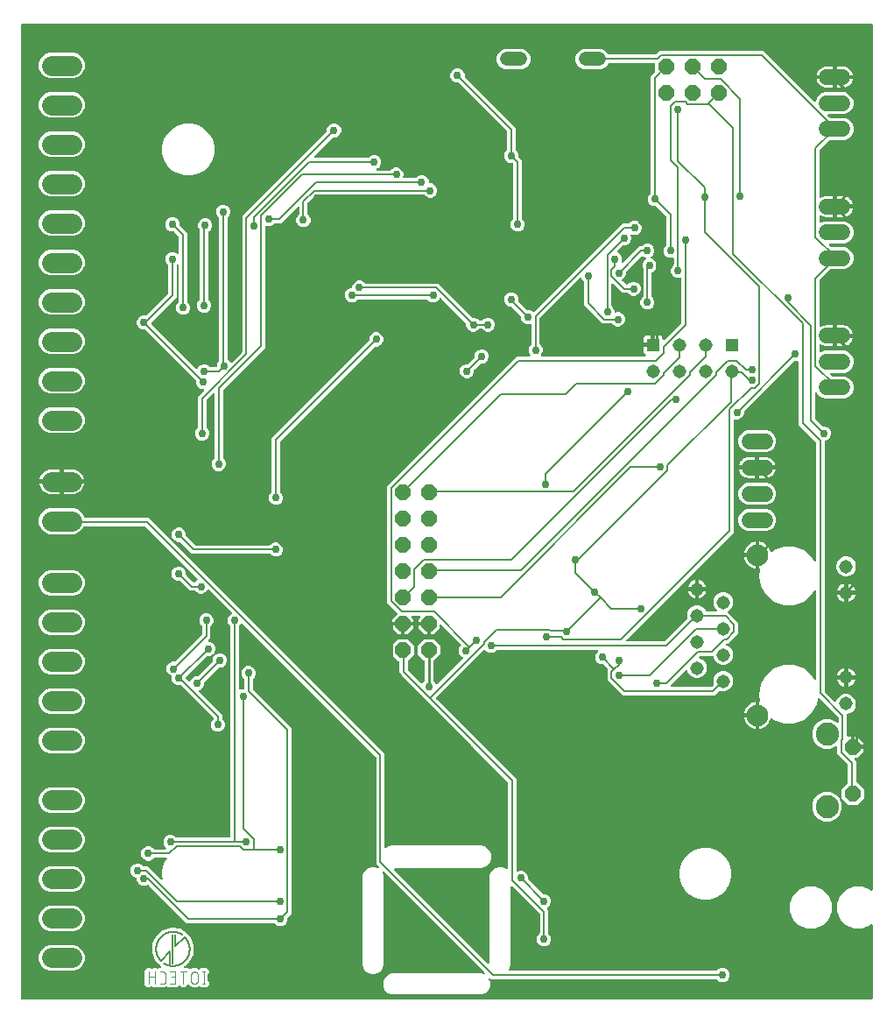
<source format=gbr>
G04 EAGLE Gerber RS-274X export*
G75*
%MOMM*%
%FSLAX34Y34*%
%LPD*%
%INBottom Copper*%
%IPPOS*%
%AMOC8*
5,1,8,0,0,1.08239X$1,22.5*%
G01*
%ADD10R,1.308000X1.308000*%
%ADD11C,1.308000*%
%ADD12C,2.100000*%
%ADD13C,1.524000*%
%ADD14C,0.127000*%
%ADD15C,0.101600*%
%ADD16P,1.649562X8X112.500000*%
%ADD17C,2.247900*%
%ADD18P,1.632244X8X22.500000*%
%ADD19C,1.320800*%
%ADD20C,1.905000*%
%ADD21P,1.632244X8X112.500000*%
%ADD22C,0.254000*%
%ADD23C,0.756400*%
%ADD24C,0.203200*%

G36*
X833120Y10931D02*
X833120Y10931D01*
X833178Y10929D01*
X833260Y10951D01*
X833344Y10963D01*
X833397Y10986D01*
X833453Y11001D01*
X833526Y11044D01*
X833603Y11079D01*
X833648Y11117D01*
X833698Y11146D01*
X833756Y11208D01*
X833820Y11262D01*
X833852Y11311D01*
X833892Y11354D01*
X833931Y11429D01*
X833978Y11499D01*
X833995Y11555D01*
X834022Y11607D01*
X834033Y11675D01*
X834063Y11770D01*
X834066Y11870D01*
X834077Y11938D01*
X834077Y82888D01*
X834073Y82918D01*
X834076Y82947D01*
X834053Y83058D01*
X834037Y83170D01*
X834025Y83197D01*
X834020Y83225D01*
X833967Y83326D01*
X833921Y83429D01*
X833902Y83452D01*
X833889Y83478D01*
X833811Y83560D01*
X833738Y83646D01*
X833713Y83663D01*
X833693Y83684D01*
X833595Y83741D01*
X833501Y83804D01*
X833473Y83813D01*
X833448Y83828D01*
X833338Y83856D01*
X833230Y83890D01*
X833200Y83890D01*
X833172Y83898D01*
X833059Y83894D01*
X832946Y83897D01*
X832917Y83890D01*
X832888Y83889D01*
X832780Y83854D01*
X832671Y83825D01*
X832645Y83810D01*
X832617Y83801D01*
X832553Y83756D01*
X832426Y83680D01*
X832383Y83634D01*
X832344Y83606D01*
X831511Y82773D01*
X824042Y79679D01*
X815958Y79679D01*
X808489Y82773D01*
X802773Y88489D01*
X799679Y95958D01*
X799679Y104042D01*
X802773Y111511D01*
X808489Y117227D01*
X815958Y120321D01*
X824042Y120321D01*
X831511Y117227D01*
X832344Y116394D01*
X832368Y116376D01*
X832387Y116354D01*
X832481Y116291D01*
X832571Y116223D01*
X832599Y116212D01*
X832623Y116196D01*
X832731Y116162D01*
X832837Y116122D01*
X832866Y116119D01*
X832894Y116110D01*
X833008Y116107D01*
X833120Y116098D01*
X833149Y116104D01*
X833178Y116103D01*
X833288Y116132D01*
X833399Y116154D01*
X833425Y116167D01*
X833453Y116175D01*
X833551Y116233D01*
X833651Y116285D01*
X833673Y116305D01*
X833698Y116320D01*
X833775Y116403D01*
X833857Y116481D01*
X833872Y116506D01*
X833892Y116527D01*
X833944Y116628D01*
X834001Y116726D01*
X834008Y116754D01*
X834022Y116781D01*
X834035Y116858D01*
X834071Y117001D01*
X834069Y117064D01*
X834077Y117112D01*
X834077Y953062D01*
X834069Y953120D01*
X834071Y953178D01*
X834049Y953260D01*
X834037Y953344D01*
X834014Y953397D01*
X833999Y953453D01*
X833956Y953526D01*
X833921Y953603D01*
X833883Y953648D01*
X833854Y953698D01*
X833792Y953756D01*
X833738Y953820D01*
X833689Y953852D01*
X833646Y953892D01*
X833571Y953931D01*
X833501Y953978D01*
X833445Y953995D01*
X833393Y954022D01*
X833325Y954033D01*
X833230Y954063D01*
X833130Y954066D01*
X833062Y954077D01*
X11938Y954077D01*
X11880Y954069D01*
X11822Y954071D01*
X11740Y954049D01*
X11656Y954037D01*
X11603Y954014D01*
X11547Y953999D01*
X11474Y953956D01*
X11397Y953921D01*
X11352Y953883D01*
X11302Y953854D01*
X11244Y953792D01*
X11180Y953738D01*
X11148Y953689D01*
X11108Y953646D01*
X11069Y953571D01*
X11022Y953501D01*
X11005Y953445D01*
X10978Y953393D01*
X10967Y953325D01*
X10937Y953230D01*
X10934Y953130D01*
X10923Y953062D01*
X10923Y11938D01*
X10931Y11880D01*
X10929Y11822D01*
X10951Y11740D01*
X10963Y11656D01*
X10986Y11603D01*
X11001Y11547D01*
X11044Y11474D01*
X11079Y11397D01*
X11117Y11352D01*
X11146Y11302D01*
X11208Y11244D01*
X11262Y11180D01*
X11311Y11148D01*
X11354Y11108D01*
X11429Y11069D01*
X11499Y11022D01*
X11555Y11005D01*
X11607Y10978D01*
X11675Y10967D01*
X11770Y10937D01*
X11870Y10934D01*
X11938Y10923D01*
X833062Y10923D01*
X833120Y10931D01*
G37*
%LPC*%
G36*
X368979Y15839D02*
X368979Y15839D01*
X365244Y17386D01*
X362386Y20244D01*
X360839Y23979D01*
X360839Y28021D01*
X362386Y31756D01*
X365244Y34614D01*
X368979Y36161D01*
X456021Y36161D01*
X458400Y35175D01*
X458483Y35154D01*
X458563Y35123D01*
X458620Y35119D01*
X458675Y35104D01*
X458761Y35107D01*
X458847Y35100D01*
X458903Y35111D01*
X458959Y35113D01*
X459041Y35139D01*
X459125Y35156D01*
X459176Y35182D01*
X459230Y35199D01*
X459302Y35247D01*
X459378Y35287D01*
X459419Y35326D01*
X459466Y35358D01*
X459522Y35423D01*
X459584Y35482D01*
X459613Y35532D01*
X459649Y35575D01*
X459684Y35654D01*
X459728Y35728D01*
X459742Y35783D01*
X459765Y35835D01*
X459777Y35920D01*
X459798Y36003D01*
X459796Y36060D01*
X459804Y36116D01*
X459791Y36202D01*
X459789Y36287D01*
X459771Y36342D01*
X459763Y36398D01*
X459728Y36476D01*
X459701Y36558D01*
X459673Y36598D01*
X459646Y36657D01*
X459552Y36768D01*
X459506Y36831D01*
X361831Y134506D01*
X361763Y134558D01*
X361700Y134617D01*
X361649Y134643D01*
X361604Y134677D01*
X361524Y134708D01*
X361447Y134747D01*
X361392Y134758D01*
X361338Y134778D01*
X361253Y134786D01*
X361168Y134802D01*
X361112Y134797D01*
X361055Y134802D01*
X360971Y134785D01*
X360885Y134778D01*
X360832Y134757D01*
X360776Y134746D01*
X360700Y134707D01*
X360620Y134676D01*
X360574Y134641D01*
X360524Y134615D01*
X360462Y134556D01*
X360393Y134504D01*
X360359Y134459D01*
X360318Y134419D01*
X360274Y134345D01*
X360223Y134276D01*
X360203Y134223D01*
X360174Y134174D01*
X360153Y134091D01*
X360123Y134010D01*
X360118Y133954D01*
X360104Y133899D01*
X360107Y133813D01*
X360100Y133727D01*
X360111Y133679D01*
X360113Y133614D01*
X360158Y133477D01*
X360175Y133400D01*
X361161Y131021D01*
X361161Y43979D01*
X359614Y40244D01*
X356756Y37386D01*
X353021Y35839D01*
X348979Y35839D01*
X345244Y37386D01*
X342386Y40244D01*
X340839Y43979D01*
X340839Y131021D01*
X342386Y134756D01*
X345244Y137614D01*
X348979Y139161D01*
X353021Y139161D01*
X355400Y138175D01*
X355483Y138154D01*
X355563Y138123D01*
X355620Y138119D01*
X355675Y138104D01*
X355761Y138107D01*
X355847Y138100D01*
X355903Y138111D01*
X355959Y138113D01*
X356041Y138139D01*
X356125Y138156D01*
X356176Y138182D01*
X356230Y138199D01*
X356302Y138247D01*
X356378Y138287D01*
X356419Y138326D01*
X356466Y138358D01*
X356522Y138423D01*
X356584Y138482D01*
X356613Y138532D01*
X356649Y138575D01*
X356684Y138654D01*
X356728Y138728D01*
X356742Y138783D01*
X356765Y138835D01*
X356777Y138920D01*
X356798Y139003D01*
X356796Y139060D01*
X356804Y139116D01*
X356791Y139202D01*
X356789Y139287D01*
X356771Y139342D01*
X356763Y139398D01*
X356728Y139476D01*
X356701Y139558D01*
X356673Y139598D01*
X356646Y139657D01*
X356552Y139768D01*
X356506Y139831D01*
X354131Y142207D01*
X354131Y244857D01*
X354119Y244943D01*
X354116Y245031D01*
X354099Y245083D01*
X354091Y245138D01*
X354055Y245218D01*
X354028Y245301D01*
X354000Y245341D01*
X353975Y245398D01*
X353879Y245511D01*
X353833Y245575D01*
X224974Y374434D01*
X224883Y374503D01*
X224795Y374577D01*
X224769Y374588D01*
X224747Y374605D01*
X224640Y374646D01*
X224535Y374692D01*
X224507Y374696D01*
X224481Y374706D01*
X224367Y374716D01*
X224253Y374731D01*
X224226Y374727D01*
X224198Y374730D01*
X224086Y374707D01*
X223972Y374691D01*
X223947Y374679D01*
X223919Y374674D01*
X223818Y374621D01*
X223713Y374573D01*
X223692Y374555D01*
X223667Y374543D01*
X223584Y374464D01*
X223496Y374389D01*
X223483Y374368D01*
X223461Y374347D01*
X223326Y374117D01*
X223318Y374104D01*
X223157Y373716D01*
X221729Y372287D01*
X221676Y372217D01*
X221616Y372153D01*
X221591Y372104D01*
X221558Y372060D01*
X221527Y371978D01*
X221487Y371900D01*
X221479Y371853D01*
X221456Y371794D01*
X221444Y371646D01*
X221431Y371569D01*
X221431Y311324D01*
X221447Y311210D01*
X221457Y311096D01*
X221467Y311070D01*
X221471Y311042D01*
X221518Y310938D01*
X221559Y310831D01*
X221576Y310808D01*
X221587Y310783D01*
X221661Y310695D01*
X221731Y310604D01*
X221753Y310587D01*
X221771Y310566D01*
X221866Y310502D01*
X221959Y310434D01*
X221984Y310424D01*
X222008Y310408D01*
X222117Y310374D01*
X222225Y310333D01*
X222252Y310331D01*
X222279Y310323D01*
X222393Y310320D01*
X222508Y310311D01*
X222532Y310316D01*
X222563Y310315D01*
X222820Y310382D01*
X222835Y310386D01*
X224172Y310940D01*
X225553Y310940D01*
X225611Y310948D01*
X225669Y310946D01*
X225751Y310968D01*
X225835Y310980D01*
X225888Y311003D01*
X225944Y311018D01*
X226017Y311061D01*
X226094Y311096D01*
X226139Y311134D01*
X226189Y311163D01*
X226247Y311225D01*
X226311Y311279D01*
X226343Y311328D01*
X226383Y311371D01*
X226422Y311446D01*
X226469Y311516D01*
X226486Y311572D01*
X226513Y311624D01*
X226524Y311692D01*
X226554Y311787D01*
X226557Y311887D01*
X226568Y311955D01*
X226568Y320544D01*
X226556Y320631D01*
X226553Y320718D01*
X226536Y320771D01*
X226528Y320826D01*
X226493Y320905D01*
X226466Y320989D01*
X226438Y321028D01*
X226412Y321085D01*
X226334Y321178D01*
X226315Y321210D01*
X226295Y321228D01*
X226271Y321262D01*
X224842Y322691D01*
X223802Y325201D01*
X223802Y327919D01*
X224842Y330429D01*
X226764Y332351D01*
X229274Y333391D01*
X231992Y333391D01*
X234502Y332351D01*
X236424Y330429D01*
X237464Y327919D01*
X237464Y325201D01*
X236424Y322691D01*
X234995Y321262D01*
X234987Y321251D01*
X234985Y321249D01*
X234979Y321241D01*
X234943Y321192D01*
X234883Y321128D01*
X234857Y321079D01*
X234824Y321035D01*
X234793Y320953D01*
X234753Y320875D01*
X234745Y320828D01*
X234723Y320769D01*
X234711Y320621D01*
X234698Y320544D01*
X234698Y311316D01*
X234710Y311229D01*
X234713Y311142D01*
X234730Y311089D01*
X234738Y311034D01*
X234773Y310954D01*
X234800Y310871D01*
X234828Y310832D01*
X234854Y310775D01*
X234950Y310662D01*
X234995Y310598D01*
X272456Y273137D01*
X272456Y94243D01*
X268376Y90163D01*
X268324Y90093D01*
X268264Y90029D01*
X268238Y89980D01*
X268205Y89936D01*
X268174Y89854D01*
X268134Y89776D01*
X268126Y89729D01*
X268104Y89670D01*
X268092Y89523D01*
X268079Y89445D01*
X268079Y87425D01*
X267039Y84914D01*
X265117Y82993D01*
X262607Y81953D01*
X259889Y81953D01*
X257379Y82993D01*
X255950Y84421D01*
X255880Y84474D01*
X255816Y84534D01*
X255767Y84559D01*
X255723Y84592D01*
X255641Y84623D01*
X255563Y84663D01*
X255516Y84671D01*
X255457Y84694D01*
X255309Y84706D01*
X255232Y84719D01*
X170781Y84719D01*
X168102Y87397D01*
X134133Y121367D01*
X134132Y121368D01*
X134131Y121369D01*
X134015Y121456D01*
X133906Y121538D01*
X133904Y121538D01*
X133903Y121539D01*
X133771Y121589D01*
X133640Y121639D01*
X133638Y121639D01*
X133637Y121640D01*
X133492Y121651D01*
X133357Y121662D01*
X133355Y121662D01*
X133354Y121662D01*
X133338Y121659D01*
X133078Y121607D01*
X133051Y121592D01*
X133026Y121587D01*
X130962Y120732D01*
X128245Y120732D01*
X125734Y121772D01*
X123813Y123693D01*
X122773Y126204D01*
X122773Y127948D01*
X122773Y127949D01*
X122773Y127951D01*
X122753Y128091D01*
X122733Y128229D01*
X122732Y128231D01*
X122732Y128232D01*
X122678Y128352D01*
X122617Y128489D01*
X122616Y128490D01*
X122615Y128491D01*
X122524Y128598D01*
X122433Y128706D01*
X122432Y128707D01*
X122431Y128708D01*
X122418Y128716D01*
X122196Y128863D01*
X122167Y128873D01*
X122146Y128886D01*
X119611Y129936D01*
X117690Y131857D01*
X116650Y134368D01*
X116650Y137085D01*
X117690Y139596D01*
X119611Y141517D01*
X122122Y142557D01*
X124839Y142557D01*
X127350Y141517D01*
X128779Y140089D01*
X128848Y140036D01*
X128912Y139976D01*
X128962Y139951D01*
X129006Y139918D01*
X129087Y139887D01*
X129165Y139847D01*
X129213Y139839D01*
X129271Y139816D01*
X129419Y139804D01*
X129496Y139791D01*
X133328Y139791D01*
X145907Y127212D01*
X145923Y127200D01*
X145935Y127185D01*
X146036Y127115D01*
X146134Y127041D01*
X146153Y127034D01*
X146169Y127023D01*
X146285Y126984D01*
X146400Y126940D01*
X146420Y126938D01*
X146438Y126932D01*
X146561Y126927D01*
X146683Y126916D01*
X146703Y126920D01*
X146722Y126919D01*
X146842Y126948D01*
X146962Y126972D01*
X146980Y126981D01*
X146999Y126986D01*
X147105Y127047D01*
X147214Y127103D01*
X147229Y127117D01*
X147246Y127126D01*
X147331Y127214D01*
X147421Y127299D01*
X147431Y127316D01*
X147444Y127330D01*
X147502Y127438D01*
X147564Y127544D01*
X147569Y127563D01*
X147578Y127581D01*
X147604Y127701D01*
X147634Y127820D01*
X147634Y127839D01*
X147638Y127859D01*
X147631Y127932D01*
X147625Y128104D01*
X147610Y128153D01*
X147606Y128193D01*
X147339Y129188D01*
X147339Y135812D01*
X149054Y142212D01*
X151511Y146467D01*
X151524Y146500D01*
X151542Y146527D01*
X151543Y146530D01*
X151547Y146536D01*
X151578Y146635D01*
X151617Y146731D01*
X151621Y146769D01*
X151633Y146807D01*
X151635Y146910D01*
X151646Y147013D01*
X151639Y147052D01*
X151640Y147091D01*
X151614Y147191D01*
X151595Y147293D01*
X151578Y147328D01*
X151568Y147366D01*
X151515Y147455D01*
X151469Y147548D01*
X151443Y147577D01*
X151423Y147610D01*
X151347Y147681D01*
X151277Y147758D01*
X151244Y147778D01*
X151216Y147805D01*
X151123Y147852D01*
X151035Y147906D01*
X150997Y147917D01*
X150963Y147934D01*
X150886Y147947D01*
X150761Y147981D01*
X150686Y147981D01*
X150631Y147990D01*
X139701Y147990D01*
X139615Y147978D01*
X139527Y147975D01*
X139475Y147958D01*
X139420Y147950D01*
X139340Y147914D01*
X139257Y147887D01*
X139218Y147859D01*
X139160Y147834D01*
X139047Y147738D01*
X138983Y147692D01*
X137555Y146264D01*
X135044Y145224D01*
X132327Y145224D01*
X129816Y146264D01*
X127895Y148185D01*
X126855Y150696D01*
X126855Y153413D01*
X127895Y155924D01*
X129816Y157845D01*
X132327Y158885D01*
X135044Y158885D01*
X137555Y157845D01*
X138983Y156417D01*
X139053Y156364D01*
X139117Y156304D01*
X139166Y156279D01*
X139211Y156246D01*
X139292Y156215D01*
X139370Y156175D01*
X139418Y156167D01*
X139476Y156144D01*
X139624Y156132D01*
X139701Y156119D01*
X150166Y156119D01*
X150195Y156123D01*
X150224Y156121D01*
X150335Y156143D01*
X150447Y156159D01*
X150474Y156171D01*
X150503Y156177D01*
X150603Y156229D01*
X150707Y156275D01*
X150729Y156294D01*
X150755Y156308D01*
X150837Y156386D01*
X150924Y156459D01*
X150940Y156483D01*
X150961Y156504D01*
X151018Y156601D01*
X151081Y156696D01*
X151090Y156724D01*
X151105Y156749D01*
X151133Y156858D01*
X151167Y156967D01*
X151168Y156996D01*
X151175Y157024D01*
X151171Y157137D01*
X151174Y157251D01*
X151167Y157279D01*
X151166Y157309D01*
X151131Y157417D01*
X151102Y157526D01*
X151087Y157551D01*
X151078Y157579D01*
X151033Y157643D01*
X150957Y157770D01*
X150912Y157813D01*
X150884Y157852D01*
X149325Y159411D01*
X148285Y161921D01*
X148285Y164639D01*
X149325Y167149D01*
X151247Y169071D01*
X153757Y170111D01*
X156475Y170111D01*
X158985Y169071D01*
X160414Y167642D01*
X160484Y167590D01*
X160548Y167530D01*
X160597Y167504D01*
X160641Y167471D01*
X160723Y167440D01*
X160801Y167400D01*
X160848Y167392D01*
X160907Y167370D01*
X161055Y167358D01*
X161132Y167345D01*
X212287Y167345D01*
X212344Y167353D01*
X212403Y167351D01*
X212484Y167373D01*
X212568Y167385D01*
X212621Y167408D01*
X212678Y167423D01*
X212750Y167466D01*
X212827Y167501D01*
X212872Y167539D01*
X212922Y167568D01*
X212980Y167630D01*
X213044Y167684D01*
X213077Y167733D01*
X213117Y167776D01*
X213155Y167851D01*
X213202Y167921D01*
X213220Y167977D01*
X213246Y168029D01*
X213258Y168097D01*
X213288Y168192D01*
X213290Y168292D01*
X213302Y168360D01*
X213302Y371569D01*
X213290Y371656D01*
X213287Y371743D01*
X213270Y371796D01*
X213262Y371851D01*
X213226Y371930D01*
X213199Y372014D01*
X213171Y372053D01*
X213146Y372110D01*
X213050Y372223D01*
X213004Y372287D01*
X211576Y373716D01*
X210536Y376226D01*
X210536Y378944D01*
X211576Y381454D01*
X213497Y383376D01*
X213886Y383537D01*
X213985Y383595D01*
X214087Y383648D01*
X214107Y383667D01*
X214131Y383681D01*
X214210Y383765D01*
X214293Y383844D01*
X214307Y383868D01*
X214326Y383888D01*
X214379Y383990D01*
X214437Y384089D01*
X214443Y384116D01*
X214456Y384141D01*
X214479Y384254D01*
X214507Y384365D01*
X214506Y384392D01*
X214511Y384420D01*
X214501Y384534D01*
X214498Y384649D01*
X214489Y384675D01*
X214487Y384703D01*
X214446Y384810D01*
X214410Y384919D01*
X214396Y384940D01*
X214385Y384968D01*
X214224Y385180D01*
X214215Y385193D01*
X192318Y407090D01*
X192227Y407159D01*
X192139Y407233D01*
X192113Y407244D01*
X192091Y407261D01*
X191984Y407302D01*
X191879Y407348D01*
X191851Y407352D01*
X191825Y407362D01*
X191711Y407371D01*
X191597Y407387D01*
X191570Y407383D01*
X191542Y407386D01*
X191430Y407363D01*
X191316Y407347D01*
X191291Y407335D01*
X191263Y407330D01*
X191162Y407277D01*
X191057Y407229D01*
X191036Y407211D01*
X191011Y407199D01*
X190928Y407120D01*
X190840Y407045D01*
X190827Y407024D01*
X190805Y407003D01*
X190670Y406773D01*
X190662Y406760D01*
X190501Y406372D01*
X188580Y404450D01*
X186069Y403410D01*
X183352Y403410D01*
X180841Y404450D01*
X179412Y405879D01*
X179343Y405931D01*
X179279Y405991D01*
X179229Y406017D01*
X179185Y406050D01*
X179104Y406081D01*
X179026Y406121D01*
X178978Y406129D01*
X178920Y406151D01*
X178772Y406163D01*
X178695Y406176D01*
X173842Y406176D01*
X164660Y415359D01*
X164590Y415411D01*
X164526Y415471D01*
X164477Y415497D01*
X164432Y415530D01*
X164351Y415561D01*
X164273Y415601D01*
X164225Y415609D01*
X164167Y415631D01*
X164019Y415643D01*
X163942Y415656D01*
X161921Y415656D01*
X159411Y416696D01*
X157489Y418618D01*
X156449Y421128D01*
X156449Y423846D01*
X157489Y426356D01*
X159411Y428278D01*
X161921Y429318D01*
X164639Y429318D01*
X167149Y428278D01*
X169071Y426356D01*
X170111Y423846D01*
X170111Y421825D01*
X170123Y421739D01*
X170126Y421651D01*
X170143Y421599D01*
X170151Y421544D01*
X170186Y421464D01*
X170213Y421381D01*
X170241Y421341D01*
X170267Y421284D01*
X170363Y421171D01*
X170408Y421107D01*
X176912Y414603D01*
X176982Y414551D01*
X177046Y414491D01*
X177095Y414465D01*
X177140Y414432D01*
X177221Y414401D01*
X177299Y414361D01*
X177347Y414353D01*
X177405Y414331D01*
X177553Y414319D01*
X177630Y414306D01*
X178695Y414306D01*
X178781Y414318D01*
X178869Y414321D01*
X178921Y414338D01*
X178976Y414346D01*
X179056Y414381D01*
X179139Y414408D01*
X179178Y414436D01*
X179235Y414462D01*
X179349Y414558D01*
X179412Y414603D01*
X180841Y416032D01*
X181230Y416193D01*
X181329Y416251D01*
X181431Y416304D01*
X181451Y416323D01*
X181475Y416337D01*
X181554Y416421D01*
X181637Y416500D01*
X181651Y416524D01*
X181670Y416544D01*
X181723Y416646D01*
X181781Y416745D01*
X181787Y416772D01*
X181800Y416797D01*
X181822Y416910D01*
X181851Y417021D01*
X181850Y417048D01*
X181855Y417076D01*
X181845Y417190D01*
X181842Y417305D01*
X181833Y417331D01*
X181831Y417359D01*
X181789Y417466D01*
X181754Y417575D01*
X181740Y417596D01*
X181729Y417624D01*
X181568Y417837D01*
X181559Y417849D01*
X181557Y417851D01*
X131279Y468129D01*
X131209Y468182D01*
X131145Y468242D01*
X131096Y468267D01*
X131051Y468300D01*
X130970Y468331D01*
X130892Y468371D01*
X130844Y468379D01*
X130786Y468402D01*
X130638Y468414D01*
X130561Y468427D01*
X71732Y468427D01*
X71731Y468427D01*
X71729Y468427D01*
X71589Y468407D01*
X71451Y468387D01*
X71449Y468386D01*
X71448Y468386D01*
X71322Y468329D01*
X71191Y468271D01*
X71190Y468270D01*
X71189Y468269D01*
X71080Y468177D01*
X70974Y468087D01*
X70974Y468086D01*
X70972Y468085D01*
X70964Y468072D01*
X70817Y467850D01*
X70808Y467821D01*
X70794Y467800D01*
X70184Y466328D01*
X66648Y462791D01*
X62026Y460876D01*
X37974Y460876D01*
X33352Y462791D01*
X29816Y466327D01*
X27901Y470949D01*
X27901Y475951D01*
X29816Y480573D01*
X33352Y484109D01*
X37974Y486024D01*
X62026Y486024D01*
X66648Y484109D01*
X70184Y480573D01*
X71588Y477183D01*
X71589Y477182D01*
X71590Y477180D01*
X71664Y477055D01*
X71733Y476938D01*
X71734Y476937D01*
X71735Y476936D01*
X71840Y476837D01*
X71940Y476743D01*
X71941Y476742D01*
X71942Y476741D01*
X72068Y476677D01*
X72192Y476613D01*
X72194Y476612D01*
X72195Y476612D01*
X72210Y476609D01*
X72471Y476558D01*
X72502Y476560D01*
X72526Y476556D01*
X134349Y476556D01*
X362260Y248645D01*
X362260Y158518D01*
X362264Y158488D01*
X362262Y158459D01*
X362284Y158348D01*
X362300Y158236D01*
X362312Y158209D01*
X362318Y158180D01*
X362370Y158080D01*
X362416Y157977D01*
X362435Y157954D01*
X362449Y157928D01*
X362527Y157846D01*
X362600Y157760D01*
X362624Y157743D01*
X362645Y157722D01*
X362742Y157665D01*
X362837Y157602D01*
X362865Y157593D01*
X362890Y157578D01*
X363000Y157550D01*
X363108Y157516D01*
X363137Y157515D01*
X363165Y157508D01*
X363278Y157512D01*
X363392Y157509D01*
X363420Y157516D01*
X363450Y157517D01*
X363558Y157552D01*
X363667Y157581D01*
X363692Y157596D01*
X363720Y157605D01*
X363784Y157650D01*
X363911Y157726D01*
X363954Y157772D01*
X363993Y157800D01*
X364669Y158475D01*
X368777Y160177D01*
X456223Y160177D01*
X460331Y158475D01*
X463475Y155331D01*
X465177Y151223D01*
X465177Y146777D01*
X463475Y142669D01*
X460331Y139525D01*
X456223Y137823D01*
X372462Y137823D01*
X372433Y137819D01*
X372404Y137822D01*
X372293Y137799D01*
X372181Y137783D01*
X372154Y137771D01*
X372125Y137766D01*
X372025Y137714D01*
X371921Y137667D01*
X371899Y137648D01*
X371873Y137635D01*
X371791Y137557D01*
X371704Y137484D01*
X371688Y137459D01*
X371667Y137439D01*
X371609Y137341D01*
X371547Y137247D01*
X371538Y137219D01*
X371523Y137194D01*
X371495Y137084D01*
X371461Y136976D01*
X371460Y136946D01*
X371453Y136918D01*
X371456Y136805D01*
X371454Y136692D01*
X371461Y136663D01*
X371462Y136634D01*
X371497Y136526D01*
X371525Y136417D01*
X371540Y136391D01*
X371549Y136363D01*
X371595Y136300D01*
X371671Y136172D01*
X371716Y136129D01*
X371744Y136090D01*
X462106Y45728D01*
X462130Y45711D01*
X462149Y45688D01*
X462199Y45654D01*
X462229Y45626D01*
X462268Y45606D01*
X462333Y45557D01*
X462361Y45547D01*
X462385Y45531D01*
X462467Y45505D01*
X462483Y45497D01*
X462500Y45494D01*
X462599Y45456D01*
X462628Y45454D01*
X462656Y45445D01*
X462770Y45442D01*
X462882Y45433D01*
X462911Y45438D01*
X462940Y45438D01*
X463050Y45466D01*
X463161Y45488D01*
X463187Y45502D01*
X463215Y45509D01*
X463313Y45567D01*
X463413Y45619D01*
X463435Y45640D01*
X463460Y45655D01*
X463537Y45737D01*
X463619Y45815D01*
X463634Y45841D01*
X463654Y45862D01*
X463706Y45963D01*
X463727Y45999D01*
X463740Y46018D01*
X463741Y46023D01*
X463763Y46061D01*
X463770Y46089D01*
X463784Y46115D01*
X463797Y46192D01*
X463804Y46223D01*
X463825Y46289D01*
X463826Y46307D01*
X463833Y46336D01*
X463831Y46399D01*
X463839Y46446D01*
X463839Y131021D01*
X465386Y134756D01*
X468244Y137614D01*
X471979Y139161D01*
X476021Y139161D01*
X479756Y137614D01*
X479960Y137409D01*
X479984Y137392D01*
X480003Y137369D01*
X480097Y137306D01*
X480187Y137238D01*
X480215Y137228D01*
X480239Y137212D01*
X480347Y137178D01*
X480453Y137137D01*
X480482Y137135D01*
X480510Y137126D01*
X480623Y137123D01*
X480736Y137114D01*
X480765Y137119D01*
X480794Y137119D01*
X480904Y137147D01*
X481015Y137170D01*
X481041Y137183D01*
X481069Y137190D01*
X481167Y137248D01*
X481267Y137300D01*
X481289Y137321D01*
X481314Y137336D01*
X481391Y137418D01*
X481473Y137496D01*
X481488Y137522D01*
X481508Y137543D01*
X481560Y137644D01*
X481617Y137742D01*
X481624Y137770D01*
X481638Y137796D01*
X481651Y137873D01*
X481687Y138017D01*
X481685Y138080D01*
X481693Y138127D01*
X481693Y220365D01*
X481681Y220451D01*
X481678Y220539D01*
X481661Y220591D01*
X481653Y220646D01*
X481618Y220726D01*
X481591Y220809D01*
X481563Y220849D01*
X481537Y220906D01*
X481441Y221019D01*
X481396Y221083D01*
X404262Y298216D01*
X401287Y301192D01*
X379260Y323218D01*
X379260Y323219D01*
X376582Y325897D01*
X376582Y337196D01*
X376574Y337254D01*
X376575Y337312D01*
X376554Y337394D01*
X376542Y337478D01*
X376518Y337531D01*
X376503Y337587D01*
X376460Y337660D01*
X376426Y337737D01*
X376388Y337782D01*
X376358Y337832D01*
X376296Y337890D01*
X376242Y337954D01*
X376193Y337986D01*
X376151Y338026D01*
X376076Y338065D01*
X376005Y338112D01*
X375950Y338129D01*
X375898Y338156D01*
X375830Y338167D01*
X375734Y338197D01*
X375635Y338200D01*
X375567Y338211D01*
X375414Y338211D01*
X369211Y344414D01*
X369211Y353186D01*
X375414Y359389D01*
X384186Y359389D01*
X390389Y353186D01*
X390389Y344414D01*
X385009Y339034D01*
X384956Y338964D01*
X384896Y338900D01*
X384871Y338851D01*
X384838Y338807D01*
X384807Y338725D01*
X384767Y338647D01*
X384759Y338599D01*
X384736Y338541D01*
X384724Y338393D01*
X384711Y338316D01*
X384711Y329685D01*
X384719Y329631D01*
X384718Y329595D01*
X384724Y329570D01*
X384726Y329511D01*
X384743Y329458D01*
X384751Y329403D01*
X384787Y329323D01*
X384814Y329240D01*
X384842Y329201D01*
X384867Y329144D01*
X384963Y329031D01*
X385009Y328967D01*
X397531Y316445D01*
X397623Y316376D01*
X397710Y316302D01*
X397736Y316290D01*
X397758Y316274D01*
X397865Y316233D01*
X397970Y316186D01*
X397998Y316182D01*
X398024Y316172D01*
X398138Y316163D01*
X398252Y316147D01*
X398279Y316151D01*
X398307Y316149D01*
X398419Y316171D01*
X398533Y316188D01*
X398558Y316199D01*
X398586Y316205D01*
X398687Y316258D01*
X398792Y316305D01*
X398813Y316323D01*
X398838Y316336D01*
X398921Y316415D01*
X399009Y316489D01*
X399022Y316511D01*
X399044Y316532D01*
X399179Y316761D01*
X399187Y316774D01*
X399348Y317163D01*
X400522Y318338D01*
X400575Y318407D01*
X400635Y318471D01*
X400660Y318521D01*
X400693Y318565D01*
X400724Y318646D01*
X400764Y318724D01*
X400772Y318772D01*
X400795Y318830D01*
X400807Y318978D01*
X400820Y319055D01*
X400820Y337785D01*
X400808Y337872D01*
X400805Y337959D01*
X400788Y338012D01*
X400780Y338066D01*
X400744Y338146D01*
X400717Y338230D01*
X400689Y338269D01*
X400664Y338326D01*
X400568Y338439D01*
X400554Y338458D01*
X400548Y338469D01*
X400544Y338473D01*
X400522Y338503D01*
X394611Y344414D01*
X394611Y353186D01*
X400814Y359389D01*
X409586Y359389D01*
X415789Y353186D01*
X415789Y344414D01*
X409755Y338380D01*
X409702Y338310D01*
X409642Y338246D01*
X409617Y338197D01*
X409584Y338153D01*
X409553Y338071D01*
X409513Y337993D01*
X409505Y337945D01*
X409482Y337887D01*
X409470Y337739D01*
X409457Y337662D01*
X409457Y319055D01*
X409469Y318969D01*
X409472Y318881D01*
X409489Y318829D01*
X409497Y318774D01*
X409533Y318694D01*
X409560Y318611D01*
X409588Y318572D01*
X409613Y318515D01*
X409709Y318401D01*
X409755Y318338D01*
X410929Y317163D01*
X411389Y316052D01*
X411448Y315953D01*
X411501Y315852D01*
X411520Y315831D01*
X411534Y315808D01*
X411617Y315729D01*
X411696Y315645D01*
X411720Y315631D01*
X411740Y315612D01*
X411842Y315560D01*
X411942Y315502D01*
X411968Y315495D01*
X411993Y315482D01*
X412106Y315460D01*
X412217Y315432D01*
X412245Y315433D01*
X412272Y315427D01*
X412386Y315437D01*
X412501Y315441D01*
X412528Y315449D01*
X412555Y315452D01*
X412663Y315493D01*
X412772Y315528D01*
X412792Y315543D01*
X412821Y315554D01*
X413034Y315715D01*
X413045Y315723D01*
X413047Y315725D01*
X437705Y340383D01*
X437774Y340474D01*
X437848Y340562D01*
X437859Y340588D01*
X437876Y340610D01*
X437917Y340717D01*
X437963Y340822D01*
X437967Y340850D01*
X437977Y340876D01*
X437987Y340990D01*
X438002Y341104D01*
X437998Y341131D01*
X438001Y341159D01*
X437978Y341271D01*
X437962Y341385D01*
X437950Y341410D01*
X437945Y341438D01*
X437892Y341539D01*
X437844Y341644D01*
X437826Y341665D01*
X437814Y341690D01*
X437735Y341773D01*
X437660Y341861D01*
X437639Y341874D01*
X437618Y341896D01*
X437388Y342031D01*
X437375Y342039D01*
X436987Y342200D01*
X435065Y344121D01*
X434025Y346632D01*
X434025Y349349D01*
X435065Y351860D01*
X436006Y352800D01*
X436041Y352847D01*
X436083Y352887D01*
X436126Y352960D01*
X436177Y353027D01*
X436197Y353082D01*
X436227Y353132D01*
X436248Y353214D01*
X436278Y353293D01*
X436283Y353351D01*
X436297Y353408D01*
X436294Y353492D01*
X436301Y353576D01*
X436290Y353634D01*
X436288Y353692D01*
X436262Y353772D01*
X436245Y353855D01*
X436218Y353907D01*
X436200Y353963D01*
X436160Y354019D01*
X436114Y354107D01*
X436046Y354180D01*
X436006Y354236D01*
X417014Y373228D01*
X416990Y373245D01*
X416971Y373268D01*
X416877Y373331D01*
X416787Y373399D01*
X416759Y373409D01*
X416735Y373425D01*
X416627Y373460D01*
X416521Y373500D01*
X416492Y373502D01*
X416464Y373511D01*
X416350Y373514D01*
X416238Y373523D01*
X416209Y373518D01*
X416180Y373518D01*
X416070Y373490D01*
X415959Y373468D01*
X415933Y373454D01*
X415905Y373447D01*
X415807Y373389D01*
X415707Y373337D01*
X415685Y373316D01*
X415660Y373301D01*
X415583Y373219D01*
X415501Y373141D01*
X415486Y373115D01*
X415466Y373094D01*
X415414Y372993D01*
X415357Y372895D01*
X415350Y372867D01*
X415336Y372841D01*
X415323Y372764D01*
X415287Y372620D01*
X415289Y372557D01*
X415281Y372510D01*
X415281Y370024D01*
X409376Y364119D01*
X407231Y364119D01*
X407231Y373184D01*
X407223Y373242D01*
X407225Y373300D01*
X407203Y373382D01*
X407191Y373465D01*
X407167Y373519D01*
X407153Y373575D01*
X407110Y373648D01*
X407075Y373725D01*
X407037Y373769D01*
X407007Y373820D01*
X406946Y373877D01*
X406891Y373942D01*
X406843Y373974D01*
X406800Y374014D01*
X406725Y374053D01*
X406655Y374099D01*
X406599Y374117D01*
X406547Y374144D01*
X406479Y374155D01*
X406384Y374185D01*
X406284Y374188D01*
X406216Y374199D01*
X405199Y374199D01*
X405199Y375216D01*
X405191Y375274D01*
X405192Y375332D01*
X405171Y375414D01*
X405159Y375497D01*
X405135Y375551D01*
X405121Y375607D01*
X405078Y375680D01*
X405043Y375757D01*
X405005Y375802D01*
X404975Y375852D01*
X404914Y375910D01*
X404859Y375974D01*
X404811Y376006D01*
X404768Y376046D01*
X404693Y376085D01*
X404623Y376131D01*
X404567Y376149D01*
X404515Y376176D01*
X404447Y376187D01*
X404352Y376217D01*
X404252Y376220D01*
X404184Y376231D01*
X395119Y376231D01*
X395119Y378376D01*
X396695Y379951D01*
X396712Y379975D01*
X396735Y379994D01*
X396798Y380088D01*
X396866Y380178D01*
X396876Y380206D01*
X396892Y380230D01*
X396927Y380338D01*
X396967Y380444D01*
X396969Y380473D01*
X396978Y380501D01*
X396981Y380615D01*
X396991Y380727D01*
X396985Y380756D01*
X396986Y380785D01*
X396957Y380895D01*
X396935Y381006D01*
X396921Y381032D01*
X396914Y381060D01*
X396856Y381158D01*
X396804Y381258D01*
X396783Y381280D01*
X396768Y381305D01*
X396686Y381382D01*
X396608Y381464D01*
X396583Y381479D01*
X396561Y381499D01*
X396460Y381551D01*
X396363Y381608D01*
X396334Y381615D01*
X396308Y381629D01*
X396231Y381642D01*
X396087Y381678D01*
X396025Y381676D01*
X395977Y381684D01*
X389023Y381684D01*
X388994Y381680D01*
X388965Y381683D01*
X388854Y381660D01*
X388742Y381644D01*
X388715Y381632D01*
X388686Y381627D01*
X388585Y381574D01*
X388482Y381528D01*
X388460Y381509D01*
X388434Y381496D01*
X388352Y381418D01*
X388265Y381345D01*
X388249Y381320D01*
X388228Y381300D01*
X388170Y381202D01*
X388108Y381108D01*
X388099Y381080D01*
X388084Y381055D01*
X388056Y380945D01*
X388022Y380837D01*
X388021Y380807D01*
X388014Y380779D01*
X388017Y380666D01*
X388014Y380553D01*
X388022Y380524D01*
X388023Y380495D01*
X388058Y380387D01*
X388086Y380278D01*
X388101Y380252D01*
X388110Y380224D01*
X388156Y380161D01*
X388232Y380033D01*
X388277Y379990D01*
X388305Y379951D01*
X389881Y378376D01*
X389881Y376231D01*
X380816Y376231D01*
X380758Y376223D01*
X380700Y376225D01*
X380618Y376203D01*
X380535Y376191D01*
X380481Y376167D01*
X380425Y376153D01*
X380352Y376110D01*
X380275Y376075D01*
X380231Y376037D01*
X380180Y376007D01*
X380123Y375946D01*
X380058Y375891D01*
X380026Y375843D01*
X379986Y375800D01*
X379947Y375725D01*
X379901Y375655D01*
X379883Y375599D01*
X379856Y375547D01*
X379845Y375479D01*
X379815Y375384D01*
X379812Y375284D01*
X379801Y375216D01*
X379801Y374199D01*
X379799Y374199D01*
X379799Y375216D01*
X379791Y375274D01*
X379792Y375332D01*
X379771Y375414D01*
X379759Y375497D01*
X379735Y375551D01*
X379721Y375607D01*
X379678Y375680D01*
X379643Y375757D01*
X379605Y375802D01*
X379575Y375852D01*
X379514Y375910D01*
X379459Y375974D01*
X379411Y376006D01*
X379368Y376046D01*
X379293Y376085D01*
X379223Y376131D01*
X379167Y376149D01*
X379115Y376176D01*
X379047Y376187D01*
X378952Y376217D01*
X378852Y376220D01*
X378784Y376231D01*
X369719Y376231D01*
X369719Y378376D01*
X374257Y382913D01*
X374293Y382961D01*
X374335Y383001D01*
X374378Y383073D01*
X374428Y383140D01*
X374449Y383196D01*
X374479Y383247D01*
X374499Y383328D01*
X374529Y383406D01*
X374534Y383465D01*
X374549Y383522D01*
X374546Y383606D01*
X374553Y383689D01*
X374541Y383747D01*
X374539Y383806D01*
X374513Y383886D01*
X374497Y383968D01*
X374470Y384021D01*
X374451Y384077D01*
X374411Y384133D01*
X374366Y384221D01*
X374297Y384293D01*
X374256Y384350D01*
X374243Y384364D01*
X374242Y384364D01*
X364336Y394270D01*
X364336Y506831D01*
X490197Y632693D01*
X502238Y632693D01*
X502267Y632697D01*
X502296Y632694D01*
X502407Y632717D01*
X502520Y632733D01*
X502546Y632745D01*
X502575Y632750D01*
X502676Y632803D01*
X502779Y632849D01*
X502801Y632868D01*
X502827Y632881D01*
X502910Y632959D01*
X502996Y633032D01*
X503012Y633057D01*
X503034Y633077D01*
X503091Y633175D01*
X503154Y633269D01*
X503162Y633297D01*
X503177Y633322D01*
X503205Y633432D01*
X503239Y633540D01*
X503240Y633570D01*
X503247Y633598D01*
X503244Y633711D01*
X503247Y633824D01*
X503239Y633853D01*
X503238Y633882D01*
X503203Y633990D01*
X503175Y634099D01*
X503160Y634125D01*
X503151Y634153D01*
X503105Y634217D01*
X503030Y634344D01*
X502984Y634387D01*
X502956Y634426D01*
X502418Y634964D01*
X501378Y637474D01*
X501378Y640192D01*
X502418Y642702D01*
X503847Y644131D01*
X503899Y644201D01*
X503959Y644265D01*
X503985Y644314D01*
X504018Y644358D01*
X504049Y644440D01*
X504089Y644518D01*
X504097Y644565D01*
X504119Y644624D01*
X504131Y644772D01*
X504144Y644849D01*
X504144Y662831D01*
X504128Y662945D01*
X504118Y663059D01*
X504108Y663085D01*
X504104Y663112D01*
X504058Y663217D01*
X504016Y663324D01*
X503999Y663346D01*
X503988Y663372D01*
X503914Y663459D01*
X503845Y663551D01*
X503822Y663568D01*
X503805Y663589D01*
X503709Y663652D01*
X503617Y663721D01*
X503591Y663731D01*
X503568Y663746D01*
X503458Y663781D01*
X503351Y663822D01*
X503323Y663824D01*
X503297Y663832D01*
X503182Y663835D01*
X503068Y663844D01*
X503043Y663839D01*
X503013Y663839D01*
X502755Y663772D01*
X502740Y663769D01*
X502424Y663638D01*
X499707Y663638D01*
X497196Y664678D01*
X495275Y666599D01*
X494235Y669110D01*
X494235Y671130D01*
X494223Y671217D01*
X494220Y671304D01*
X494203Y671357D01*
X494195Y671412D01*
X494159Y671492D01*
X494132Y671575D01*
X494104Y671614D01*
X494079Y671671D01*
X493983Y671785D01*
X493937Y671848D01*
X485097Y680689D01*
X485027Y680741D01*
X484963Y680801D01*
X484914Y680827D01*
X484870Y680860D01*
X484788Y680891D01*
X484710Y680931D01*
X484662Y680939D01*
X484604Y680961D01*
X484456Y680973D01*
X484379Y680986D01*
X483379Y680986D01*
X480868Y682026D01*
X478947Y683948D01*
X477907Y686458D01*
X477907Y689176D01*
X478947Y691686D01*
X480868Y693608D01*
X483379Y694648D01*
X486096Y694648D01*
X488607Y693608D01*
X490528Y691686D01*
X491568Y689176D01*
X491568Y686397D01*
X491539Y686284D01*
X491539Y686282D01*
X491539Y686280D01*
X491543Y686138D01*
X491547Y686000D01*
X491548Y685998D01*
X491548Y685996D01*
X491590Y685865D01*
X491634Y685729D01*
X491635Y685727D01*
X491635Y685726D01*
X491644Y685713D01*
X491792Y685493D01*
X491815Y685473D01*
X491830Y685452D01*
X499686Y677597D01*
X499756Y677544D01*
X499819Y677484D01*
X499869Y677459D01*
X499913Y677426D01*
X499995Y677395D01*
X500073Y677355D01*
X500120Y677347D01*
X500179Y677324D01*
X500326Y677312D01*
X500404Y677299D01*
X502424Y677299D01*
X504935Y676259D01*
X505365Y675829D01*
X505412Y675794D01*
X505453Y675751D01*
X505525Y675709D01*
X505592Y675658D01*
X505647Y675637D01*
X505698Y675608D01*
X505779Y675587D01*
X505858Y675557D01*
X505916Y675552D01*
X505973Y675538D01*
X506057Y675540D01*
X506141Y675533D01*
X506199Y675545D01*
X506258Y675547D01*
X506338Y675573D01*
X506420Y675589D01*
X506472Y675616D01*
X506528Y675635D01*
X506584Y675675D01*
X506672Y675720D01*
X506745Y675789D01*
X506801Y675830D01*
X506823Y675852D01*
X592247Y761276D01*
X598120Y761276D01*
X598207Y761288D01*
X598294Y761291D01*
X598347Y761308D01*
X598402Y761316D01*
X598481Y761351D01*
X598565Y761378D01*
X598604Y761406D01*
X598661Y761432D01*
X598774Y761528D01*
X598838Y761573D01*
X600267Y763002D01*
X602777Y764042D01*
X605495Y764042D01*
X608005Y763002D01*
X609927Y761080D01*
X610967Y758570D01*
X610967Y755852D01*
X609927Y753342D01*
X608005Y751420D01*
X605495Y750380D01*
X602777Y750380D01*
X601601Y750868D01*
X601573Y750875D01*
X601546Y750888D01*
X601435Y750910D01*
X601326Y750938D01*
X601296Y750938D01*
X601268Y750943D01*
X601155Y750934D01*
X601042Y750930D01*
X601014Y750921D01*
X600984Y750919D01*
X600879Y750878D01*
X600771Y750844D01*
X600746Y750827D01*
X600719Y750817D01*
X600629Y750748D01*
X600535Y750685D01*
X600516Y750663D01*
X600492Y750645D01*
X600424Y750554D01*
X600352Y750468D01*
X600340Y750441D01*
X600322Y750417D01*
X600282Y750311D01*
X600236Y750208D01*
X600232Y750179D01*
X600222Y750152D01*
X600213Y750039D01*
X600197Y749926D01*
X600201Y749897D01*
X600199Y749868D01*
X600217Y749792D01*
X600238Y749645D01*
X600264Y749588D01*
X600274Y749541D01*
X600762Y748365D01*
X600762Y745647D01*
X599722Y743137D01*
X597800Y741215D01*
X595290Y740175D01*
X593269Y740175D01*
X593183Y740163D01*
X593095Y740160D01*
X593043Y740143D01*
X592988Y740135D01*
X592908Y740100D01*
X592825Y740073D01*
X592785Y740045D01*
X592728Y740019D01*
X592615Y739923D01*
X592551Y739878D01*
X587176Y734503D01*
X587107Y734411D01*
X587033Y734323D01*
X587022Y734298D01*
X587005Y734275D01*
X586964Y734168D01*
X586918Y734063D01*
X586914Y734036D01*
X586904Y734010D01*
X586894Y733895D01*
X586879Y733782D01*
X586883Y733754D01*
X586880Y733726D01*
X586903Y733614D01*
X586919Y733500D01*
X586931Y733475D01*
X586936Y733448D01*
X586989Y733346D01*
X587036Y733241D01*
X587054Y733220D01*
X587067Y733195D01*
X587107Y733154D01*
X587112Y733145D01*
X587141Y733118D01*
X587146Y733112D01*
X587221Y733025D01*
X587242Y733012D01*
X587263Y732989D01*
X587303Y732966D01*
X587319Y732950D01*
X587398Y732910D01*
X587493Y732855D01*
X587505Y732847D01*
X588616Y732387D01*
X590537Y730465D01*
X591577Y727955D01*
X591577Y725237D01*
X591119Y724130D01*
X591097Y724047D01*
X591067Y723967D01*
X591062Y723910D01*
X591048Y723855D01*
X591050Y723769D01*
X591043Y723684D01*
X591054Y723628D01*
X591056Y723571D01*
X591082Y723489D01*
X591099Y723405D01*
X591125Y723354D01*
X591143Y723300D01*
X591190Y723229D01*
X591230Y723153D01*
X591269Y723111D01*
X591301Y723064D01*
X591367Y723009D01*
X591426Y722946D01*
X591475Y722918D01*
X591518Y722881D01*
X591597Y722846D01*
X591671Y722803D01*
X591726Y722789D01*
X591778Y722766D01*
X591863Y722754D01*
X591947Y722733D01*
X592003Y722734D01*
X592060Y722727D01*
X592145Y722739D01*
X592231Y722742D01*
X592285Y722759D01*
X592341Y722767D01*
X592420Y722803D01*
X592501Y722829D01*
X592541Y722858D01*
X592600Y722884D01*
X592711Y722978D01*
X592775Y723024D01*
X608575Y738825D01*
X610366Y738825D01*
X610453Y738837D01*
X610540Y738840D01*
X610593Y738857D01*
X610648Y738865D01*
X610727Y738900D01*
X610811Y738927D01*
X610850Y738955D01*
X610907Y738981D01*
X611020Y739077D01*
X611084Y739122D01*
X612513Y740551D01*
X615023Y741591D01*
X617741Y741591D01*
X620251Y740551D01*
X622173Y738629D01*
X623213Y736119D01*
X623213Y733401D01*
X622173Y730891D01*
X620244Y728962D01*
X620217Y728953D01*
X620123Y728890D01*
X620026Y728833D01*
X620006Y728811D01*
X619981Y728795D01*
X619908Y728708D01*
X619831Y728626D01*
X619817Y728600D01*
X619798Y728577D01*
X619752Y728474D01*
X619700Y728373D01*
X619695Y728345D01*
X619683Y728318D01*
X619667Y728206D01*
X619645Y728094D01*
X619648Y728065D01*
X619644Y728036D01*
X619660Y727924D01*
X619670Y727811D01*
X619680Y727784D01*
X619685Y727755D01*
X619731Y727652D01*
X619772Y727546D01*
X619790Y727522D01*
X619802Y727496D01*
X619875Y727409D01*
X619943Y727319D01*
X619967Y727302D01*
X619986Y727279D01*
X620052Y727238D01*
X620171Y727149D01*
X620230Y727127D01*
X620271Y727101D01*
X622292Y726264D01*
X624214Y724342D01*
X625254Y721832D01*
X625254Y719114D01*
X624214Y716604D01*
X622292Y714682D01*
X621073Y714177D01*
X621072Y714177D01*
X621071Y714176D01*
X620950Y714105D01*
X620829Y714033D01*
X620828Y714032D01*
X620826Y714031D01*
X620729Y713927D01*
X620633Y713826D01*
X620633Y713825D01*
X620632Y713824D01*
X620567Y713698D01*
X620503Y713573D01*
X620503Y713572D01*
X620502Y713570D01*
X620500Y713556D01*
X620448Y713295D01*
X620451Y713264D01*
X620447Y713239D01*
X620447Y690771D01*
X620459Y690685D01*
X620462Y690597D01*
X620479Y690545D01*
X620487Y690490D01*
X620522Y690410D01*
X620549Y690327D01*
X620577Y690288D01*
X620603Y690231D01*
X620699Y690117D01*
X620744Y690054D01*
X622173Y688625D01*
X623213Y686114D01*
X623213Y683397D01*
X622173Y680886D01*
X620251Y678965D01*
X617741Y677925D01*
X615023Y677925D01*
X612513Y678965D01*
X610591Y680886D01*
X609551Y683397D01*
X609551Y686114D01*
X610591Y688625D01*
X612020Y690054D01*
X612072Y690123D01*
X612132Y690187D01*
X612158Y690237D01*
X612191Y690281D01*
X612222Y690362D01*
X612262Y690440D01*
X612270Y690488D01*
X612292Y690546D01*
X612304Y690694D01*
X612317Y690771D01*
X612317Y717162D01*
X612313Y717193D01*
X612315Y717223D01*
X612298Y717300D01*
X612277Y717444D01*
X612251Y717502D01*
X612240Y717551D01*
X611592Y719114D01*
X611592Y721832D01*
X612632Y724342D01*
X614561Y726271D01*
X614588Y726280D01*
X614682Y726343D01*
X614779Y726400D01*
X614799Y726422D01*
X614824Y726438D01*
X614897Y726525D01*
X614974Y726607D01*
X614988Y726633D01*
X615007Y726656D01*
X615053Y726759D01*
X615105Y726860D01*
X615110Y726888D01*
X615122Y726915D01*
X615138Y727027D01*
X615160Y727139D01*
X615157Y727168D01*
X615161Y727197D01*
X615145Y727309D01*
X615135Y727422D01*
X615125Y727449D01*
X615120Y727478D01*
X615074Y727581D01*
X615033Y727687D01*
X615015Y727711D01*
X615003Y727737D01*
X614930Y727824D01*
X614862Y727914D01*
X614838Y727931D01*
X614819Y727954D01*
X614753Y727995D01*
X614634Y728084D01*
X614575Y728106D01*
X614534Y728132D01*
X612513Y728969D01*
X612083Y729399D01*
X612036Y729435D01*
X611996Y729477D01*
X611923Y729520D01*
X611855Y729570D01*
X611801Y729591D01*
X611750Y729621D01*
X611669Y729641D01*
X611590Y729671D01*
X611531Y729676D01*
X611475Y729691D01*
X611390Y729688D01*
X611306Y729695D01*
X611249Y729684D01*
X611191Y729682D01*
X611110Y729656D01*
X611028Y729639D01*
X610976Y729612D01*
X610920Y729594D01*
X610864Y729554D01*
X610775Y729508D01*
X610703Y729439D01*
X610647Y729399D01*
X595957Y714709D01*
X595904Y714639D01*
X595844Y714575D01*
X595819Y714526D01*
X595786Y714482D01*
X595755Y714400D01*
X595715Y714322D01*
X595707Y714275D01*
X595684Y714216D01*
X595672Y714069D01*
X595659Y713991D01*
X595659Y711971D01*
X594619Y709460D01*
X592698Y707539D01*
X592309Y707378D01*
X592210Y707319D01*
X592108Y707266D01*
X592088Y707247D01*
X592064Y707233D01*
X591985Y707150D01*
X591902Y707071D01*
X591888Y707047D01*
X591869Y707026D01*
X591816Y706924D01*
X591758Y706825D01*
X591752Y706798D01*
X591739Y706774D01*
X591717Y706661D01*
X591688Y706550D01*
X591689Y706522D01*
X591684Y706495D01*
X591694Y706380D01*
X591697Y706266D01*
X591706Y706239D01*
X591708Y706212D01*
X591750Y706104D01*
X591785Y705995D01*
X591799Y705975D01*
X591810Y705946D01*
X591971Y705733D01*
X591980Y705722D01*
X591982Y705720D01*
X591982Y705719D01*
X595317Y702384D01*
X595387Y702332D01*
X595451Y702272D01*
X595500Y702246D01*
X595545Y702213D01*
X595626Y702182D01*
X595704Y702142D01*
X595752Y702134D01*
X595810Y702112D01*
X595958Y702100D01*
X596035Y702087D01*
X597100Y702087D01*
X597186Y702099D01*
X597274Y702102D01*
X597326Y702119D01*
X597381Y702127D01*
X597461Y702162D01*
X597544Y702189D01*
X597583Y702217D01*
X597640Y702243D01*
X597754Y702339D01*
X597817Y702384D01*
X599246Y703813D01*
X601757Y704853D01*
X604474Y704853D01*
X606985Y703813D01*
X608906Y701891D01*
X609946Y699381D01*
X609946Y696663D01*
X608906Y694153D01*
X606985Y692231D01*
X604474Y691191D01*
X601757Y691191D01*
X599246Y692231D01*
X597817Y693660D01*
X597748Y693712D01*
X597684Y693772D01*
X597634Y693798D01*
X597590Y693831D01*
X597509Y693862D01*
X597431Y693902D01*
X597383Y693910D01*
X597325Y693932D01*
X597177Y693944D01*
X597100Y693957D01*
X592247Y693957D01*
X583401Y702804D01*
X583377Y702821D01*
X583358Y702844D01*
X583264Y702907D01*
X583174Y702975D01*
X583146Y702985D01*
X583122Y703001D01*
X583014Y703036D01*
X582908Y703076D01*
X582879Y703078D01*
X582851Y703087D01*
X582737Y703090D01*
X582625Y703099D01*
X582596Y703094D01*
X582567Y703094D01*
X582457Y703066D01*
X582346Y703044D01*
X582320Y703030D01*
X582292Y703023D01*
X582194Y702965D01*
X582094Y702913D01*
X582072Y702892D01*
X582047Y702877D01*
X581970Y702795D01*
X581888Y702717D01*
X581873Y702691D01*
X581853Y702670D01*
X581801Y702569D01*
X581744Y702471D01*
X581737Y702443D01*
X581723Y702417D01*
X581710Y702340D01*
X581674Y702196D01*
X581676Y702133D01*
X581668Y702086D01*
X581668Y681587D01*
X581680Y681500D01*
X581683Y681413D01*
X581700Y681360D01*
X581708Y681305D01*
X581743Y681226D01*
X581770Y681142D01*
X581798Y681103D01*
X581824Y681046D01*
X581920Y680933D01*
X581965Y680869D01*
X583394Y679440D01*
X584434Y676930D01*
X584434Y675943D01*
X584450Y675829D01*
X584460Y675715D01*
X584470Y675689D01*
X584474Y675661D01*
X584521Y675556D01*
X584562Y675449D01*
X584578Y675427D01*
X584590Y675402D01*
X584664Y675314D01*
X584733Y675223D01*
X584756Y675206D01*
X584773Y675185D01*
X584869Y675121D01*
X584961Y675052D01*
X584987Y675043D01*
X585010Y675027D01*
X585120Y674993D01*
X585227Y674952D01*
X585255Y674950D01*
X585281Y674942D01*
X585396Y674939D01*
X585510Y674929D01*
X585535Y674935D01*
X585565Y674934D01*
X585822Y675001D01*
X585838Y675005D01*
X586449Y675258D01*
X589167Y675258D01*
X591677Y674218D01*
X593599Y672297D01*
X594639Y669786D01*
X594639Y667069D01*
X593599Y664558D01*
X591677Y662637D01*
X589167Y661597D01*
X586449Y661597D01*
X583939Y662637D01*
X582510Y664065D01*
X582440Y664118D01*
X582376Y664178D01*
X582327Y664203D01*
X582283Y664236D01*
X582201Y664267D01*
X582123Y664307D01*
X582076Y664315D01*
X582017Y664338D01*
X581869Y664350D01*
X581792Y664363D01*
X572858Y664363D01*
X555169Y682051D01*
X555169Y704252D01*
X555157Y704339D01*
X555154Y704426D01*
X555137Y704479D01*
X555129Y704534D01*
X555094Y704613D01*
X555067Y704697D01*
X555039Y704736D01*
X555013Y704793D01*
X554917Y704906D01*
X554872Y704970D01*
X553443Y706399D01*
X552684Y708231D01*
X552626Y708330D01*
X552573Y708432D01*
X552554Y708452D01*
X552540Y708476D01*
X552456Y708554D01*
X552377Y708638D01*
X552353Y708652D01*
X552333Y708671D01*
X552231Y708723D01*
X552132Y708781D01*
X552105Y708788D01*
X552080Y708801D01*
X551968Y708823D01*
X551856Y708851D01*
X551829Y708851D01*
X551801Y708856D01*
X551687Y708846D01*
X551572Y708842D01*
X551546Y708834D01*
X551518Y708831D01*
X551411Y708790D01*
X551302Y708755D01*
X551282Y708740D01*
X551253Y708729D01*
X551041Y708569D01*
X551028Y708560D01*
X512571Y670103D01*
X512519Y670033D01*
X512459Y669969D01*
X512433Y669920D01*
X512400Y669875D01*
X512369Y669794D01*
X512329Y669716D01*
X512321Y669668D01*
X512299Y669610D01*
X512287Y669462D01*
X512274Y669385D01*
X512274Y644849D01*
X512286Y644762D01*
X512289Y644675D01*
X512306Y644622D01*
X512314Y644567D01*
X512349Y644488D01*
X512376Y644404D01*
X512404Y644365D01*
X512430Y644308D01*
X512526Y644195D01*
X512571Y644131D01*
X514000Y642702D01*
X515040Y640192D01*
X515040Y637474D01*
X514000Y634964D01*
X513462Y634426D01*
X513444Y634402D01*
X513422Y634383D01*
X513359Y634289D01*
X513291Y634199D01*
X513281Y634171D01*
X513264Y634147D01*
X513230Y634039D01*
X513190Y633933D01*
X513187Y633904D01*
X513179Y633876D01*
X513176Y633762D01*
X513166Y633650D01*
X513172Y633621D01*
X513171Y633592D01*
X513200Y633482D01*
X513222Y633371D01*
X513236Y633345D01*
X513243Y633317D01*
X513301Y633219D01*
X513353Y633119D01*
X513373Y633097D01*
X513388Y633072D01*
X513471Y632995D01*
X513549Y632913D01*
X513574Y632898D01*
X513596Y632878D01*
X513697Y632826D01*
X513794Y632769D01*
X513823Y632762D01*
X513849Y632748D01*
X513926Y632735D01*
X514070Y632699D01*
X514132Y632701D01*
X514180Y632693D01*
X614074Y632693D01*
X614084Y632694D01*
X614094Y632693D01*
X614224Y632714D01*
X614356Y632733D01*
X614365Y632737D01*
X614374Y632738D01*
X614494Y632795D01*
X614615Y632849D01*
X614622Y632855D01*
X614631Y632859D01*
X614731Y632947D01*
X614832Y633032D01*
X614837Y633041D01*
X614845Y633047D01*
X614916Y633159D01*
X614990Y633269D01*
X614993Y633278D01*
X614998Y633287D01*
X615035Y633414D01*
X615075Y633540D01*
X615076Y633550D01*
X615078Y633559D01*
X615079Y633691D01*
X615083Y633824D01*
X615080Y633834D01*
X615080Y633844D01*
X615044Y633972D01*
X615011Y634099D01*
X615006Y634108D01*
X615003Y634117D01*
X614933Y634230D01*
X614866Y634344D01*
X614858Y634351D01*
X614853Y634359D01*
X614755Y634447D01*
X614658Y634538D01*
X614649Y634543D01*
X614642Y634549D01*
X614590Y634573D01*
X614405Y634668D01*
X614370Y634674D01*
X614337Y634689D01*
X614229Y634717D01*
X613650Y635052D01*
X613177Y635525D01*
X612842Y636104D01*
X612669Y636751D01*
X612669Y641626D01*
X620766Y641626D01*
X620824Y641634D01*
X620882Y641632D01*
X620964Y641654D01*
X621047Y641666D01*
X621101Y641689D01*
X621157Y641704D01*
X621230Y641747D01*
X621307Y641782D01*
X621351Y641820D01*
X621402Y641849D01*
X621459Y641911D01*
X621524Y641965D01*
X621556Y642014D01*
X621596Y642057D01*
X621635Y642132D01*
X621681Y642202D01*
X621699Y642258D01*
X621726Y642310D01*
X621737Y642378D01*
X621767Y642473D01*
X621770Y642573D01*
X621781Y642641D01*
X621781Y643594D01*
X622734Y643594D01*
X622792Y643602D01*
X622850Y643601D01*
X622932Y643622D01*
X623016Y643634D01*
X623069Y643658D01*
X623125Y643672D01*
X623198Y643716D01*
X623275Y643750D01*
X623320Y643788D01*
X623370Y643818D01*
X623428Y643879D01*
X623492Y643934D01*
X623524Y643982D01*
X623564Y644025D01*
X623603Y644100D01*
X623650Y644170D01*
X623667Y644226D01*
X623694Y644278D01*
X623705Y644346D01*
X623735Y644441D01*
X623738Y644541D01*
X623749Y644609D01*
X623749Y652706D01*
X628624Y652706D01*
X629271Y652533D01*
X629850Y652198D01*
X630323Y651725D01*
X630658Y651146D01*
X630831Y650499D01*
X630831Y649235D01*
X630835Y649206D01*
X630832Y649177D01*
X630855Y649066D01*
X630871Y648954D01*
X630883Y648927D01*
X630888Y648898D01*
X630940Y648798D01*
X630987Y648694D01*
X631006Y648672D01*
X631019Y648646D01*
X631097Y648564D01*
X631170Y648477D01*
X631195Y648461D01*
X631215Y648440D01*
X631313Y648382D01*
X631407Y648320D01*
X631435Y648311D01*
X631460Y648296D01*
X631570Y648268D01*
X631678Y648234D01*
X631708Y648233D01*
X631736Y648226D01*
X631849Y648229D01*
X631962Y648227D01*
X631991Y648234D01*
X632020Y648235D01*
X632128Y648270D01*
X632237Y648298D01*
X632263Y648313D01*
X632291Y648322D01*
X632354Y648368D01*
X632482Y648444D01*
X632525Y648489D01*
X632564Y648517D01*
X648758Y664711D01*
X648810Y664781D01*
X648870Y664845D01*
X648896Y664894D01*
X648929Y664939D01*
X648960Y665020D01*
X649000Y665098D01*
X649008Y665146D01*
X649030Y665204D01*
X649042Y665352D01*
X649055Y665429D01*
X649055Y707733D01*
X649039Y707847D01*
X649029Y707961D01*
X649019Y707987D01*
X649015Y708014D01*
X648969Y708119D01*
X648927Y708226D01*
X648910Y708248D01*
X648899Y708274D01*
X648825Y708361D01*
X648756Y708453D01*
X648733Y708470D01*
X648716Y708491D01*
X648620Y708554D01*
X648528Y708623D01*
X648502Y708633D01*
X648479Y708648D01*
X648369Y708683D01*
X648262Y708724D01*
X648234Y708726D01*
X648208Y708734D01*
X648093Y708737D01*
X647979Y708746D01*
X647954Y708741D01*
X647924Y708741D01*
X647666Y708674D01*
X647651Y708671D01*
X647335Y708540D01*
X644618Y708540D01*
X642107Y709580D01*
X640186Y711501D01*
X639146Y714012D01*
X639146Y716729D01*
X640186Y719240D01*
X641614Y720668D01*
X641667Y720738D01*
X641727Y720802D01*
X641752Y720851D01*
X641785Y720896D01*
X641816Y720977D01*
X641856Y721055D01*
X641864Y721103D01*
X641887Y721161D01*
X641899Y721309D01*
X641912Y721386D01*
X641912Y727122D01*
X641896Y727236D01*
X641886Y727350D01*
X641876Y727376D01*
X641872Y727404D01*
X641825Y727509D01*
X641784Y727616D01*
X641767Y727638D01*
X641756Y727663D01*
X641681Y727751D01*
X641612Y727842D01*
X641590Y727859D01*
X641572Y727880D01*
X641477Y727944D01*
X641384Y728013D01*
X641358Y728022D01*
X641335Y728038D01*
X641226Y728072D01*
X641118Y728113D01*
X641091Y728115D01*
X641064Y728124D01*
X640950Y728127D01*
X640835Y728136D01*
X640811Y728130D01*
X640780Y728131D01*
X640523Y728064D01*
X640508Y728060D01*
X640192Y727929D01*
X637474Y727929D01*
X634964Y728969D01*
X633042Y730891D01*
X632002Y733401D01*
X632002Y736119D01*
X633042Y738629D01*
X634471Y740058D01*
X634523Y740128D01*
X634583Y740192D01*
X634609Y740241D01*
X634642Y740285D01*
X634673Y740367D01*
X634713Y740445D01*
X634721Y740492D01*
X634743Y740551D01*
X634755Y740699D01*
X634768Y740776D01*
X634768Y767353D01*
X634762Y767400D01*
X634762Y767401D01*
X634756Y767439D01*
X634753Y767527D01*
X634736Y767579D01*
X634728Y767634D01*
X634693Y767714D01*
X634666Y767797D01*
X634638Y767837D01*
X634612Y767894D01*
X634516Y768007D01*
X634471Y768071D01*
X624905Y777636D01*
X624835Y777689D01*
X624771Y777749D01*
X624722Y777774D01*
X624678Y777807D01*
X624596Y777838D01*
X624518Y777878D01*
X624471Y777886D01*
X624412Y777909D01*
X624265Y777921D01*
X624187Y777934D01*
X622167Y777934D01*
X619656Y778974D01*
X617735Y780895D01*
X616695Y783406D01*
X616695Y786123D01*
X617735Y788634D01*
X619163Y790063D01*
X619216Y790132D01*
X619276Y790196D01*
X619301Y790246D01*
X619334Y790290D01*
X619365Y790371D01*
X619405Y790449D01*
X619413Y790497D01*
X619436Y790555D01*
X619448Y790703D01*
X619461Y790780D01*
X619461Y903806D01*
X623714Y908059D01*
X623766Y908129D01*
X623826Y908193D01*
X623852Y908242D01*
X623885Y908286D01*
X623916Y908368D01*
X623956Y908446D01*
X623964Y908493D01*
X623986Y908552D01*
X623998Y908699D01*
X624011Y908777D01*
X624011Y915411D01*
X624003Y915469D01*
X624005Y915527D01*
X623983Y915609D01*
X623971Y915693D01*
X623948Y915746D01*
X623933Y915802D01*
X623890Y915875D01*
X623855Y915952D01*
X623817Y915997D01*
X623788Y916047D01*
X623726Y916105D01*
X623672Y916169D01*
X623623Y916201D01*
X623580Y916241D01*
X623505Y916280D01*
X623435Y916327D01*
X623379Y916344D01*
X623327Y916371D01*
X623259Y916382D01*
X623164Y916412D01*
X623064Y916415D01*
X622996Y916426D01*
X579350Y916426D01*
X579349Y916426D01*
X579347Y916426D01*
X579206Y916406D01*
X579069Y916386D01*
X579067Y916386D01*
X579066Y916386D01*
X578938Y916328D01*
X578809Y916270D01*
X578808Y916269D01*
X578807Y916268D01*
X578699Y916177D01*
X578592Y916087D01*
X578591Y916085D01*
X578590Y916084D01*
X578582Y916071D01*
X578435Y915850D01*
X578425Y915821D01*
X578412Y915800D01*
X577887Y914532D01*
X575172Y911817D01*
X571624Y910347D01*
X554576Y910347D01*
X551028Y911817D01*
X548313Y914532D01*
X546843Y918080D01*
X546843Y921920D01*
X548313Y925468D01*
X551028Y928183D01*
X554576Y929653D01*
X571624Y929653D01*
X575172Y928183D01*
X577887Y925468D01*
X578005Y925182D01*
X578006Y925181D01*
X578007Y925180D01*
X578076Y925063D01*
X578150Y924938D01*
X578151Y924936D01*
X578152Y924935D01*
X578253Y924840D01*
X578357Y924742D01*
X578358Y924742D01*
X578359Y924741D01*
X578485Y924676D01*
X578609Y924612D01*
X578611Y924612D01*
X578612Y924611D01*
X578627Y924609D01*
X578888Y924557D01*
X578919Y924560D01*
X578943Y924556D01*
X624483Y924556D01*
X624569Y924568D01*
X624657Y924571D01*
X624709Y924588D01*
X624764Y924596D01*
X624844Y924631D01*
X624927Y924658D01*
X624967Y924686D01*
X625024Y924712D01*
X625137Y924808D01*
X625201Y924853D01*
X627965Y927617D01*
X728280Y927617D01*
X777478Y878419D01*
X777502Y878401D01*
X777521Y878379D01*
X777615Y878316D01*
X777705Y878248D01*
X777733Y878237D01*
X777757Y878221D01*
X777865Y878187D01*
X777971Y878147D01*
X778000Y878144D01*
X778028Y878135D01*
X778142Y878132D01*
X778254Y878123D01*
X778283Y878129D01*
X778312Y878128D01*
X778422Y878157D01*
X778533Y878179D01*
X778559Y878192D01*
X778587Y878200D01*
X778685Y878258D01*
X778785Y878310D01*
X778807Y878330D01*
X778832Y878345D01*
X778909Y878428D01*
X778991Y878506D01*
X779006Y878531D01*
X779026Y878552D01*
X779078Y878653D01*
X779135Y878751D01*
X779142Y878779D01*
X779156Y878806D01*
X779169Y878883D01*
X779205Y879027D01*
X779203Y879089D01*
X779211Y879137D01*
X779211Y879622D01*
X780836Y883543D01*
X783837Y886544D01*
X787758Y888169D01*
X807242Y888169D01*
X811163Y886544D01*
X814164Y883543D01*
X815789Y879622D01*
X815789Y875378D01*
X814164Y871457D01*
X811163Y868456D01*
X807242Y866831D01*
X791517Y866831D01*
X791488Y866827D01*
X791458Y866830D01*
X791347Y866807D01*
X791235Y866791D01*
X791208Y866779D01*
X791180Y866774D01*
X791079Y866721D01*
X790976Y866675D01*
X790953Y866656D01*
X790927Y866643D01*
X790845Y866565D01*
X790759Y866492D01*
X790742Y866467D01*
X790721Y866447D01*
X790664Y866349D01*
X790601Y866255D01*
X790592Y866227D01*
X790577Y866202D01*
X790550Y866092D01*
X790515Y865984D01*
X790515Y865954D01*
X790507Y865926D01*
X790511Y865813D01*
X790508Y865700D01*
X790515Y865671D01*
X790516Y865642D01*
X790551Y865534D01*
X790580Y865425D01*
X790595Y865399D01*
X790604Y865371D01*
X790650Y865307D01*
X790725Y865180D01*
X790771Y865137D01*
X790799Y865098D01*
X792431Y863466D01*
X792501Y863414D01*
X792565Y863354D01*
X792614Y863328D01*
X792658Y863295D01*
X792740Y863264D01*
X792818Y863224D01*
X792865Y863216D01*
X792924Y863194D01*
X793071Y863182D01*
X793149Y863169D01*
X807242Y863169D01*
X811163Y861544D01*
X814164Y858543D01*
X815789Y854622D01*
X815789Y850378D01*
X814164Y846457D01*
X811163Y843456D01*
X807242Y841831D01*
X792893Y841831D01*
X792807Y841819D01*
X792719Y841816D01*
X792666Y841799D01*
X792612Y841791D01*
X792532Y841756D01*
X792449Y841729D01*
X792409Y841701D01*
X792352Y841675D01*
X792239Y841579D01*
X792175Y841534D01*
X783004Y832362D01*
X782951Y832292D01*
X782891Y832228D01*
X782866Y832179D01*
X782833Y832135D01*
X782802Y832053D01*
X782762Y831975D01*
X782754Y831928D01*
X782731Y831869D01*
X782719Y831722D01*
X782706Y831644D01*
X782706Y786840D01*
X782719Y786749D01*
X782723Y786657D01*
X782739Y786609D01*
X782746Y786558D01*
X782784Y786474D01*
X782813Y786387D01*
X782842Y786345D01*
X782862Y786299D01*
X782922Y786229D01*
X782974Y786153D01*
X783013Y786121D01*
X783046Y786082D01*
X783123Y786031D01*
X783194Y785972D01*
X783240Y785952D01*
X783283Y785924D01*
X783370Y785896D01*
X783455Y785860D01*
X783505Y785854D01*
X783554Y785839D01*
X783646Y785836D01*
X783737Y785825D01*
X783787Y785833D01*
X783838Y785831D01*
X783927Y785854D01*
X784018Y785869D01*
X784058Y785889D01*
X784113Y785903D01*
X784249Y785984D01*
X784318Y786018D01*
X784555Y786190D01*
X785980Y786916D01*
X787501Y787411D01*
X789080Y787661D01*
X795469Y787661D01*
X795469Y778516D01*
X795477Y778458D01*
X795475Y778400D01*
X795497Y778318D01*
X795509Y778235D01*
X795533Y778181D01*
X795547Y778125D01*
X795590Y778052D01*
X795625Y777975D01*
X795663Y777931D01*
X795693Y777880D01*
X795754Y777823D01*
X795809Y777758D01*
X795857Y777726D01*
X795900Y777686D01*
X795975Y777647D01*
X796045Y777601D01*
X796101Y777583D01*
X796153Y777556D01*
X796221Y777545D01*
X796316Y777515D01*
X796416Y777512D01*
X796484Y777501D01*
X797501Y777501D01*
X797501Y777499D01*
X796484Y777499D01*
X796426Y777491D01*
X796368Y777492D01*
X796286Y777471D01*
X796203Y777459D01*
X796149Y777435D01*
X796093Y777421D01*
X796020Y777378D01*
X795943Y777343D01*
X795898Y777305D01*
X795848Y777275D01*
X795790Y777214D01*
X795726Y777159D01*
X795694Y777111D01*
X795654Y777068D01*
X795615Y776993D01*
X795569Y776923D01*
X795551Y776867D01*
X795524Y776815D01*
X795513Y776747D01*
X795483Y776652D01*
X795480Y776552D01*
X795469Y776484D01*
X795469Y767339D01*
X789080Y767339D01*
X787501Y767589D01*
X785980Y768084D01*
X784555Y768810D01*
X784318Y768982D01*
X784237Y769025D01*
X784160Y769076D01*
X784112Y769091D01*
X784067Y769115D01*
X783977Y769134D01*
X783889Y769161D01*
X783839Y769163D01*
X783789Y769173D01*
X783697Y769166D01*
X783605Y769169D01*
X783556Y769156D01*
X783505Y769152D01*
X783419Y769120D01*
X783330Y769097D01*
X783287Y769071D01*
X783239Y769053D01*
X783165Y768999D01*
X783086Y768952D01*
X783051Y768915D01*
X783010Y768885D01*
X782954Y768812D01*
X782891Y768744D01*
X782868Y768699D01*
X782837Y768659D01*
X782804Y768573D01*
X782762Y768491D01*
X782754Y768447D01*
X782734Y768394D01*
X782719Y768236D01*
X782706Y768160D01*
X782706Y762596D01*
X782722Y762482D01*
X782732Y762368D01*
X782742Y762342D01*
X782746Y762314D01*
X782793Y762209D01*
X782834Y762102D01*
X782851Y762080D01*
X782862Y762055D01*
X782936Y761967D01*
X783006Y761876D01*
X783028Y761859D01*
X783046Y761838D01*
X783141Y761774D01*
X783234Y761705D01*
X783259Y761696D01*
X783283Y761680D01*
X783392Y761646D01*
X783500Y761605D01*
X783527Y761603D01*
X783554Y761594D01*
X783668Y761591D01*
X783783Y761582D01*
X783807Y761588D01*
X783838Y761587D01*
X784095Y761654D01*
X784110Y761658D01*
X787758Y763169D01*
X807242Y763169D01*
X811163Y761544D01*
X814164Y758543D01*
X815789Y754622D01*
X815789Y750378D01*
X814164Y746457D01*
X811163Y743456D01*
X807242Y741831D01*
X793036Y741831D01*
X793007Y741827D01*
X792978Y741830D01*
X792867Y741807D01*
X792755Y741791D01*
X792728Y741779D01*
X792699Y741774D01*
X792599Y741722D01*
X792495Y741675D01*
X792473Y741656D01*
X792447Y741643D01*
X792365Y741565D01*
X792278Y741492D01*
X792262Y741467D01*
X792241Y741447D01*
X792183Y741349D01*
X792121Y741255D01*
X792112Y741227D01*
X792097Y741202D01*
X792069Y741092D01*
X792035Y740984D01*
X792034Y740954D01*
X792027Y740926D01*
X792030Y740813D01*
X792028Y740700D01*
X792035Y740671D01*
X792036Y740642D01*
X792071Y740534D01*
X792099Y740425D01*
X792114Y740399D01*
X792123Y740371D01*
X792169Y740308D01*
X792245Y740180D01*
X792290Y740137D01*
X792318Y740098D01*
X793950Y738466D01*
X794020Y738414D01*
X794084Y738354D01*
X794133Y738328D01*
X794177Y738295D01*
X794259Y738264D01*
X794337Y738224D01*
X794385Y738216D01*
X794443Y738194D01*
X794591Y738182D01*
X794668Y738169D01*
X807242Y738169D01*
X811163Y736544D01*
X814164Y733543D01*
X815789Y729622D01*
X815789Y725378D01*
X814164Y721457D01*
X811163Y718456D01*
X807242Y716831D01*
X793415Y716831D01*
X793328Y716819D01*
X793241Y716816D01*
X793188Y716799D01*
X793133Y716791D01*
X793053Y716756D01*
X792970Y716729D01*
X792931Y716701D01*
X792874Y716675D01*
X792761Y716579D01*
X792697Y716534D01*
X783004Y706841D01*
X782951Y706771D01*
X782891Y706707D01*
X782866Y706658D01*
X782833Y706613D01*
X782802Y706532D01*
X782762Y706454D01*
X782754Y706406D01*
X782731Y706348D01*
X782719Y706200D01*
X782706Y706123D01*
X782706Y661840D01*
X782719Y661749D01*
X782723Y661657D01*
X782739Y661608D01*
X782746Y661558D01*
X782784Y661475D01*
X782813Y661387D01*
X782842Y661345D01*
X782862Y661299D01*
X782922Y661229D01*
X782974Y661153D01*
X783013Y661121D01*
X783046Y661082D01*
X783123Y661031D01*
X783194Y660973D01*
X783240Y660952D01*
X783283Y660924D01*
X783370Y660897D01*
X783455Y660860D01*
X783505Y660854D01*
X783554Y660839D01*
X783646Y660836D01*
X783737Y660825D01*
X783787Y660833D01*
X783838Y660831D01*
X783927Y660854D01*
X784018Y660869D01*
X784058Y660889D01*
X784113Y660903D01*
X784249Y660984D01*
X784318Y661018D01*
X784555Y661190D01*
X785980Y661916D01*
X787501Y662411D01*
X789080Y662661D01*
X795469Y662661D01*
X795469Y653516D01*
X795476Y653467D01*
X795475Y653460D01*
X795477Y653454D01*
X795475Y653400D01*
X795497Y653318D01*
X795509Y653235D01*
X795533Y653181D01*
X795547Y653125D01*
X795590Y653052D01*
X795625Y652975D01*
X795663Y652931D01*
X795693Y652880D01*
X795754Y652823D01*
X795809Y652758D01*
X795857Y652726D01*
X795900Y652686D01*
X795975Y652647D01*
X796045Y652601D01*
X796101Y652583D01*
X796153Y652556D01*
X796221Y652545D01*
X796316Y652515D01*
X796416Y652512D01*
X796484Y652501D01*
X797501Y652501D01*
X797501Y652499D01*
X796484Y652499D01*
X796426Y652491D01*
X796368Y652492D01*
X796286Y652471D01*
X796203Y652459D01*
X796149Y652435D01*
X796093Y652421D01*
X796020Y652378D01*
X795943Y652343D01*
X795898Y652305D01*
X795848Y652275D01*
X795790Y652214D01*
X795726Y652159D01*
X795694Y652111D01*
X795654Y652068D01*
X795615Y651993D01*
X795569Y651923D01*
X795551Y651867D01*
X795524Y651815D01*
X795513Y651747D01*
X795483Y651652D01*
X795480Y651552D01*
X795469Y651484D01*
X795469Y642339D01*
X789080Y642339D01*
X787501Y642589D01*
X785980Y643084D01*
X784555Y643810D01*
X784318Y643982D01*
X784237Y644025D01*
X784160Y644076D01*
X784112Y644091D01*
X784067Y644115D01*
X783977Y644134D01*
X783889Y644161D01*
X783839Y644163D01*
X783789Y644173D01*
X783697Y644166D01*
X783605Y644169D01*
X783556Y644156D01*
X783505Y644152D01*
X783419Y644120D01*
X783330Y644097D01*
X783287Y644071D01*
X783239Y644053D01*
X783165Y643999D01*
X783086Y643952D01*
X783051Y643915D01*
X783010Y643885D01*
X782954Y643812D01*
X782891Y643744D01*
X782868Y643699D01*
X782837Y643659D01*
X782804Y643573D01*
X782762Y643491D01*
X782754Y643447D01*
X782734Y643394D01*
X782719Y643236D01*
X782706Y643160D01*
X782706Y637596D01*
X782722Y637482D01*
X782732Y637368D01*
X782742Y637342D01*
X782746Y637314D01*
X782793Y637209D01*
X782834Y637102D01*
X782851Y637080D01*
X782862Y637055D01*
X782936Y636967D01*
X783006Y636876D01*
X783028Y636859D01*
X783046Y636838D01*
X783141Y636774D01*
X783234Y636705D01*
X783259Y636696D01*
X783283Y636680D01*
X783392Y636646D01*
X783500Y636605D01*
X783527Y636603D01*
X783554Y636594D01*
X783668Y636591D01*
X783783Y636582D01*
X783807Y636588D01*
X783838Y636587D01*
X784095Y636654D01*
X784110Y636658D01*
X787758Y638169D01*
X807242Y638169D01*
X811163Y636544D01*
X814164Y633543D01*
X815789Y629622D01*
X815789Y625378D01*
X814164Y621457D01*
X811163Y618456D01*
X807242Y616831D01*
X793535Y616831D01*
X793506Y616827D01*
X793477Y616830D01*
X793366Y616807D01*
X793254Y616791D01*
X793227Y616779D01*
X793198Y616774D01*
X793097Y616721D01*
X792994Y616675D01*
X792972Y616656D01*
X792946Y616643D01*
X792864Y616565D01*
X792777Y616492D01*
X792761Y616467D01*
X792740Y616447D01*
X792683Y616349D01*
X792620Y616255D01*
X792611Y616227D01*
X792596Y616202D01*
X792568Y616092D01*
X792534Y615984D01*
X792533Y615954D01*
X792526Y615926D01*
X792529Y615813D01*
X792527Y615700D01*
X792534Y615671D01*
X792535Y615642D01*
X792570Y615534D01*
X792598Y615425D01*
X792613Y615399D01*
X792622Y615371D01*
X792668Y615307D01*
X792744Y615180D01*
X792789Y615137D01*
X792817Y615098D01*
X794449Y613466D01*
X794519Y613414D01*
X794583Y613354D01*
X794632Y613328D01*
X794677Y613295D01*
X794758Y613264D01*
X794836Y613224D01*
X794884Y613216D01*
X794942Y613194D01*
X795090Y613182D01*
X795167Y613169D01*
X807242Y613169D01*
X811163Y611544D01*
X814164Y608543D01*
X815789Y604622D01*
X815789Y600378D01*
X814164Y596457D01*
X811163Y593456D01*
X807242Y591831D01*
X787758Y591831D01*
X783837Y593456D01*
X780835Y596457D01*
X780577Y597080D01*
X780534Y597154D01*
X780499Y597232D01*
X780462Y597275D01*
X780433Y597324D01*
X780370Y597384D01*
X780315Y597449D01*
X780268Y597481D01*
X780226Y597520D01*
X780150Y597559D01*
X780078Y597607D01*
X780024Y597624D01*
X779974Y597650D01*
X779889Y597666D01*
X779807Y597692D01*
X779750Y597694D01*
X779695Y597705D01*
X779609Y597697D01*
X779523Y597700D01*
X779468Y597685D01*
X779411Y597680D01*
X779331Y597650D01*
X779248Y597628D01*
X779199Y597599D01*
X779146Y597578D01*
X779077Y597526D01*
X779004Y597483D01*
X778965Y597441D01*
X778919Y597407D01*
X778868Y597338D01*
X778809Y597275D01*
X778783Y597225D01*
X778749Y597179D01*
X778719Y597099D01*
X778680Y597022D01*
X778672Y596973D01*
X778649Y596913D01*
X778637Y596768D01*
X778624Y596691D01*
X778624Y572564D01*
X778636Y572477D01*
X778639Y572390D01*
X778656Y572337D01*
X778664Y572282D01*
X778700Y572202D01*
X778727Y572119D01*
X778755Y572080D01*
X778780Y572023D01*
X778876Y571910D01*
X778922Y571846D01*
X785426Y565342D01*
X785496Y565289D01*
X785560Y565229D01*
X785609Y565204D01*
X785653Y565171D01*
X785735Y565140D01*
X785813Y565100D01*
X785860Y565092D01*
X785919Y565069D01*
X786066Y565057D01*
X786144Y565044D01*
X788164Y565044D01*
X790675Y564004D01*
X792596Y562083D01*
X793636Y559572D01*
X793636Y556855D01*
X792596Y554344D01*
X790675Y552423D01*
X788435Y551495D01*
X788434Y551494D01*
X788433Y551494D01*
X788312Y551422D01*
X788191Y551351D01*
X788190Y551349D01*
X788188Y551349D01*
X788091Y551245D01*
X787995Y551144D01*
X787995Y551143D01*
X787994Y551141D01*
X787929Y551016D01*
X787865Y550891D01*
X787865Y550890D01*
X787864Y550888D01*
X787862Y550873D01*
X787810Y550612D01*
X787813Y550582D01*
X787809Y550557D01*
X787809Y309275D01*
X787821Y309188D01*
X787824Y309101D01*
X787841Y309048D01*
X787849Y308993D01*
X787884Y308913D01*
X787911Y308830D01*
X787939Y308791D01*
X787965Y308734D01*
X788061Y308621D01*
X788106Y308557D01*
X797442Y299221D01*
X797534Y299152D01*
X797622Y299078D01*
X797647Y299066D01*
X797669Y299050D01*
X797777Y299009D01*
X797882Y298962D01*
X797909Y298958D01*
X797935Y298948D01*
X798050Y298939D01*
X798163Y298923D01*
X798191Y298927D01*
X798218Y298925D01*
X798331Y298947D01*
X798445Y298964D01*
X798470Y298975D01*
X798497Y298981D01*
X798599Y299034D01*
X798704Y299081D01*
X798725Y299099D01*
X798750Y299112D01*
X798833Y299191D01*
X798920Y299265D01*
X798933Y299286D01*
X798956Y299308D01*
X799090Y299537D01*
X799098Y299550D01*
X800271Y302382D01*
X802968Y305079D01*
X806493Y306539D01*
X810307Y306539D01*
X813832Y305079D01*
X816529Y302382D01*
X817989Y298857D01*
X817989Y295043D01*
X816529Y291518D01*
X813832Y288821D01*
X810307Y287361D01*
X810254Y287361D01*
X810197Y287353D01*
X810138Y287355D01*
X810057Y287333D01*
X809973Y287321D01*
X809920Y287298D01*
X809863Y287283D01*
X809791Y287240D01*
X809714Y287205D01*
X809669Y287167D01*
X809619Y287138D01*
X809561Y287076D01*
X809497Y287022D01*
X809464Y286973D01*
X809424Y286930D01*
X809386Y286855D01*
X809339Y286785D01*
X809321Y286729D01*
X809295Y286677D01*
X809283Y286609D01*
X809253Y286514D01*
X809251Y286414D01*
X809239Y286346D01*
X809239Y266220D01*
X809243Y266191D01*
X809241Y266161D01*
X809263Y266050D01*
X809279Y265938D01*
X809291Y265911D01*
X809297Y265882D01*
X809349Y265782D01*
X809395Y265679D01*
X809414Y265656D01*
X809428Y265630D01*
X809506Y265548D01*
X809579Y265462D01*
X809603Y265445D01*
X809624Y265424D01*
X809721Y265367D01*
X809816Y265304D01*
X809844Y265295D01*
X809869Y265280D01*
X809978Y265253D01*
X810087Y265218D01*
X810116Y265218D01*
X810145Y265210D01*
X810258Y265214D01*
X810371Y265211D01*
X810399Y265219D01*
X810429Y265219D01*
X810537Y265254D01*
X810584Y265267D01*
X812915Y265267D01*
X812915Y256122D01*
X812923Y256064D01*
X812921Y256006D01*
X812943Y255924D01*
X812955Y255841D01*
X812979Y255787D01*
X812993Y255731D01*
X813036Y255658D01*
X813071Y255581D01*
X813109Y255537D01*
X813139Y255486D01*
X813200Y255429D01*
X813255Y255364D01*
X813303Y255332D01*
X813346Y255292D01*
X813421Y255253D01*
X813491Y255207D01*
X813547Y255189D01*
X813599Y255162D01*
X813667Y255151D01*
X813762Y255121D01*
X813862Y255118D01*
X813930Y255107D01*
X814947Y255107D01*
X814947Y254090D01*
X814955Y254032D01*
X814954Y253974D01*
X814975Y253892D01*
X814987Y253809D01*
X815011Y253755D01*
X815025Y253699D01*
X815068Y253626D01*
X815103Y253549D01*
X815141Y253504D01*
X815171Y253454D01*
X815232Y253396D01*
X815287Y253332D01*
X815335Y253300D01*
X815378Y253260D01*
X815453Y253221D01*
X815523Y253175D01*
X815579Y253157D01*
X815631Y253130D01*
X815699Y253119D01*
X815794Y253089D01*
X815894Y253086D01*
X815962Y253075D01*
X825107Y253075D01*
X825107Y250897D01*
X819155Y244945D01*
X817431Y244945D01*
X817402Y244941D01*
X817372Y244944D01*
X817261Y244921D01*
X817149Y244905D01*
X817122Y244893D01*
X817094Y244888D01*
X816993Y244835D01*
X816890Y244789D01*
X816867Y244770D01*
X816841Y244757D01*
X816759Y244679D01*
X816673Y244606D01*
X816656Y244581D01*
X816635Y244561D01*
X816578Y244463D01*
X816515Y244369D01*
X816506Y244341D01*
X816491Y244316D01*
X816464Y244206D01*
X816429Y244098D01*
X816429Y244068D01*
X816421Y244040D01*
X816425Y243927D01*
X816422Y243814D01*
X816429Y243785D01*
X816430Y243756D01*
X816465Y243648D01*
X816494Y243539D01*
X816509Y243513D01*
X816518Y243485D01*
X816563Y243422D01*
X816639Y243294D01*
X816685Y243251D01*
X816713Y243212D01*
X818424Y241501D01*
X818424Y221578D01*
X818432Y221520D01*
X818430Y221462D01*
X818452Y221380D01*
X818464Y221296D01*
X818487Y221243D01*
X818502Y221187D01*
X818545Y221114D01*
X818580Y221037D01*
X818618Y220992D01*
X818647Y220942D01*
X818709Y220884D01*
X818763Y220820D01*
X818812Y220788D01*
X818855Y220748D01*
X818930Y220709D01*
X819000Y220662D01*
X819056Y220645D01*
X819108Y220618D01*
X819176Y220607D01*
X819271Y220577D01*
X819353Y220575D01*
X825615Y214313D01*
X825615Y205475D01*
X819365Y199225D01*
X810527Y199225D01*
X804331Y205421D01*
X804264Y205471D01*
X804264Y205474D01*
X804277Y205551D01*
X804277Y214313D01*
X809997Y220033D01*
X810049Y220103D01*
X810109Y220166D01*
X810135Y220216D01*
X810168Y220260D01*
X810199Y220342D01*
X810239Y220420D01*
X810247Y220467D01*
X810269Y220526D01*
X810281Y220673D01*
X810294Y220751D01*
X810294Y237713D01*
X810282Y237800D01*
X810279Y237887D01*
X810262Y237940D01*
X810254Y237995D01*
X810219Y238075D01*
X810192Y238158D01*
X810164Y238197D01*
X810138Y238254D01*
X810042Y238367D01*
X809997Y238431D01*
X800089Y248339D01*
X800089Y254930D01*
X800085Y254959D01*
X800088Y254988D01*
X800065Y255099D01*
X800049Y255211D01*
X800037Y255238D01*
X800032Y255267D01*
X799980Y255367D01*
X799933Y255471D01*
X799914Y255493D01*
X799901Y255519D01*
X799823Y255601D01*
X799750Y255688D01*
X799725Y255704D01*
X799705Y255725D01*
X799607Y255782D01*
X799513Y255845D01*
X799485Y255854D01*
X799460Y255869D01*
X799350Y255897D01*
X799242Y255931D01*
X799213Y255932D01*
X799184Y255939D01*
X799071Y255935D01*
X798958Y255938D01*
X798929Y255931D01*
X798900Y255930D01*
X798792Y255895D01*
X798683Y255866D01*
X798657Y255851D01*
X798629Y255842D01*
X798566Y255797D01*
X798438Y255721D01*
X798395Y255676D01*
X798356Y255647D01*
X798148Y255439D01*
X792896Y253264D01*
X787212Y253264D01*
X781960Y255439D01*
X777941Y259458D01*
X775766Y264710D01*
X775766Y270394D01*
X777941Y275646D01*
X781960Y279665D01*
X787212Y281840D01*
X792896Y281840D01*
X798148Y279665D01*
X799377Y278436D01*
X799400Y278418D01*
X799419Y278396D01*
X799513Y278333D01*
X799604Y278265D01*
X799631Y278255D01*
X799656Y278238D01*
X799764Y278204D01*
X799869Y278164D01*
X799899Y278161D01*
X799927Y278153D01*
X800040Y278150D01*
X800153Y278140D01*
X800181Y278146D01*
X800211Y278145D01*
X800320Y278174D01*
X800432Y278196D01*
X800458Y278210D01*
X800486Y278217D01*
X800583Y278275D01*
X800684Y278327D01*
X800705Y278347D01*
X800730Y278362D01*
X800808Y278445D01*
X800890Y278523D01*
X800905Y278548D01*
X800925Y278570D01*
X800976Y278671D01*
X801034Y278768D01*
X801041Y278797D01*
X801054Y278823D01*
X801067Y278900D01*
X801104Y279044D01*
X801102Y279106D01*
X801110Y279154D01*
X801110Y283636D01*
X801098Y283722D01*
X801095Y283810D01*
X801078Y283862D01*
X801070Y283917D01*
X801034Y283997D01*
X801007Y284080D01*
X800979Y284120D01*
X800954Y284177D01*
X800858Y284290D01*
X800812Y284354D01*
X782930Y302236D01*
X782863Y302286D01*
X782803Y302344D01*
X782750Y302371D01*
X782703Y302407D01*
X782625Y302437D01*
X782551Y302475D01*
X782493Y302487D01*
X782437Y302508D01*
X782354Y302515D01*
X782272Y302532D01*
X782213Y302527D01*
X782154Y302532D01*
X782072Y302516D01*
X781989Y302509D01*
X781933Y302488D01*
X781875Y302476D01*
X781801Y302438D01*
X781723Y302408D01*
X781676Y302373D01*
X781623Y302345D01*
X781562Y302288D01*
X781496Y302238D01*
X781460Y302190D01*
X781416Y302149D01*
X781374Y302077D01*
X781324Y302011D01*
X781307Y301962D01*
X781273Y301904D01*
X781238Y301769D01*
X781212Y301695D01*
X780244Y296207D01*
X775247Y287551D01*
X767590Y281126D01*
X758198Y277707D01*
X748202Y277707D01*
X738810Y281126D01*
X736898Y282730D01*
X736804Y282788D01*
X736714Y282853D01*
X736684Y282863D01*
X736657Y282880D01*
X736551Y282911D01*
X736446Y282947D01*
X736414Y282949D01*
X736383Y282958D01*
X736273Y282958D01*
X736163Y282964D01*
X736131Y282957D01*
X736099Y282957D01*
X735993Y282926D01*
X735885Y282902D01*
X735857Y282886D01*
X735826Y282877D01*
X735733Y282818D01*
X735636Y282765D01*
X735613Y282742D01*
X735586Y282725D01*
X735513Y282642D01*
X735435Y282564D01*
X735422Y282538D01*
X735398Y282511D01*
X735300Y282304D01*
X735280Y282266D01*
X734785Y280744D01*
X733853Y278915D01*
X732647Y277254D01*
X731196Y275803D01*
X729535Y274597D01*
X727706Y273665D01*
X725754Y273030D01*
X724731Y272868D01*
X724731Y284734D01*
X724723Y284792D01*
X724725Y284850D01*
X724703Y284932D01*
X724691Y285015D01*
X724667Y285069D01*
X724653Y285125D01*
X724610Y285198D01*
X724575Y285275D01*
X724537Y285319D01*
X724507Y285370D01*
X724446Y285427D01*
X724391Y285492D01*
X724343Y285524D01*
X724300Y285564D01*
X724225Y285603D01*
X724155Y285649D01*
X724099Y285667D01*
X724047Y285694D01*
X723979Y285705D01*
X723884Y285735D01*
X723784Y285738D01*
X723716Y285749D01*
X722699Y285749D01*
X722699Y285751D01*
X723716Y285751D01*
X723774Y285759D01*
X723832Y285758D01*
X723914Y285779D01*
X723997Y285791D01*
X724051Y285815D01*
X724107Y285829D01*
X724180Y285872D01*
X724257Y285907D01*
X724302Y285945D01*
X724352Y285975D01*
X724410Y286036D01*
X724474Y286091D01*
X724506Y286139D01*
X724546Y286182D01*
X724585Y286257D01*
X724631Y286327D01*
X724649Y286383D01*
X724676Y286435D01*
X724687Y286503D01*
X724717Y286598D01*
X724720Y286698D01*
X724731Y286766D01*
X724731Y298711D01*
X724799Y298722D01*
X724853Y298746D01*
X724910Y298761D01*
X724981Y298805D01*
X725058Y298840D01*
X725102Y298878D01*
X725153Y298909D01*
X725210Y298971D01*
X725273Y299026D01*
X725305Y299075D01*
X725345Y299118D01*
X725383Y299193D01*
X725429Y299263D01*
X725446Y299320D01*
X725472Y299372D01*
X725488Y299455D01*
X725512Y299535D01*
X725512Y299586D01*
X725524Y299652D01*
X725510Y299792D01*
X725509Y299871D01*
X724420Y306050D01*
X726156Y315893D01*
X731153Y324549D01*
X738810Y330974D01*
X748202Y334393D01*
X758198Y334393D01*
X767590Y330974D01*
X775247Y324549D01*
X777785Y320154D01*
X777797Y320138D01*
X777805Y320120D01*
X777884Y320027D01*
X777960Y319930D01*
X777976Y319918D01*
X777989Y319903D01*
X778091Y319835D01*
X778190Y319763D01*
X778209Y319757D01*
X778225Y319746D01*
X778342Y319709D01*
X778458Y319667D01*
X778478Y319666D01*
X778496Y319660D01*
X778619Y319657D01*
X778742Y319649D01*
X778761Y319653D01*
X778780Y319653D01*
X778899Y319684D01*
X779019Y319710D01*
X779037Y319719D01*
X779055Y319724D01*
X779161Y319787D01*
X779269Y319846D01*
X779283Y319860D01*
X779300Y319870D01*
X779384Y319959D01*
X779471Y320046D01*
X779481Y320063D01*
X779494Y320077D01*
X779550Y320187D01*
X779610Y320294D01*
X779615Y320313D01*
X779624Y320330D01*
X779636Y320403D01*
X779675Y320570D01*
X779673Y320621D01*
X779679Y320661D01*
X779679Y405739D01*
X779677Y405758D01*
X779679Y405778D01*
X779657Y405899D01*
X779639Y406020D01*
X779631Y406038D01*
X779628Y406057D01*
X779573Y406168D01*
X779523Y406280D01*
X779511Y406295D01*
X779502Y406312D01*
X779419Y406403D01*
X779340Y406497D01*
X779323Y406508D01*
X779310Y406522D01*
X779205Y406586D01*
X779103Y406654D01*
X779084Y406660D01*
X779068Y406670D01*
X778949Y406703D01*
X778832Y406740D01*
X778812Y406741D01*
X778793Y406746D01*
X778671Y406744D01*
X778548Y406747D01*
X778529Y406742D01*
X778509Y406742D01*
X778391Y406707D01*
X778273Y406676D01*
X778256Y406666D01*
X778237Y406660D01*
X778134Y406593D01*
X778028Y406530D01*
X778015Y406516D01*
X777998Y406505D01*
X777952Y406449D01*
X777834Y406323D01*
X777810Y406277D01*
X777785Y406246D01*
X775247Y401850D01*
X767590Y395426D01*
X758198Y392007D01*
X748202Y392007D01*
X738810Y395426D01*
X731153Y401851D01*
X726156Y410507D01*
X724420Y420350D01*
X725509Y426529D01*
X725512Y426613D01*
X725525Y426696D01*
X725517Y426755D01*
X725519Y426813D01*
X725499Y426895D01*
X725488Y426978D01*
X725464Y427032D01*
X725450Y427089D01*
X725407Y427162D01*
X725374Y427239D01*
X725336Y427284D01*
X725306Y427335D01*
X725246Y427393D01*
X725192Y427457D01*
X725143Y427490D01*
X725101Y427531D01*
X725026Y427570D01*
X724957Y427617D01*
X724901Y427635D01*
X724849Y427662D01*
X724767Y427679D01*
X724731Y427691D01*
X724731Y439634D01*
X724723Y439692D01*
X724725Y439750D01*
X724703Y439832D01*
X724691Y439915D01*
X724667Y439969D01*
X724653Y440025D01*
X724610Y440098D01*
X724575Y440175D01*
X724537Y440219D01*
X724507Y440270D01*
X724446Y440327D01*
X724391Y440392D01*
X724343Y440424D01*
X724300Y440464D01*
X724225Y440503D01*
X724155Y440549D01*
X724099Y440567D01*
X724047Y440594D01*
X723979Y440605D01*
X723884Y440635D01*
X723784Y440638D01*
X723716Y440649D01*
X722699Y440649D01*
X722699Y440651D01*
X723716Y440651D01*
X723774Y440659D01*
X723832Y440658D01*
X723914Y440679D01*
X723997Y440691D01*
X724051Y440715D01*
X724107Y440729D01*
X724180Y440772D01*
X724257Y440807D01*
X724302Y440845D01*
X724352Y440875D01*
X724410Y440936D01*
X724474Y440991D01*
X724506Y441039D01*
X724546Y441082D01*
X724585Y441157D01*
X724631Y441227D01*
X724649Y441283D01*
X724676Y441335D01*
X724687Y441403D01*
X724717Y441498D01*
X724720Y441598D01*
X724731Y441666D01*
X724731Y453532D01*
X725754Y453370D01*
X727706Y452735D01*
X729535Y451803D01*
X731196Y450597D01*
X732647Y449146D01*
X733853Y447485D01*
X734785Y445656D01*
X735280Y444134D01*
X735328Y444035D01*
X735371Y443933D01*
X735391Y443907D01*
X735405Y443879D01*
X735479Y443797D01*
X735548Y443710D01*
X735574Y443692D01*
X735595Y443668D01*
X735689Y443610D01*
X735779Y443546D01*
X735810Y443535D01*
X735837Y443518D01*
X735944Y443488D01*
X736048Y443452D01*
X736080Y443450D01*
X736111Y443441D01*
X736222Y443442D01*
X736332Y443436D01*
X736363Y443443D01*
X736395Y443443D01*
X736501Y443475D01*
X736609Y443500D01*
X736634Y443514D01*
X736668Y443524D01*
X736861Y443648D01*
X736898Y443670D01*
X738810Y445274D01*
X748202Y448693D01*
X758198Y448693D01*
X767590Y445274D01*
X775247Y438849D01*
X777785Y434454D01*
X777797Y434438D01*
X777805Y434420D01*
X777884Y434327D01*
X777960Y434230D01*
X777976Y434218D01*
X777989Y434203D01*
X778091Y434135D01*
X778190Y434063D01*
X778209Y434057D01*
X778225Y434046D01*
X778343Y434009D01*
X778458Y433967D01*
X778478Y433966D01*
X778496Y433960D01*
X778619Y433957D01*
X778742Y433949D01*
X778761Y433953D01*
X778780Y433953D01*
X778899Y433984D01*
X779019Y434010D01*
X779037Y434019D01*
X779055Y434024D01*
X779161Y434087D01*
X779269Y434146D01*
X779283Y434160D01*
X779300Y434170D01*
X779384Y434259D01*
X779471Y434346D01*
X779481Y434363D01*
X779494Y434377D01*
X779550Y434487D01*
X779610Y434594D01*
X779615Y434613D01*
X779624Y434630D01*
X779636Y434703D01*
X779675Y434870D01*
X779673Y434921D01*
X779679Y434961D01*
X779679Y548966D01*
X779667Y549052D01*
X779664Y549140D01*
X779647Y549192D01*
X779639Y549247D01*
X779604Y549327D01*
X779577Y549410D01*
X779549Y549450D01*
X779523Y549507D01*
X779432Y549615D01*
X779416Y549641D01*
X779405Y549652D01*
X779382Y549684D01*
X762331Y566735D01*
X762331Y627113D01*
X762315Y627227D01*
X762305Y627341D01*
X762295Y627367D01*
X762291Y627395D01*
X762244Y627499D01*
X762203Y627607D01*
X762186Y627629D01*
X762175Y627654D01*
X762101Y627742D01*
X762031Y627833D01*
X762009Y627850D01*
X761991Y627871D01*
X761895Y627935D01*
X761803Y628004D01*
X761778Y628013D01*
X761754Y628029D01*
X761645Y628064D01*
X761537Y628104D01*
X761510Y628106D01*
X761483Y628115D01*
X761368Y628118D01*
X761254Y628127D01*
X761230Y628121D01*
X761199Y628122D01*
X760942Y628055D01*
X760927Y628051D01*
X760611Y627920D01*
X758590Y627920D01*
X758504Y627908D01*
X758416Y627905D01*
X758363Y627888D01*
X758309Y627880D01*
X758229Y627845D01*
X758146Y627818D01*
X758106Y627790D01*
X758049Y627764D01*
X757936Y627668D01*
X757872Y627623D01*
X710253Y580003D01*
X710200Y579933D01*
X710140Y579870D01*
X710115Y579820D01*
X710082Y579776D01*
X710051Y579694D01*
X710011Y579616D01*
X710003Y579569D01*
X709980Y579510D01*
X709968Y579363D01*
X709955Y579285D01*
X709955Y577265D01*
X708915Y574754D01*
X706994Y572833D01*
X704483Y571793D01*
X701766Y571793D01*
X701450Y571924D01*
X701339Y571952D01*
X701229Y571987D01*
X701201Y571988D01*
X701174Y571995D01*
X701060Y571991D01*
X700945Y571994D01*
X700918Y571987D01*
X700890Y571987D01*
X700781Y571952D01*
X700670Y571923D01*
X700646Y571908D01*
X700619Y571900D01*
X700524Y571836D01*
X700425Y571777D01*
X700406Y571757D01*
X700383Y571742D01*
X700309Y571654D01*
X700231Y571570D01*
X700218Y571545D01*
X700200Y571524D01*
X700153Y571419D01*
X700101Y571317D01*
X700097Y571292D01*
X700085Y571264D01*
X700048Y571000D01*
X700046Y570986D01*
X700046Y462644D01*
X697367Y459965D01*
X596293Y358891D01*
X596275Y358867D01*
X596253Y358848D01*
X596190Y358754D01*
X596122Y358664D01*
X596111Y358636D01*
X596095Y358612D01*
X596061Y358504D01*
X596021Y358398D01*
X596018Y358369D01*
X596009Y358341D01*
X596006Y358227D01*
X595997Y358115D01*
X596003Y358086D01*
X596002Y358057D01*
X596031Y357947D01*
X596053Y357836D01*
X596066Y357810D01*
X596074Y357782D01*
X596132Y357684D01*
X596184Y357584D01*
X596204Y357562D01*
X596219Y357537D01*
X596302Y357460D01*
X596380Y357378D01*
X596405Y357363D01*
X596426Y357343D01*
X596527Y357291D01*
X596625Y357234D01*
X596653Y357227D01*
X596680Y357213D01*
X596757Y357200D01*
X596901Y357164D01*
X596963Y357166D01*
X597011Y357158D01*
X632647Y357158D01*
X632733Y357170D01*
X632821Y357173D01*
X632873Y357190D01*
X632928Y357198D01*
X633008Y357233D01*
X633091Y357260D01*
X633131Y357288D01*
X633188Y357314D01*
X633301Y357410D01*
X633365Y357455D01*
X654668Y378759D01*
X654669Y378760D01*
X654671Y378761D01*
X654682Y378776D01*
X654690Y378783D01*
X654716Y378822D01*
X654755Y378874D01*
X654839Y378986D01*
X654840Y378987D01*
X654841Y378989D01*
X654890Y379119D01*
X654940Y379252D01*
X654941Y379253D01*
X654941Y379255D01*
X654952Y379394D01*
X654964Y379535D01*
X654964Y379536D01*
X654964Y379538D01*
X654960Y379553D01*
X654908Y379814D01*
X654894Y379841D01*
X654888Y379865D01*
X654711Y380293D01*
X654711Y384107D01*
X656171Y387632D01*
X658868Y390329D01*
X662393Y391789D01*
X666207Y391789D01*
X669732Y390329D01*
X672429Y387632D01*
X672956Y386358D01*
X672957Y386357D01*
X672957Y386356D01*
X673027Y386238D01*
X673101Y386114D01*
X673102Y386112D01*
X673103Y386111D01*
X673204Y386016D01*
X673307Y385918D01*
X673309Y385918D01*
X673310Y385917D01*
X673436Y385852D01*
X673560Y385788D01*
X673562Y385788D01*
X673563Y385787D01*
X673578Y385785D01*
X673839Y385733D01*
X673870Y385736D01*
X673894Y385732D01*
X682957Y385732D01*
X682986Y385736D01*
X683015Y385733D01*
X683126Y385756D01*
X683238Y385772D01*
X683265Y385784D01*
X683294Y385789D01*
X683394Y385842D01*
X683498Y385888D01*
X683520Y385907D01*
X683546Y385920D01*
X683628Y385998D01*
X683715Y386071D01*
X683731Y386096D01*
X683752Y386116D01*
X683809Y386214D01*
X683872Y386308D01*
X683881Y386336D01*
X683896Y386361D01*
X683924Y386471D01*
X683958Y386579D01*
X683959Y386609D01*
X683966Y386637D01*
X683962Y386750D01*
X683965Y386863D01*
X683958Y386892D01*
X683957Y386921D01*
X683922Y387029D01*
X683893Y387138D01*
X683879Y387164D01*
X683869Y387192D01*
X683824Y387255D01*
X683748Y387383D01*
X683703Y387426D01*
X683675Y387465D01*
X681571Y389568D01*
X680111Y393093D01*
X680111Y396907D01*
X681571Y400432D01*
X684268Y403129D01*
X687793Y404589D01*
X691607Y404589D01*
X695132Y403129D01*
X697829Y400432D01*
X699289Y396907D01*
X699289Y393093D01*
X697829Y389568D01*
X695132Y386871D01*
X694634Y386665D01*
X694536Y386607D01*
X694434Y386554D01*
X694413Y386535D01*
X694390Y386521D01*
X694311Y386437D01*
X694228Y386358D01*
X694214Y386334D01*
X694194Y386314D01*
X694142Y386212D01*
X694084Y386113D01*
X694077Y386086D01*
X694064Y386061D01*
X694042Y385948D01*
X694014Y385837D01*
X694015Y385810D01*
X694009Y385782D01*
X694019Y385668D01*
X694023Y385553D01*
X694031Y385527D01*
X694034Y385499D01*
X694075Y385392D01*
X694110Y385283D01*
X694125Y385262D01*
X694136Y385234D01*
X694296Y385022D01*
X694305Y385009D01*
X696261Y383053D01*
X704128Y375187D01*
X704128Y364676D01*
X694603Y355151D01*
X693422Y355151D01*
X693337Y355139D01*
X693251Y355137D01*
X693197Y355119D01*
X693140Y355111D01*
X693062Y355076D01*
X692980Y355050D01*
X692933Y355018D01*
X692881Y354995D01*
X692815Y354940D01*
X692744Y354892D01*
X692707Y354848D01*
X692664Y354812D01*
X692616Y354740D01*
X692561Y354674D01*
X692538Y354622D01*
X692506Y354575D01*
X692480Y354493D01*
X692446Y354414D01*
X692438Y354358D01*
X692421Y354304D01*
X692418Y354218D01*
X692407Y354133D01*
X692415Y354077D01*
X692413Y354020D01*
X692435Y353937D01*
X692447Y353852D01*
X692471Y353800D01*
X692485Y353745D01*
X692529Y353671D01*
X692564Y353592D01*
X692601Y353549D01*
X692630Y353500D01*
X692693Y353441D01*
X692749Y353376D01*
X692791Y353350D01*
X692838Y353306D01*
X692967Y353240D01*
X693033Y353198D01*
X695132Y352329D01*
X697829Y349632D01*
X699289Y346107D01*
X699289Y342293D01*
X697829Y338768D01*
X695132Y336071D01*
X691607Y334611D01*
X687793Y334611D01*
X684268Y336071D01*
X681571Y338768D01*
X680117Y342279D01*
X680116Y342280D01*
X680116Y342281D01*
X680044Y342402D01*
X679973Y342523D01*
X679971Y342524D01*
X679971Y342526D01*
X679867Y342623D01*
X679766Y342719D01*
X679765Y342719D01*
X679763Y342720D01*
X679638Y342785D01*
X679513Y342849D01*
X679512Y342849D01*
X679510Y342850D01*
X679495Y342852D01*
X679234Y342904D01*
X679204Y342901D01*
X679179Y342905D01*
X667470Y342905D01*
X667384Y342893D01*
X667296Y342890D01*
X667244Y342873D01*
X667189Y342865D01*
X667109Y342830D01*
X667026Y342803D01*
X666986Y342775D01*
X666929Y342749D01*
X666816Y342653D01*
X666752Y342608D01*
X666522Y342378D01*
X666453Y342286D01*
X666379Y342198D01*
X666368Y342173D01*
X666351Y342151D01*
X666310Y342044D01*
X666264Y341938D01*
X666260Y341911D01*
X666250Y341885D01*
X666241Y341771D01*
X666225Y341657D01*
X666229Y341629D01*
X666226Y341602D01*
X666249Y341489D01*
X666265Y341375D01*
X666277Y341350D01*
X666282Y341323D01*
X666335Y341221D01*
X666383Y341116D01*
X666400Y341095D01*
X666413Y341071D01*
X666492Y340987D01*
X666567Y340900D01*
X666588Y340887D01*
X666609Y340864D01*
X666839Y340730D01*
X666852Y340722D01*
X669732Y339529D01*
X672429Y336832D01*
X673889Y333307D01*
X673889Y329493D01*
X672429Y325968D01*
X669732Y323271D01*
X666207Y321811D01*
X662393Y321811D01*
X658868Y323271D01*
X656171Y325968D01*
X654978Y328848D01*
X654920Y328947D01*
X654867Y329049D01*
X654848Y329069D01*
X654834Y329093D01*
X654750Y329172D01*
X654671Y329255D01*
X654647Y329269D01*
X654627Y329288D01*
X654525Y329341D01*
X654426Y329399D01*
X654399Y329406D01*
X654374Y329419D01*
X654261Y329441D01*
X654150Y329469D01*
X654123Y329468D01*
X654095Y329474D01*
X653981Y329464D01*
X653866Y329460D01*
X653840Y329452D01*
X653812Y329449D01*
X653705Y329408D01*
X653596Y329373D01*
X653575Y329358D01*
X653547Y329347D01*
X653334Y329186D01*
X653322Y329178D01*
X653320Y329176D01*
X639154Y315009D01*
X639136Y314986D01*
X639114Y314967D01*
X639051Y314872D01*
X638983Y314782D01*
X638972Y314755D01*
X638956Y314730D01*
X638922Y314622D01*
X638882Y314517D01*
X638879Y314487D01*
X638870Y314459D01*
X638867Y314346D01*
X638858Y314233D01*
X638864Y314205D01*
X638863Y314175D01*
X638892Y314066D01*
X638914Y313954D01*
X638927Y313928D01*
X638935Y313900D01*
X638993Y313803D01*
X639045Y313702D01*
X639065Y313681D01*
X639080Y313656D01*
X639163Y313578D01*
X639241Y313496D01*
X639266Y313481D01*
X639287Y313461D01*
X639388Y313410D01*
X639486Y313352D01*
X639514Y313345D01*
X639541Y313332D01*
X639618Y313319D01*
X639762Y313282D01*
X639824Y313284D01*
X639872Y313276D01*
X677549Y313276D01*
X677635Y313288D01*
X677723Y313291D01*
X677775Y313308D01*
X677830Y313316D01*
X677910Y313352D01*
X677993Y313379D01*
X678033Y313407D01*
X678090Y313432D01*
X678203Y313528D01*
X678267Y313574D01*
X680063Y315370D01*
X680064Y315372D01*
X680066Y315373D01*
X680145Y315479D01*
X680234Y315598D01*
X680235Y315599D01*
X680236Y315600D01*
X680283Y315725D01*
X680336Y315863D01*
X680336Y315865D01*
X680336Y315866D01*
X680348Y316008D01*
X680359Y316146D01*
X680359Y316148D01*
X680359Y316150D01*
X680355Y316165D01*
X680303Y316425D01*
X680289Y316452D01*
X680284Y316477D01*
X680111Y316893D01*
X680111Y320707D01*
X681571Y324232D01*
X684268Y326929D01*
X687793Y328389D01*
X691607Y328389D01*
X695132Y326929D01*
X697829Y324232D01*
X699289Y320707D01*
X699289Y316893D01*
X697829Y313368D01*
X695132Y310671D01*
X691607Y309211D01*
X687793Y309211D01*
X686728Y309652D01*
X686727Y309653D01*
X686725Y309653D01*
X686592Y309687D01*
X686453Y309723D01*
X686451Y309723D01*
X686450Y309723D01*
X686309Y309719D01*
X686169Y309715D01*
X686167Y309714D01*
X686166Y309714D01*
X686033Y309671D01*
X685898Y309628D01*
X685897Y309627D01*
X685895Y309627D01*
X685883Y309618D01*
X685662Y309470D01*
X685642Y309447D01*
X685622Y309432D01*
X681337Y305147D01*
X592247Y305147D01*
X577620Y319774D01*
X577620Y329264D01*
X577770Y329414D01*
X577805Y329461D01*
X577848Y329501D01*
X577890Y329574D01*
X577941Y329641D01*
X577962Y329696D01*
X577991Y329746D01*
X578012Y329828D01*
X578042Y329907D01*
X578047Y329965D01*
X578061Y330022D01*
X578059Y330106D01*
X578066Y330190D01*
X578054Y330247D01*
X578052Y330306D01*
X578026Y330386D01*
X578010Y330469D01*
X577983Y330521D01*
X577965Y330576D01*
X577925Y330632D01*
X577879Y330721D01*
X577810Y330793D01*
X577770Y330850D01*
X573880Y334739D01*
X573810Y334792D01*
X573746Y334852D01*
X573697Y334877D01*
X573653Y334910D01*
X573571Y334941D01*
X573493Y334981D01*
X573446Y334989D01*
X573387Y335012D01*
X573240Y335024D01*
X573162Y335037D01*
X571142Y335037D01*
X568631Y336077D01*
X566710Y337998D01*
X565670Y340509D01*
X565670Y343226D01*
X566710Y345737D01*
X568268Y347295D01*
X568277Y347307D01*
X568281Y347310D01*
X568287Y347320D01*
X568308Y347338D01*
X568371Y347432D01*
X568439Y347522D01*
X568449Y347550D01*
X568466Y347574D01*
X568500Y347682D01*
X568540Y347788D01*
X568543Y347817D01*
X568551Y347845D01*
X568554Y347959D01*
X568564Y348071D01*
X568558Y348100D01*
X568559Y348129D01*
X568530Y348239D01*
X568508Y348350D01*
X568494Y348376D01*
X568487Y348404D01*
X568429Y348502D01*
X568377Y348602D01*
X568357Y348624D01*
X568342Y348649D01*
X568259Y348726D01*
X568181Y348808D01*
X568156Y348823D01*
X568134Y348843D01*
X568033Y348895D01*
X567936Y348952D01*
X567907Y348959D01*
X567881Y348973D01*
X567804Y348986D01*
X567660Y349022D01*
X567598Y349020D01*
X567550Y349028D01*
X471364Y349028D01*
X471277Y349016D01*
X471190Y349013D01*
X471137Y348996D01*
X471082Y348988D01*
X471003Y348953D01*
X470919Y348926D01*
X470880Y348898D01*
X470823Y348872D01*
X470710Y348776D01*
X470646Y348731D01*
X469217Y347302D01*
X466707Y346262D01*
X463989Y346262D01*
X461479Y347302D01*
X459518Y349263D01*
X459471Y349298D01*
X459431Y349341D01*
X459358Y349383D01*
X459291Y349434D01*
X459236Y349455D01*
X459186Y349484D01*
X459104Y349505D01*
X459025Y349535D01*
X458967Y349540D01*
X458910Y349554D01*
X458826Y349552D01*
X458742Y349559D01*
X458684Y349547D01*
X458626Y349545D01*
X458546Y349520D01*
X458463Y349503D01*
X458411Y349476D01*
X458355Y349458D01*
X458299Y349418D01*
X458211Y349372D01*
X458138Y349303D01*
X458082Y349263D01*
X412115Y303296D01*
X412080Y303250D01*
X412037Y303209D01*
X411995Y303136D01*
X411944Y303069D01*
X411923Y303014D01*
X411894Y302964D01*
X411873Y302882D01*
X411843Y302803D01*
X411838Y302745D01*
X411824Y302688D01*
X411826Y302604D01*
X411819Y302520D01*
X411831Y302463D01*
X411833Y302404D01*
X411859Y302324D01*
X411875Y302241D01*
X411902Y302189D01*
X411920Y302134D01*
X411960Y302077D01*
X412006Y301989D01*
X412075Y301917D01*
X412115Y301860D01*
X489823Y224153D01*
X489823Y135798D01*
X489831Y135740D01*
X489829Y135682D01*
X489844Y135627D01*
X489849Y135570D01*
X489859Y135544D01*
X489863Y135516D01*
X489887Y135462D01*
X489901Y135407D01*
X489930Y135359D01*
X489951Y135305D01*
X489967Y135282D01*
X489979Y135257D01*
X490018Y135211D01*
X490046Y135163D01*
X490087Y135125D01*
X490122Y135078D01*
X490145Y135061D01*
X490162Y135040D01*
X490213Y135006D01*
X490254Y134968D01*
X490302Y134943D01*
X490350Y134908D01*
X490376Y134898D01*
X490399Y134882D01*
X490457Y134864D01*
X490507Y134839D01*
X490553Y134831D01*
X490616Y134807D01*
X490644Y134805D01*
X490670Y134797D01*
X490773Y134794D01*
X490838Y134783D01*
X490839Y134783D01*
X490867Y134787D01*
X490899Y134785D01*
X490924Y134790D01*
X490954Y134789D01*
X491039Y134811D01*
X491121Y134823D01*
X491173Y134847D01*
X491211Y134856D01*
X491227Y134860D01*
X492563Y135414D01*
X495281Y135414D01*
X497791Y134374D01*
X499713Y132452D01*
X500753Y129942D01*
X500753Y127921D01*
X500765Y127835D01*
X500768Y127747D01*
X500785Y127695D01*
X500793Y127640D01*
X500828Y127560D01*
X500855Y127477D01*
X500883Y127437D01*
X500909Y127380D01*
X501005Y127267D01*
X501050Y127203D01*
X514993Y113260D01*
X515063Y113208D01*
X515127Y113148D01*
X515176Y113122D01*
X515221Y113089D01*
X515302Y113058D01*
X515380Y113018D01*
X515428Y113010D01*
X515486Y112988D01*
X515634Y112976D01*
X515711Y112963D01*
X517732Y112963D01*
X520242Y111923D01*
X522164Y110001D01*
X523204Y107491D01*
X523204Y104773D01*
X522164Y102263D01*
X520242Y100341D01*
X519854Y100180D01*
X519775Y100134D01*
X519719Y100109D01*
X519702Y100094D01*
X519653Y100069D01*
X519633Y100050D01*
X519609Y100036D01*
X519530Y99952D01*
X519447Y99873D01*
X519433Y99849D01*
X519413Y99829D01*
X519361Y99726D01*
X519303Y99628D01*
X519296Y99601D01*
X519283Y99576D01*
X519261Y99463D01*
X519233Y99352D01*
X519234Y99325D01*
X519228Y99297D01*
X519238Y99183D01*
X519242Y99068D01*
X519250Y99042D01*
X519253Y99014D01*
X519294Y98907D01*
X519329Y98798D01*
X519344Y98777D01*
X519355Y98749D01*
X519515Y98537D01*
X519524Y98524D01*
X520438Y97611D01*
X520438Y75410D01*
X520450Y75323D01*
X520453Y75236D01*
X520470Y75183D01*
X520478Y75128D01*
X520513Y75049D01*
X520540Y74965D01*
X520568Y74926D01*
X520594Y74869D01*
X520690Y74756D01*
X520735Y74692D01*
X522164Y73263D01*
X523204Y70753D01*
X523204Y68035D01*
X522164Y65525D01*
X520242Y63603D01*
X517732Y62563D01*
X515014Y62563D01*
X512504Y63603D01*
X510582Y65525D01*
X509542Y68035D01*
X509542Y70753D01*
X510582Y73263D01*
X512011Y74692D01*
X512063Y74762D01*
X512123Y74826D01*
X512149Y74875D01*
X512182Y74919D01*
X512213Y75001D01*
X512253Y75079D01*
X512261Y75126D01*
X512283Y75185D01*
X512295Y75333D01*
X512308Y75410D01*
X512308Y93823D01*
X512296Y93909D01*
X512293Y93997D01*
X512276Y94049D01*
X512268Y94104D01*
X512233Y94184D01*
X512206Y94267D01*
X512178Y94307D01*
X512152Y94364D01*
X512056Y94477D01*
X512011Y94541D01*
X485894Y120658D01*
X485870Y120675D01*
X485851Y120698D01*
X485757Y120761D01*
X485667Y120829D01*
X485639Y120839D01*
X485615Y120855D01*
X485507Y120890D01*
X485401Y120930D01*
X485372Y120932D01*
X485344Y120941D01*
X485230Y120944D01*
X485118Y120953D01*
X485089Y120948D01*
X485060Y120948D01*
X484950Y120920D01*
X484839Y120898D01*
X484813Y120884D01*
X484785Y120877D01*
X484687Y120819D01*
X484587Y120767D01*
X484565Y120746D01*
X484540Y120731D01*
X484463Y120649D01*
X484381Y120571D01*
X484366Y120545D01*
X484346Y120524D01*
X484294Y120423D01*
X484237Y120325D01*
X484230Y120297D01*
X484216Y120271D01*
X484203Y120194D01*
X484167Y120050D01*
X484169Y119987D01*
X484161Y119940D01*
X484161Y43979D01*
X482581Y40166D01*
X482553Y40054D01*
X482518Y39945D01*
X482517Y39917D01*
X482510Y39890D01*
X482514Y39776D01*
X482511Y39661D01*
X482518Y39634D01*
X482518Y39606D01*
X482553Y39497D01*
X482582Y39386D01*
X482597Y39362D01*
X482605Y39335D01*
X482669Y39240D01*
X482728Y39141D01*
X482748Y39122D01*
X482763Y39099D01*
X482851Y39025D01*
X482935Y38947D01*
X482960Y38934D01*
X482981Y38916D01*
X483086Y38870D01*
X483188Y38817D01*
X483213Y38813D01*
X483241Y38801D01*
X483504Y38764D01*
X483519Y38762D01*
X682822Y38762D01*
X682908Y38774D01*
X682996Y38777D01*
X683048Y38794D01*
X683103Y38802D01*
X683183Y38837D01*
X683266Y38864D01*
X683305Y38892D01*
X683362Y38918D01*
X683476Y39014D01*
X683539Y39059D01*
X684968Y40488D01*
X687479Y41528D01*
X690196Y41528D01*
X692707Y40488D01*
X694628Y38566D01*
X695668Y36056D01*
X695668Y33338D01*
X694628Y30828D01*
X692707Y28906D01*
X690196Y27866D01*
X687479Y27866D01*
X684968Y28906D01*
X683539Y30335D01*
X683470Y30387D01*
X683406Y30447D01*
X683356Y30473D01*
X683312Y30506D01*
X683231Y30537D01*
X683153Y30577D01*
X683105Y30585D01*
X683047Y30607D01*
X682899Y30619D01*
X682822Y30632D01*
X465705Y30632D01*
X464831Y31506D01*
X464763Y31558D01*
X464700Y31617D01*
X464649Y31643D01*
X464604Y31677D01*
X464524Y31708D01*
X464447Y31747D01*
X464392Y31758D01*
X464338Y31778D01*
X464253Y31786D01*
X464168Y31802D01*
X464112Y31797D01*
X464055Y31802D01*
X463971Y31785D01*
X463885Y31778D01*
X463832Y31757D01*
X463776Y31746D01*
X463700Y31707D01*
X463620Y31676D01*
X463574Y31641D01*
X463524Y31615D01*
X463462Y31556D01*
X463393Y31504D01*
X463359Y31459D01*
X463318Y31419D01*
X463274Y31345D01*
X463223Y31276D01*
X463203Y31223D01*
X463174Y31174D01*
X463153Y31091D01*
X463123Y31010D01*
X463118Y30954D01*
X463104Y30899D01*
X463107Y30813D01*
X463100Y30727D01*
X463111Y30679D01*
X463113Y30614D01*
X463158Y30477D01*
X463175Y30400D01*
X464161Y28021D01*
X464161Y23979D01*
X462614Y20244D01*
X459756Y17386D01*
X456021Y15839D01*
X368979Y15839D01*
G37*
%LPD*%
%LPC*%
G36*
X200700Y521788D02*
X200700Y521788D01*
X198190Y522828D01*
X196268Y524750D01*
X195228Y527260D01*
X195228Y529978D01*
X196268Y532488D01*
X197697Y533917D01*
X197749Y533987D01*
X197809Y534051D01*
X197835Y534100D01*
X197868Y534144D01*
X197899Y534226D01*
X197939Y534304D01*
X197947Y534351D01*
X197969Y534410D01*
X197981Y534558D01*
X197994Y534635D01*
X197994Y595954D01*
X197990Y595983D01*
X197993Y596012D01*
X197970Y596123D01*
X197954Y596235D01*
X197942Y596262D01*
X197937Y596291D01*
X197885Y596391D01*
X197838Y596495D01*
X197819Y596517D01*
X197806Y596543D01*
X197728Y596625D01*
X197655Y596712D01*
X197630Y596728D01*
X197610Y596749D01*
X197512Y596807D01*
X197418Y596869D01*
X197390Y596878D01*
X197365Y596893D01*
X197255Y596921D01*
X197147Y596955D01*
X197117Y596956D01*
X197089Y596963D01*
X196976Y596960D01*
X196863Y596962D01*
X196834Y596955D01*
X196805Y596954D01*
X196697Y596919D01*
X196588Y596891D01*
X196562Y596876D01*
X196534Y596867D01*
X196471Y596821D01*
X196343Y596745D01*
X196300Y596700D01*
X196261Y596672D01*
X190093Y590504D01*
X190041Y590434D01*
X189981Y590370D01*
X189955Y590321D01*
X189922Y590276D01*
X189891Y590195D01*
X189851Y590117D01*
X189843Y590069D01*
X189821Y590011D01*
X189809Y589863D01*
X189796Y589786D01*
X189796Y564229D01*
X189804Y564172D01*
X189802Y564118D01*
X189810Y564090D01*
X189811Y564055D01*
X189828Y564003D01*
X189836Y563948D01*
X189862Y563888D01*
X189874Y563843D01*
X189886Y563823D01*
X189898Y563785D01*
X189926Y563746D01*
X189952Y563689D01*
X189999Y563633D01*
X190019Y563598D01*
X190055Y563565D01*
X190093Y563512D01*
X191522Y562083D01*
X192562Y559572D01*
X192562Y556855D01*
X191522Y554344D01*
X189600Y552423D01*
X187090Y551383D01*
X184372Y551383D01*
X181862Y552423D01*
X179940Y554344D01*
X178900Y556855D01*
X178900Y559572D01*
X179940Y562083D01*
X181369Y563512D01*
X181396Y563547D01*
X181409Y563558D01*
X181431Y563591D01*
X181481Y563645D01*
X181507Y563695D01*
X181540Y563739D01*
X181554Y563777D01*
X181567Y563795D01*
X181580Y563839D01*
X181611Y563898D01*
X181619Y563946D01*
X181641Y564004D01*
X181644Y564040D01*
X181652Y564066D01*
X181655Y564161D01*
X181666Y564229D01*
X181666Y593574D01*
X187747Y599654D01*
X187764Y599678D01*
X187787Y599697D01*
X187850Y599791D01*
X187918Y599881D01*
X187928Y599909D01*
X187944Y599933D01*
X187979Y600041D01*
X188019Y600147D01*
X188021Y600176D01*
X188030Y600204D01*
X188033Y600318D01*
X188042Y600430D01*
X188037Y600459D01*
X188037Y600488D01*
X188009Y600598D01*
X187987Y600709D01*
X187973Y600735D01*
X187966Y600763D01*
X187908Y600861D01*
X187856Y600961D01*
X187835Y600983D01*
X187820Y601008D01*
X187738Y601085D01*
X187660Y601167D01*
X187634Y601182D01*
X187613Y601202D01*
X187512Y601254D01*
X187414Y601311D01*
X187386Y601318D01*
X187360Y601332D01*
X187283Y601345D01*
X187139Y601381D01*
X187076Y601379D01*
X187029Y601387D01*
X185393Y601387D01*
X182882Y602427D01*
X180961Y604349D01*
X179921Y606859D01*
X179921Y608880D01*
X179909Y608966D01*
X179906Y609054D01*
X179889Y609106D01*
X179881Y609161D01*
X179845Y609241D01*
X179818Y609324D01*
X179790Y609364D01*
X179765Y609421D01*
X179693Y609506D01*
X179672Y609541D01*
X179648Y609563D01*
X179623Y609598D01*
X130983Y658238D01*
X130913Y658290D01*
X130849Y658350D01*
X130800Y658376D01*
X130756Y658409D01*
X130674Y658440D01*
X130596Y658480D01*
X130549Y658488D01*
X130490Y658510D01*
X130343Y658522D01*
X130265Y658535D01*
X128245Y658535D01*
X125734Y659575D01*
X123813Y661497D01*
X122773Y664007D01*
X122773Y666725D01*
X123813Y669235D01*
X125734Y671157D01*
X128245Y672197D01*
X131023Y672197D01*
X131137Y672167D01*
X131139Y672167D01*
X131140Y672167D01*
X131281Y672172D01*
X131421Y672176D01*
X131423Y672176D01*
X131424Y672176D01*
X131560Y672220D01*
X131692Y672262D01*
X131693Y672263D01*
X131695Y672264D01*
X131707Y672272D01*
X131928Y672421D01*
X131948Y672444D01*
X131968Y672458D01*
X152795Y693285D01*
X152847Y693355D01*
X152907Y693419D01*
X152933Y693468D01*
X152966Y693513D01*
X152997Y693594D01*
X153037Y693672D01*
X153045Y693720D01*
X153067Y693778D01*
X153079Y693926D01*
X153092Y694003D01*
X153092Y720580D01*
X153082Y720653D01*
X153083Y720699D01*
X153078Y720717D01*
X153077Y720754D01*
X153060Y720807D01*
X153052Y720862D01*
X153024Y720924D01*
X153011Y720974D01*
X153000Y720993D01*
X152990Y721025D01*
X152962Y721064D01*
X152936Y721121D01*
X152895Y721170D01*
X152866Y721218D01*
X152823Y721259D01*
X152795Y721298D01*
X151366Y722727D01*
X150326Y725237D01*
X150326Y727955D01*
X151366Y730465D01*
X153288Y732387D01*
X155798Y733427D01*
X158516Y733427D01*
X161026Y732387D01*
X161564Y731849D01*
X161588Y731831D01*
X161607Y731809D01*
X161701Y731746D01*
X161791Y731678D01*
X161819Y731668D01*
X161843Y731651D01*
X161951Y731617D01*
X162057Y731577D01*
X162086Y731574D01*
X162114Y731566D01*
X162228Y731563D01*
X162340Y731553D01*
X162369Y731559D01*
X162398Y731558D01*
X162508Y731587D01*
X162619Y731609D01*
X162645Y731623D01*
X162673Y731630D01*
X162771Y731688D01*
X162871Y731740D01*
X162893Y731760D01*
X162918Y731775D01*
X162995Y731858D01*
X163077Y731936D01*
X163092Y731961D01*
X163112Y731983D01*
X163164Y732084D01*
X163221Y732181D01*
X163228Y732210D01*
X163242Y732236D01*
X163255Y732313D01*
X163291Y732457D01*
X163289Y732519D01*
X163297Y732567D01*
X163297Y747963D01*
X163285Y748050D01*
X163282Y748137D01*
X163265Y748190D01*
X163257Y748245D01*
X163222Y748325D01*
X163195Y748408D01*
X163167Y748447D01*
X163141Y748504D01*
X163061Y748599D01*
X163043Y748630D01*
X163024Y748648D01*
X163000Y748681D01*
X158537Y753144D01*
X158467Y753197D01*
X158403Y753257D01*
X158354Y753282D01*
X158309Y753315D01*
X158228Y753346D01*
X158150Y753386D01*
X158102Y753394D01*
X158044Y753417D01*
X157896Y753429D01*
X157819Y753442D01*
X155798Y753442D01*
X153288Y754482D01*
X151366Y756403D01*
X150326Y758914D01*
X150326Y761631D01*
X151366Y764142D01*
X153288Y766063D01*
X155798Y767103D01*
X158516Y767103D01*
X161026Y766063D01*
X162948Y764142D01*
X163988Y761631D01*
X163988Y759611D01*
X164000Y759524D01*
X164003Y759437D01*
X164020Y759384D01*
X164028Y759329D01*
X164063Y759249D01*
X164090Y759166D01*
X164118Y759127D01*
X164144Y759070D01*
X164240Y758957D01*
X164285Y758893D01*
X171427Y751751D01*
X171427Y685669D01*
X171439Y685582D01*
X171442Y685495D01*
X171459Y685442D01*
X171467Y685387D01*
X171502Y685308D01*
X171529Y685224D01*
X171557Y685185D01*
X171583Y685128D01*
X171679Y685015D01*
X171724Y684951D01*
X173153Y683522D01*
X174193Y681012D01*
X174193Y678294D01*
X173153Y675784D01*
X171231Y673862D01*
X168721Y672822D01*
X166003Y672822D01*
X163493Y673862D01*
X161571Y675784D01*
X160531Y678294D01*
X160531Y681012D01*
X161571Y683522D01*
X163000Y684951D01*
X163052Y685021D01*
X163112Y685085D01*
X163138Y685134D01*
X163171Y685178D01*
X163202Y685260D01*
X163242Y685338D01*
X163250Y685385D01*
X163272Y685444D01*
X163284Y685592D01*
X163297Y685669D01*
X163297Y720625D01*
X163293Y720654D01*
X163296Y720684D01*
X163273Y720795D01*
X163257Y720907D01*
X163245Y720934D01*
X163240Y720962D01*
X163187Y721063D01*
X163141Y721166D01*
X163122Y721189D01*
X163109Y721215D01*
X163030Y721297D01*
X162958Y721383D01*
X162933Y721399D01*
X162913Y721421D01*
X162815Y721478D01*
X162721Y721541D01*
X162693Y721550D01*
X162667Y721564D01*
X162558Y721592D01*
X162450Y721626D01*
X162420Y721627D01*
X162392Y721634D01*
X162279Y721631D01*
X162166Y721634D01*
X162137Y721626D01*
X162108Y721625D01*
X162000Y721590D01*
X161891Y721562D01*
X161865Y721547D01*
X161837Y721538D01*
X161773Y721492D01*
X161646Y721417D01*
X161607Y721375D01*
X161601Y721372D01*
X161595Y721365D01*
X161564Y721343D01*
X161519Y721298D01*
X161502Y721275D01*
X161481Y721258D01*
X161449Y721210D01*
X161407Y721164D01*
X161381Y721115D01*
X161348Y721070D01*
X161337Y721041D01*
X161324Y721021D01*
X161308Y720971D01*
X161277Y720911D01*
X161269Y720863D01*
X161247Y720805D01*
X161244Y720769D01*
X161238Y720750D01*
X161236Y720675D01*
X161235Y720657D01*
X161222Y720580D01*
X161222Y690215D01*
X136732Y665725D01*
X136679Y665655D01*
X136619Y665591D01*
X136594Y665542D01*
X136561Y665498D01*
X136530Y665416D01*
X136490Y665338D01*
X136482Y665291D01*
X136459Y665232D01*
X136447Y665085D01*
X136434Y665007D01*
X136434Y664704D01*
X136442Y664652D01*
X136441Y664627D01*
X136447Y664604D01*
X136449Y664530D01*
X136466Y664478D01*
X136474Y664423D01*
X136510Y664343D01*
X136537Y664260D01*
X136565Y664220D01*
X136590Y664163D01*
X136686Y664050D01*
X136732Y663986D01*
X179865Y620853D01*
X179957Y620784D01*
X180045Y620710D01*
X180070Y620698D01*
X180093Y620682D01*
X180200Y620641D01*
X180305Y620594D01*
X180332Y620590D01*
X180358Y620580D01*
X180473Y620571D01*
X180586Y620555D01*
X180614Y620559D01*
X180642Y620557D01*
X180754Y620579D01*
X180868Y620596D01*
X180893Y620607D01*
X180920Y620613D01*
X181022Y620666D01*
X181127Y620713D01*
X181148Y620731D01*
X181173Y620744D01*
X181256Y620823D01*
X181343Y620897D01*
X181356Y620918D01*
X181379Y620939D01*
X181513Y621169D01*
X181521Y621182D01*
X181981Y622292D01*
X183903Y624214D01*
X186413Y625254D01*
X189131Y625254D01*
X191641Y624214D01*
X193070Y622785D01*
X193140Y622733D01*
X193204Y622673D01*
X193253Y622647D01*
X193297Y622614D01*
X193379Y622583D01*
X193457Y622543D01*
X193504Y622535D01*
X193563Y622513D01*
X193711Y622501D01*
X193788Y622488D01*
X199316Y622488D01*
X199373Y622496D01*
X199432Y622494D01*
X199513Y622516D01*
X199597Y622528D01*
X199650Y622551D01*
X199707Y622566D01*
X199779Y622609D01*
X199856Y622644D01*
X199901Y622682D01*
X199951Y622711D01*
X200009Y622773D01*
X200073Y622827D01*
X200106Y622876D01*
X200146Y622919D01*
X200184Y622994D01*
X200231Y623064D01*
X200249Y623120D01*
X200275Y623172D01*
X200287Y623240D01*
X200317Y623335D01*
X200319Y623435D01*
X200331Y623503D01*
X200331Y624884D01*
X201371Y627395D01*
X201779Y627803D01*
X201831Y627873D01*
X201891Y627937D01*
X201917Y627986D01*
X201950Y628030D01*
X201981Y628112D01*
X202021Y628190D01*
X202029Y628237D01*
X202051Y628296D01*
X202063Y628444D01*
X202076Y628521D01*
X202076Y766503D01*
X202064Y766589D01*
X202061Y766677D01*
X202044Y766729D01*
X202036Y766784D01*
X202001Y766864D01*
X201974Y766947D01*
X201946Y766986D01*
X201920Y767044D01*
X201824Y767157D01*
X201779Y767221D01*
X200350Y768649D01*
X199310Y771160D01*
X199310Y773877D01*
X200350Y776388D01*
X202272Y778309D01*
X204782Y779349D01*
X207500Y779349D01*
X210010Y778309D01*
X211932Y776388D01*
X212972Y773877D01*
X212972Y771160D01*
X211932Y768649D01*
X210503Y767221D01*
X210451Y767151D01*
X210391Y767087D01*
X210365Y767038D01*
X210332Y766993D01*
X210301Y766912D01*
X210261Y766834D01*
X210253Y766786D01*
X210231Y766728D01*
X210219Y766580D01*
X210206Y766503D01*
X210206Y630336D01*
X210206Y630335D01*
X210206Y630333D01*
X210226Y630191D01*
X210246Y630055D01*
X210246Y630053D01*
X210246Y630052D01*
X210305Y629923D01*
X210362Y629796D01*
X210363Y629794D01*
X210364Y629793D01*
X210456Y629684D01*
X210545Y629579D01*
X210547Y629578D01*
X210548Y629576D01*
X210561Y629568D01*
X210782Y629421D01*
X210811Y629412D01*
X210833Y629398D01*
X211031Y629316D01*
X212952Y627395D01*
X213113Y627006D01*
X213172Y626907D01*
X213225Y626805D01*
X213244Y626785D01*
X213258Y626761D01*
X213342Y626682D01*
X213420Y626599D01*
X213444Y626585D01*
X213465Y626566D01*
X213567Y626513D01*
X213666Y626455D01*
X213692Y626449D01*
X213717Y626436D01*
X213830Y626413D01*
X213941Y626385D01*
X213969Y626386D01*
X213996Y626381D01*
X214111Y626391D01*
X214225Y626394D01*
X214252Y626403D01*
X214279Y626405D01*
X214387Y626446D01*
X214496Y626482D01*
X214516Y626496D01*
X214545Y626507D01*
X214757Y626668D01*
X214769Y626677D01*
X224230Y636137D01*
X224282Y636207D01*
X224342Y636271D01*
X224368Y636320D01*
X224401Y636365D01*
X224432Y636446D01*
X224472Y636524D01*
X224480Y636572D01*
X224502Y636630D01*
X224514Y636778D01*
X224527Y636855D01*
X224527Y768079D01*
X306165Y849717D01*
X306218Y849787D01*
X306278Y849851D01*
X306303Y849900D01*
X306336Y849945D01*
X306367Y850026D01*
X306407Y850104D01*
X306415Y850152D01*
X306438Y850210D01*
X306450Y850358D01*
X306463Y850435D01*
X306463Y852456D01*
X307503Y854966D01*
X309424Y856888D01*
X311935Y857928D01*
X314652Y857928D01*
X317163Y856888D01*
X319084Y854966D01*
X320124Y852456D01*
X320124Y849738D01*
X319084Y847228D01*
X317163Y845306D01*
X314652Y844266D01*
X312632Y844266D01*
X312545Y844254D01*
X312458Y844251D01*
X312405Y844234D01*
X312350Y844226D01*
X312270Y844191D01*
X312187Y844164D01*
X312148Y844136D01*
X312091Y844110D01*
X311978Y844014D01*
X311914Y843969D01*
X294225Y826280D01*
X294207Y826256D01*
X294185Y826237D01*
X294122Y826143D01*
X294054Y826053D01*
X294043Y826025D01*
X294027Y826001D01*
X293993Y825893D01*
X293953Y825787D01*
X293950Y825758D01*
X293941Y825730D01*
X293938Y825616D01*
X293929Y825504D01*
X293935Y825475D01*
X293934Y825446D01*
X293963Y825336D01*
X293985Y825225D01*
X293998Y825199D01*
X294006Y825171D01*
X294064Y825073D01*
X294116Y824973D01*
X294136Y824951D01*
X294151Y824926D01*
X294234Y824849D01*
X294312Y824767D01*
X294337Y824752D01*
X294358Y824732D01*
X294459Y824680D01*
X294557Y824623D01*
X294585Y824616D01*
X294612Y824602D01*
X294689Y824589D01*
X294833Y824553D01*
X294895Y824555D01*
X294943Y824547D01*
X346057Y824547D01*
X346143Y824559D01*
X346231Y824562D01*
X346283Y824579D01*
X346338Y824587D01*
X346418Y824622D01*
X346501Y824649D01*
X346540Y824677D01*
X346597Y824703D01*
X346711Y824799D01*
X346774Y824844D01*
X348203Y826273D01*
X350714Y827313D01*
X353431Y827313D01*
X355942Y826273D01*
X357863Y824351D01*
X358903Y821841D01*
X358903Y819123D01*
X357863Y816613D01*
X355942Y814691D01*
X354886Y814254D01*
X354812Y814210D01*
X354734Y814175D01*
X354690Y814138D01*
X354641Y814109D01*
X354582Y814047D01*
X354517Y813991D01*
X354485Y813944D01*
X354446Y813903D01*
X354407Y813826D01*
X354359Y813755D01*
X354342Y813701D01*
X354316Y813650D01*
X354299Y813566D01*
X354273Y813484D01*
X354272Y813427D01*
X354261Y813371D01*
X354268Y813286D01*
X354266Y813200D01*
X354280Y813145D01*
X354285Y813088D01*
X354316Y813007D01*
X354338Y812925D01*
X354367Y812876D01*
X354387Y812823D01*
X354439Y812754D01*
X354483Y812680D01*
X354525Y812641D01*
X354559Y812596D01*
X354628Y812544D01*
X354691Y812486D01*
X354741Y812460D01*
X354787Y812426D01*
X354867Y812395D01*
X354944Y812356D01*
X354992Y812348D01*
X355053Y812325D01*
X355197Y812314D01*
X355275Y812301D01*
X367487Y812301D01*
X367574Y812313D01*
X367661Y812316D01*
X367714Y812333D01*
X367769Y812341D01*
X367848Y812376D01*
X367932Y812403D01*
X367971Y812431D01*
X368028Y812457D01*
X368141Y812553D01*
X368205Y812598D01*
X369634Y814027D01*
X372144Y815067D01*
X374862Y815067D01*
X377372Y814027D01*
X379294Y812105D01*
X380334Y809595D01*
X380334Y806877D01*
X380203Y806561D01*
X380174Y806450D01*
X380139Y806340D01*
X380139Y806313D01*
X380132Y806286D01*
X380135Y806171D01*
X380132Y806056D01*
X380139Y806029D01*
X380140Y806002D01*
X380175Y805892D01*
X380204Y805781D01*
X380218Y805757D01*
X380227Y805731D01*
X380291Y805635D01*
X380349Y805537D01*
X380369Y805518D01*
X380385Y805495D01*
X380473Y805421D01*
X380556Y805342D01*
X380581Y805330D01*
X380602Y805312D01*
X380707Y805265D01*
X380810Y805213D01*
X380834Y805209D01*
X380862Y805196D01*
X381126Y805160D01*
X381141Y805157D01*
X391979Y805157D01*
X392066Y805169D01*
X392153Y805172D01*
X392206Y805189D01*
X392261Y805197D01*
X392340Y805233D01*
X392424Y805260D01*
X392463Y805288D01*
X392520Y805313D01*
X392633Y805409D01*
X392697Y805455D01*
X394126Y806883D01*
X396636Y807923D01*
X399354Y807923D01*
X401864Y806883D01*
X403786Y804962D01*
X404826Y802451D01*
X404826Y800774D01*
X404834Y800719D01*
X404832Y800671D01*
X404833Y800670D01*
X404832Y800658D01*
X404854Y800577D01*
X404866Y800493D01*
X404889Y800440D01*
X404904Y800383D01*
X404947Y800311D01*
X404982Y800234D01*
X405020Y800189D01*
X405049Y800139D01*
X405111Y800081D01*
X405165Y800017D01*
X405214Y799984D01*
X405257Y799944D01*
X405332Y799906D01*
X405402Y799859D01*
X405458Y799841D01*
X405510Y799815D01*
X405578Y799803D01*
X405673Y799773D01*
X405773Y799771D01*
X405841Y799759D01*
X407518Y799759D01*
X410028Y798719D01*
X411950Y796798D01*
X412990Y794287D01*
X412990Y791570D01*
X411950Y789059D01*
X410028Y787138D01*
X407518Y786098D01*
X404800Y786098D01*
X402290Y787138D01*
X400861Y788566D01*
X400791Y788619D01*
X400727Y788679D01*
X400678Y788704D01*
X400634Y788737D01*
X400552Y788768D01*
X400474Y788808D01*
X400427Y788816D01*
X400368Y788839D01*
X400220Y788851D01*
X400143Y788864D01*
X296008Y788864D01*
X295922Y788852D01*
X295834Y788849D01*
X295782Y788832D01*
X295727Y788824D01*
X295647Y788788D01*
X295564Y788761D01*
X295524Y788733D01*
X295467Y788708D01*
X295354Y788612D01*
X295290Y788566D01*
X288061Y781337D01*
X288009Y781267D01*
X287949Y781203D01*
X287923Y781154D01*
X287890Y781110D01*
X287859Y781028D01*
X287819Y780950D01*
X287811Y780903D01*
X287789Y780844D01*
X287777Y780697D01*
X287764Y780619D01*
X287764Y770370D01*
X287776Y770284D01*
X287779Y770196D01*
X287796Y770144D01*
X287804Y770089D01*
X287839Y770009D01*
X287866Y769926D01*
X287894Y769887D01*
X287920Y769830D01*
X288013Y769719D01*
X288028Y769694D01*
X288039Y769684D01*
X288061Y769653D01*
X289490Y768224D01*
X290530Y765713D01*
X290530Y762996D01*
X289490Y760485D01*
X287568Y758564D01*
X285058Y757524D01*
X282340Y757524D01*
X279830Y758564D01*
X277908Y760485D01*
X276868Y762996D01*
X276868Y765713D01*
X277908Y768224D01*
X279337Y769653D01*
X279389Y769722D01*
X279449Y769786D01*
X279475Y769836D01*
X279508Y769880D01*
X279539Y769961D01*
X279579Y770039D01*
X279587Y770087D01*
X279609Y770145D01*
X279621Y770293D01*
X279634Y770370D01*
X279634Y776582D01*
X279630Y776611D01*
X279633Y776641D01*
X279610Y776752D01*
X279594Y776864D01*
X279582Y776891D01*
X279577Y776919D01*
X279525Y777020D01*
X279478Y777123D01*
X279459Y777146D01*
X279446Y777172D01*
X279368Y777254D01*
X279295Y777340D01*
X279270Y777357D01*
X279250Y777378D01*
X279152Y777435D01*
X279058Y777498D01*
X279030Y777507D01*
X279005Y777522D01*
X278895Y777549D01*
X278787Y777584D01*
X278757Y777584D01*
X278729Y777592D01*
X278616Y777588D01*
X278503Y777591D01*
X278474Y777584D01*
X278445Y777583D01*
X278337Y777548D01*
X278228Y777519D01*
X278202Y777504D01*
X278174Y777495D01*
X278111Y777450D01*
X277983Y777374D01*
X277940Y777328D01*
X277901Y777300D01*
X261911Y761310D01*
X256038Y761310D01*
X255952Y761298D01*
X255864Y761295D01*
X255812Y761278D01*
X255757Y761270D01*
X255677Y761235D01*
X255594Y761208D01*
X255555Y761180D01*
X255498Y761154D01*
X255384Y761058D01*
X255321Y761013D01*
X253892Y759584D01*
X251381Y758544D01*
X248664Y758544D01*
X248348Y758675D01*
X248237Y758704D01*
X248127Y758739D01*
X248099Y758739D01*
X248072Y758746D01*
X247958Y758743D01*
X247843Y758746D01*
X247816Y758739D01*
X247788Y758738D01*
X247679Y758703D01*
X247568Y758674D01*
X247544Y758660D01*
X247517Y758651D01*
X247422Y758587D01*
X247323Y758529D01*
X247304Y758509D01*
X247281Y758493D01*
X247207Y758405D01*
X247129Y758322D01*
X247116Y758297D01*
X247098Y758276D01*
X247051Y758171D01*
X246999Y758068D01*
X246995Y758044D01*
X246983Y758016D01*
X246946Y757752D01*
X246944Y757737D01*
X246944Y641231D01*
X206421Y600709D01*
X206369Y600639D01*
X206309Y600575D01*
X206283Y600526D01*
X206250Y600481D01*
X206219Y600400D01*
X206179Y600322D01*
X206171Y600274D01*
X206149Y600216D01*
X206137Y600068D01*
X206124Y599991D01*
X206124Y534635D01*
X206136Y534548D01*
X206139Y534461D01*
X206156Y534408D01*
X206164Y534353D01*
X206199Y534274D01*
X206226Y534190D01*
X206254Y534151D01*
X206280Y534094D01*
X206376Y533981D01*
X206421Y533917D01*
X207850Y532488D01*
X208890Y529978D01*
X208890Y527260D01*
X207850Y524750D01*
X205928Y522828D01*
X203418Y521788D01*
X200700Y521788D01*
G37*
%LPD*%
%LPC*%
G36*
X132433Y22661D02*
X132433Y22661D01*
X130350Y24745D01*
X130350Y39375D01*
X132433Y41459D01*
X135380Y41459D01*
X136434Y40404D01*
X136481Y40369D01*
X136521Y40327D01*
X136594Y40284D01*
X136661Y40233D01*
X136716Y40213D01*
X136766Y40183D01*
X136848Y40162D01*
X136927Y40132D01*
X136985Y40127D01*
X137042Y40113D01*
X137126Y40116D01*
X137210Y40109D01*
X137267Y40120D01*
X137326Y40122D01*
X137406Y40148D01*
X137489Y40165D01*
X137541Y40191D01*
X137596Y40209D01*
X137653Y40250D01*
X137741Y40295D01*
X137814Y40364D01*
X137870Y40404D01*
X138924Y41459D01*
X141871Y41459D01*
X142053Y41277D01*
X142099Y41242D01*
X142140Y41199D01*
X142213Y41156D01*
X142280Y41106D01*
X142334Y41085D01*
X142385Y41055D01*
X142467Y41035D01*
X142546Y41005D01*
X142604Y41000D01*
X142661Y40985D01*
X142745Y40988D01*
X142829Y40981D01*
X142886Y40993D01*
X142945Y40994D01*
X143025Y41020D01*
X143108Y41037D01*
X143159Y41064D01*
X143215Y41082D01*
X143271Y41122D01*
X143360Y41168D01*
X143432Y41237D01*
X143488Y41277D01*
X143670Y41459D01*
X145444Y41459D01*
X145580Y41478D01*
X145722Y41498D01*
X145723Y41498D01*
X145725Y41499D01*
X145851Y41555D01*
X145982Y41613D01*
X145983Y41614D01*
X145985Y41615D01*
X146091Y41705D01*
X146199Y41796D01*
X146200Y41797D01*
X146202Y41798D01*
X146280Y41916D01*
X146358Y42032D01*
X146358Y42034D01*
X146359Y42035D01*
X146401Y42169D01*
X146444Y42303D01*
X146444Y42304D01*
X146445Y42306D01*
X146449Y42446D01*
X146453Y42587D01*
X146452Y42589D01*
X146452Y42590D01*
X146417Y42724D01*
X146382Y42862D01*
X146381Y42864D01*
X146380Y42865D01*
X146311Y42982D01*
X146237Y43107D01*
X146236Y43108D01*
X146235Y43110D01*
X146028Y43304D01*
X146004Y43317D01*
X145988Y43331D01*
X145348Y43737D01*
X145269Y44090D01*
X145237Y44174D01*
X145214Y44261D01*
X145187Y44307D01*
X145169Y44356D01*
X145115Y44428D01*
X145069Y44506D01*
X145030Y44542D01*
X144999Y44584D01*
X144927Y44638D01*
X144861Y44700D01*
X144814Y44724D01*
X144772Y44756D01*
X144688Y44788D01*
X144608Y44829D01*
X144600Y44830D01*
X143465Y45966D01*
X143464Y45966D01*
X143464Y45967D01*
X140462Y48961D01*
X137397Y56883D01*
X137808Y65367D01*
X141624Y72955D01*
X148189Y78344D01*
X156376Y80607D01*
X164778Y79356D01*
X168364Y77080D01*
X169652Y76263D01*
X169731Y75910D01*
X169763Y75826D01*
X169786Y75739D01*
X169813Y75693D01*
X169831Y75644D01*
X169885Y75572D01*
X169931Y75494D01*
X169970Y75458D01*
X170001Y75416D01*
X170073Y75362D01*
X170139Y75300D01*
X170186Y75276D01*
X170228Y75244D01*
X170312Y75212D01*
X170392Y75171D01*
X170400Y75170D01*
X171528Y74042D01*
X171530Y74040D01*
X171531Y74038D01*
X171534Y74035D01*
X174538Y71039D01*
X177603Y63117D01*
X177192Y54633D01*
X173376Y47045D01*
X168763Y43259D01*
X168709Y43201D01*
X168649Y43149D01*
X168614Y43096D01*
X168571Y43049D01*
X168535Y42979D01*
X168492Y42913D01*
X168472Y42852D01*
X168444Y42795D01*
X168430Y42717D01*
X168406Y42642D01*
X168404Y42578D01*
X168393Y42515D01*
X168401Y42437D01*
X168398Y42358D01*
X168415Y42296D01*
X168421Y42232D01*
X168450Y42159D01*
X168470Y42083D01*
X168503Y42028D01*
X168527Y41968D01*
X168575Y41906D01*
X168616Y41838D01*
X168662Y41795D01*
X168701Y41744D01*
X168765Y41698D01*
X168823Y41644D01*
X168880Y41615D01*
X168931Y41577D01*
X169006Y41550D01*
X169076Y41514D01*
X169130Y41505D01*
X169199Y41480D01*
X169330Y41472D01*
X169407Y41459D01*
X172351Y41459D01*
X173310Y40499D01*
X173365Y40458D01*
X173412Y40410D01*
X173478Y40373D01*
X173537Y40328D01*
X173601Y40304D01*
X173660Y40271D01*
X173733Y40254D01*
X173803Y40227D01*
X173871Y40221D01*
X173937Y40206D01*
X174012Y40210D01*
X174086Y40204D01*
X174153Y40217D01*
X174221Y40220D01*
X174280Y40242D01*
X174365Y40259D01*
X174466Y40312D01*
X174536Y40338D01*
X176477Y41459D01*
X180122Y41459D01*
X182332Y40183D01*
X182396Y40157D01*
X182454Y40123D01*
X182527Y40105D01*
X182596Y40077D01*
X182664Y40070D01*
X182730Y40053D01*
X182804Y40055D01*
X182879Y40048D01*
X182946Y40060D01*
X183014Y40062D01*
X183085Y40085D01*
X183159Y40098D01*
X183220Y40128D01*
X183284Y40149D01*
X183336Y40186D01*
X183413Y40224D01*
X183497Y40301D01*
X183558Y40344D01*
X184672Y41459D01*
X190215Y41459D01*
X192299Y39375D01*
X192299Y36429D01*
X191298Y35428D01*
X191245Y35358D01*
X191185Y35294D01*
X191160Y35245D01*
X191127Y35201D01*
X191096Y35119D01*
X191056Y35041D01*
X191048Y34993D01*
X191026Y34935D01*
X191013Y34787D01*
X191001Y34710D01*
X191001Y29410D01*
X191013Y29323D01*
X191016Y29236D01*
X191033Y29183D01*
X191040Y29129D01*
X191076Y29049D01*
X191103Y28965D01*
X191131Y28926D01*
X191157Y28869D01*
X191252Y28756D01*
X191298Y28692D01*
X192299Y27691D01*
X192299Y24745D01*
X190215Y22661D01*
X184672Y22661D01*
X183558Y23776D01*
X183503Y23817D01*
X183455Y23865D01*
X183390Y23902D01*
X183331Y23947D01*
X183267Y23971D01*
X183207Y24004D01*
X183135Y24021D01*
X183065Y24048D01*
X182997Y24054D01*
X182931Y24069D01*
X182856Y24065D01*
X182782Y24071D01*
X182715Y24058D01*
X182647Y24055D01*
X182588Y24033D01*
X182503Y24016D01*
X182402Y23963D01*
X182332Y23937D01*
X180122Y22661D01*
X176477Y22661D01*
X173320Y24484D01*
X173083Y24895D01*
X173071Y24910D01*
X173063Y24928D01*
X172984Y25022D01*
X172908Y25119D01*
X172892Y25130D01*
X172879Y25145D01*
X172777Y25213D01*
X172677Y25285D01*
X172659Y25292D01*
X172643Y25303D01*
X172525Y25340D01*
X172410Y25381D01*
X172390Y25382D01*
X172372Y25388D01*
X172249Y25391D01*
X172126Y25399D01*
X172107Y25395D01*
X172087Y25396D01*
X171969Y25365D01*
X171849Y25338D01*
X171831Y25329D01*
X171812Y25324D01*
X171707Y25261D01*
X171599Y25202D01*
X171585Y25189D01*
X171568Y25179D01*
X171484Y25089D01*
X171396Y25003D01*
X171387Y24986D01*
X171373Y24971D01*
X171330Y24886D01*
X169105Y22661D01*
X166159Y22661D01*
X164437Y24383D01*
X164390Y24418D01*
X164350Y24461D01*
X164277Y24503D01*
X164210Y24554D01*
X164155Y24575D01*
X164104Y24604D01*
X164023Y24625D01*
X163944Y24655D01*
X163885Y24660D01*
X163829Y24675D01*
X163745Y24672D01*
X163661Y24679D01*
X163603Y24667D01*
X163545Y24665D01*
X163464Y24640D01*
X163382Y24623D01*
X163330Y24596D01*
X163274Y24578D01*
X163218Y24538D01*
X163130Y24492D01*
X163057Y24423D01*
X163001Y24383D01*
X161279Y22661D01*
X153140Y22661D01*
X152318Y23483D01*
X152263Y23524D01*
X152215Y23573D01*
X152150Y23609D01*
X152090Y23654D01*
X152027Y23678D01*
X151967Y23712D01*
X151895Y23729D01*
X151825Y23755D01*
X151757Y23761D01*
X151691Y23777D01*
X151616Y23773D01*
X151542Y23779D01*
X151475Y23766D01*
X151407Y23762D01*
X151348Y23740D01*
X151263Y23723D01*
X151162Y23671D01*
X151092Y23645D01*
X149389Y22661D01*
X143670Y22661D01*
X143488Y22843D01*
X143442Y22878D01*
X143401Y22921D01*
X143329Y22964D01*
X143261Y23014D01*
X143207Y23035D01*
X143156Y23065D01*
X143075Y23085D01*
X142996Y23115D01*
X142937Y23120D01*
X142881Y23135D01*
X142797Y23132D01*
X142712Y23139D01*
X142655Y23127D01*
X142597Y23126D01*
X142516Y23100D01*
X142434Y23083D01*
X142382Y23056D01*
X142326Y23038D01*
X142270Y22998D01*
X142181Y22952D01*
X142109Y22883D01*
X142053Y22843D01*
X141871Y22661D01*
X138924Y22661D01*
X137870Y23716D01*
X137823Y23751D01*
X137783Y23793D01*
X137710Y23836D01*
X137643Y23887D01*
X137588Y23907D01*
X137537Y23937D01*
X137456Y23958D01*
X137377Y23988D01*
X137319Y23993D01*
X137262Y24007D01*
X137178Y24004D01*
X137094Y24011D01*
X137036Y24000D01*
X136978Y23998D01*
X136897Y23972D01*
X136815Y23955D01*
X136763Y23929D01*
X136707Y23911D01*
X136651Y23870D01*
X136563Y23825D01*
X136490Y23756D01*
X136434Y23716D01*
X135380Y22661D01*
X132433Y22661D01*
G37*
%LPD*%
%LPC*%
G36*
X199680Y269725D02*
X199680Y269725D01*
X197169Y270765D01*
X195248Y272686D01*
X194208Y275197D01*
X194208Y277914D01*
X195248Y280425D01*
X196676Y281854D01*
X196729Y281923D01*
X196789Y281987D01*
X196814Y282037D01*
X196847Y282081D01*
X196878Y282162D01*
X196918Y282240D01*
X196926Y282288D01*
X196949Y282346D01*
X196959Y282470D01*
X196968Y282505D01*
X196967Y282531D01*
X196974Y282571D01*
X196974Y282615D01*
X196972Y282628D01*
X196972Y282630D01*
X196971Y282636D01*
X196962Y282702D01*
X196959Y282789D01*
X196942Y282842D01*
X196934Y282897D01*
X196898Y282977D01*
X196871Y283060D01*
X196843Y283099D01*
X196818Y283156D01*
X196722Y283269D01*
X196676Y283333D01*
X165645Y314365D01*
X165643Y314366D01*
X165642Y314367D01*
X165524Y314456D01*
X165417Y314536D01*
X165416Y314536D01*
X165415Y314537D01*
X165283Y314587D01*
X165152Y314637D01*
X165150Y314637D01*
X165149Y314638D01*
X165010Y314649D01*
X164868Y314661D01*
X164867Y314660D01*
X164865Y314661D01*
X164850Y314657D01*
X164699Y314627D01*
X161921Y314627D01*
X159411Y315667D01*
X157489Y317588D01*
X156449Y320099D01*
X156449Y322816D01*
X156467Y322858D01*
X156481Y322915D01*
X156505Y322968D01*
X156517Y323052D01*
X156538Y323133D01*
X156536Y323192D01*
X156544Y323250D01*
X156532Y323333D01*
X156529Y323418D01*
X156512Y323473D01*
X156503Y323531D01*
X156469Y323608D01*
X156443Y323688D01*
X156410Y323737D01*
X156386Y323790D01*
X156332Y323854D01*
X156285Y323925D01*
X156240Y323962D01*
X156202Y324007D01*
X156143Y324043D01*
X156067Y324108D01*
X155976Y324148D01*
X155917Y324185D01*
X154308Y324851D01*
X152387Y326773D01*
X151347Y329283D01*
X151347Y332001D01*
X152387Y334511D01*
X154308Y336433D01*
X156819Y337473D01*
X158839Y337473D01*
X158926Y337485D01*
X159013Y337488D01*
X159066Y337505D01*
X159121Y337513D01*
X159201Y337548D01*
X159284Y337575D01*
X159323Y337603D01*
X159380Y337629D01*
X159493Y337725D01*
X159557Y337770D01*
X185451Y363664D01*
X185503Y363734D01*
X185563Y363798D01*
X185589Y363847D01*
X185622Y363891D01*
X185653Y363973D01*
X185693Y364051D01*
X185701Y364098D01*
X185723Y364157D01*
X185735Y364304D01*
X185748Y364382D01*
X185748Y371569D01*
X185736Y371656D01*
X185733Y371743D01*
X185716Y371796D01*
X185708Y371851D01*
X185673Y371930D01*
X185646Y372014D01*
X185618Y372053D01*
X185592Y372110D01*
X185496Y372223D01*
X185451Y372287D01*
X184022Y373716D01*
X182982Y376226D01*
X182982Y378944D01*
X184022Y381454D01*
X185944Y383376D01*
X188454Y384416D01*
X191172Y384416D01*
X193682Y383376D01*
X195604Y381454D01*
X196644Y378944D01*
X196644Y376226D01*
X195604Y373716D01*
X194175Y372287D01*
X194123Y372217D01*
X194063Y372153D01*
X194037Y372104D01*
X194004Y372060D01*
X193973Y371978D01*
X193933Y371900D01*
X193925Y371853D01*
X193903Y371794D01*
X193891Y371646D01*
X193878Y371569D01*
X193878Y360594D01*
X191879Y358595D01*
X191862Y358572D01*
X191839Y358553D01*
X191776Y358459D01*
X191708Y358368D01*
X191698Y358341D01*
X191682Y358316D01*
X191647Y358208D01*
X191607Y358103D01*
X191605Y358073D01*
X191596Y358045D01*
X191593Y357932D01*
X191584Y357819D01*
X191589Y357791D01*
X191589Y357761D01*
X191617Y357652D01*
X191639Y357540D01*
X191653Y357514D01*
X191660Y357486D01*
X191718Y357389D01*
X191770Y357288D01*
X191791Y357267D01*
X191806Y357242D01*
X191888Y357164D01*
X191966Y357082D01*
X191992Y357067D01*
X192013Y357047D01*
X192114Y356996D01*
X192212Y356938D01*
X192240Y356931D01*
X192266Y356918D01*
X192343Y356905D01*
X192487Y356868D01*
X192550Y356870D01*
X192597Y356862D01*
X193213Y356862D01*
X195723Y355822D01*
X197645Y353901D01*
X198685Y351390D01*
X198685Y348673D01*
X197645Y346162D01*
X195723Y344241D01*
X193213Y343201D01*
X191192Y343201D01*
X191106Y343189D01*
X191018Y343186D01*
X190966Y343169D01*
X190911Y343161D01*
X190831Y343125D01*
X190748Y343098D01*
X190708Y343070D01*
X190651Y343045D01*
X190538Y342949D01*
X190474Y342903D01*
X170408Y322837D01*
X170356Y322767D01*
X170296Y322703D01*
X170270Y322654D01*
X170237Y322610D01*
X170206Y322528D01*
X170166Y322450D01*
X170158Y322403D01*
X170136Y322344D01*
X170124Y322197D01*
X170111Y322119D01*
X170111Y321816D01*
X170123Y321730D01*
X170126Y321642D01*
X170143Y321589D01*
X170151Y321535D01*
X170186Y321455D01*
X170213Y321372D01*
X170241Y321332D01*
X170267Y321275D01*
X170363Y321162D01*
X170408Y321098D01*
X172722Y318785D01*
X172814Y318716D01*
X172902Y318642D01*
X172927Y318630D01*
X172949Y318614D01*
X173056Y318573D01*
X173161Y318526D01*
X173189Y318522D01*
X173215Y318512D01*
X173329Y318503D01*
X173443Y318487D01*
X173470Y318491D01*
X173498Y318489D01*
X173611Y318511D01*
X173724Y318528D01*
X173750Y318539D01*
X173777Y318545D01*
X173879Y318598D01*
X173983Y318645D01*
X174004Y318663D01*
X174029Y318676D01*
X174112Y318755D01*
X174200Y318829D01*
X174213Y318850D01*
X174235Y318871D01*
X174370Y319101D01*
X174378Y319114D01*
X174838Y320224D01*
X176759Y322146D01*
X179270Y323186D01*
X181290Y323186D01*
X181377Y323198D01*
X181464Y323201D01*
X181517Y323218D01*
X181572Y323226D01*
X181652Y323261D01*
X181735Y323288D01*
X181774Y323316D01*
X181831Y323342D01*
X181944Y323438D01*
X182008Y323483D01*
X195951Y337426D01*
X196004Y337496D01*
X196064Y337560D01*
X196089Y337609D01*
X196122Y337654D01*
X196153Y337735D01*
X196193Y337813D01*
X196201Y337861D01*
X196224Y337919D01*
X196236Y338067D01*
X196249Y338144D01*
X196249Y340165D01*
X197289Y342675D01*
X199210Y344597D01*
X201721Y345637D01*
X204438Y345637D01*
X206949Y344597D01*
X208870Y342675D01*
X209910Y340165D01*
X209910Y337447D01*
X208870Y334937D01*
X206949Y333015D01*
X204438Y331975D01*
X202418Y331975D01*
X202331Y331963D01*
X202244Y331960D01*
X202191Y331943D01*
X202136Y331935D01*
X202056Y331900D01*
X201973Y331873D01*
X201934Y331845D01*
X201877Y331819D01*
X201764Y331723D01*
X201700Y331678D01*
X187757Y317735D01*
X187704Y317665D01*
X187644Y317601D01*
X187619Y317552D01*
X187586Y317507D01*
X187555Y317426D01*
X187515Y317348D01*
X187507Y317300D01*
X187484Y317242D01*
X187472Y317094D01*
X187459Y317017D01*
X187459Y314996D01*
X186419Y312486D01*
X184498Y310564D01*
X183387Y310104D01*
X183288Y310046D01*
X183187Y309993D01*
X183166Y309974D01*
X183143Y309960D01*
X183064Y309876D01*
X182980Y309797D01*
X182966Y309773D01*
X182947Y309753D01*
X182895Y309651D01*
X182837Y309552D01*
X182830Y309525D01*
X182817Y309500D01*
X182795Y309387D01*
X182767Y309276D01*
X182768Y309249D01*
X182762Y309221D01*
X182772Y309107D01*
X182776Y308992D01*
X182784Y308966D01*
X182787Y308938D01*
X182828Y308831D01*
X182863Y308722D01*
X182878Y308701D01*
X182889Y308673D01*
X183049Y308460D01*
X183058Y308448D01*
X205103Y286403D01*
X205103Y282571D01*
X205115Y282485D01*
X205118Y282397D01*
X205135Y282345D01*
X205143Y282290D01*
X205179Y282210D01*
X205206Y282127D01*
X205234Y282088D01*
X205259Y282031D01*
X205355Y281917D01*
X205401Y281854D01*
X206829Y280425D01*
X207869Y277914D01*
X207869Y275197D01*
X206829Y272686D01*
X204908Y270765D01*
X202397Y269725D01*
X199680Y269725D01*
G37*
%LPD*%
%LPC*%
G36*
X446641Y656494D02*
X446641Y656494D01*
X444130Y657534D01*
X442209Y659456D01*
X441169Y661966D01*
X441169Y663987D01*
X441157Y664073D01*
X441154Y664161D01*
X441137Y664214D01*
X441129Y664268D01*
X441093Y664348D01*
X441066Y664431D01*
X441038Y664471D01*
X441013Y664528D01*
X440917Y664641D01*
X440871Y664705D01*
X416828Y688748D01*
X416737Y688817D01*
X416649Y688891D01*
X416623Y688902D01*
X416601Y688919D01*
X416494Y688960D01*
X416389Y689006D01*
X416361Y689010D01*
X416335Y689020D01*
X416221Y689030D01*
X416107Y689045D01*
X416080Y689041D01*
X416052Y689044D01*
X415940Y689021D01*
X415826Y689005D01*
X415801Y688993D01*
X415773Y688988D01*
X415672Y688935D01*
X415567Y688887D01*
X415546Y688869D01*
X415521Y688857D01*
X415438Y688778D01*
X415350Y688703D01*
X415337Y688682D01*
X415315Y688661D01*
X415180Y688431D01*
X415172Y688418D01*
X415011Y688030D01*
X413090Y686108D01*
X410579Y685068D01*
X407862Y685068D01*
X405351Y686108D01*
X403922Y687537D01*
X403853Y687589D01*
X403789Y687649D01*
X403739Y687675D01*
X403695Y687708D01*
X403614Y687739D01*
X403536Y687779D01*
X403488Y687787D01*
X403430Y687809D01*
X403282Y687821D01*
X403205Y687834D01*
X336658Y687834D01*
X336571Y687822D01*
X336484Y687819D01*
X336431Y687802D01*
X336376Y687794D01*
X336297Y687759D01*
X336213Y687732D01*
X336174Y687704D01*
X336117Y687678D01*
X336004Y687582D01*
X335940Y687537D01*
X334511Y686108D01*
X332001Y685068D01*
X329283Y685068D01*
X326773Y686108D01*
X324851Y688030D01*
X323811Y690540D01*
X323811Y693258D01*
X324851Y695768D01*
X326773Y697690D01*
X329283Y698730D01*
X329940Y698730D01*
X329997Y698738D01*
X330056Y698736D01*
X330137Y698758D01*
X330221Y698770D01*
X330274Y698793D01*
X330331Y698808D01*
X330403Y698851D01*
X330480Y698886D01*
X330525Y698924D01*
X330575Y698953D01*
X330633Y699015D01*
X330697Y699069D01*
X330730Y699118D01*
X330770Y699161D01*
X330808Y699236D01*
X330855Y699306D01*
X330873Y699362D01*
X330899Y699414D01*
X330911Y699482D01*
X330941Y699577D01*
X330943Y699677D01*
X330955Y699745D01*
X330955Y700401D01*
X331995Y702912D01*
X333916Y704833D01*
X336427Y705873D01*
X339144Y705873D01*
X341655Y704833D01*
X343084Y703405D01*
X343153Y703352D01*
X343217Y703292D01*
X343267Y703267D01*
X343311Y703234D01*
X343392Y703203D01*
X343470Y703163D01*
X343518Y703155D01*
X343576Y703132D01*
X343724Y703120D01*
X343801Y703107D01*
X413966Y703107D01*
X446620Y670453D01*
X446690Y670401D01*
X446753Y670341D01*
X446803Y670315D01*
X446847Y670282D01*
X446929Y670251D01*
X447007Y670211D01*
X447054Y670203D01*
X447113Y670181D01*
X447260Y670169D01*
X447338Y670156D01*
X449358Y670156D01*
X451869Y669116D01*
X453297Y667687D01*
X453367Y667635D01*
X453431Y667575D01*
X453480Y667549D01*
X453525Y667516D01*
X453606Y667485D01*
X453684Y667445D01*
X453732Y667437D01*
X453790Y667415D01*
X453938Y667403D01*
X454015Y667390D01*
X456271Y667390D01*
X456357Y667402D01*
X456445Y667405D01*
X456497Y667422D01*
X456552Y667430D01*
X456632Y667465D01*
X456715Y667492D01*
X456754Y667520D01*
X456812Y667546D01*
X456925Y667642D01*
X456989Y667687D01*
X458417Y669116D01*
X460928Y670156D01*
X463645Y670156D01*
X466156Y669116D01*
X468077Y667194D01*
X469117Y664684D01*
X469117Y661966D01*
X468077Y659456D01*
X466156Y657534D01*
X463645Y656494D01*
X460928Y656494D01*
X458417Y657534D01*
X456989Y658963D01*
X456919Y659015D01*
X456855Y659075D01*
X456806Y659101D01*
X456761Y659134D01*
X456680Y659165D01*
X456602Y659205D01*
X456554Y659213D01*
X456496Y659235D01*
X456348Y659247D01*
X456271Y659260D01*
X454015Y659260D01*
X453929Y659248D01*
X453841Y659245D01*
X453789Y659228D01*
X453734Y659220D01*
X453654Y659185D01*
X453571Y659158D01*
X453532Y659130D01*
X453474Y659104D01*
X453361Y659008D01*
X453297Y658963D01*
X451869Y657534D01*
X449358Y656494D01*
X446641Y656494D01*
G37*
%LPD*%
%LPC*%
G36*
X169188Y807339D02*
X169188Y807339D01*
X162788Y809054D01*
X157051Y812366D01*
X152366Y817051D01*
X149054Y822788D01*
X147339Y829188D01*
X147339Y835812D01*
X149054Y842212D01*
X152366Y847949D01*
X157051Y852634D01*
X162788Y855946D01*
X169188Y857661D01*
X175812Y857661D01*
X182212Y855946D01*
X187949Y852634D01*
X192634Y847949D01*
X195946Y842212D01*
X197661Y835812D01*
X197661Y829188D01*
X195946Y822788D01*
X192634Y817051D01*
X187949Y812366D01*
X182212Y809054D01*
X175812Y807339D01*
X169188Y807339D01*
G37*
%LPD*%
%LPC*%
G36*
X669188Y107339D02*
X669188Y107339D01*
X662788Y109054D01*
X657051Y112366D01*
X652366Y117051D01*
X649054Y122788D01*
X647339Y129188D01*
X647339Y135812D01*
X649054Y142212D01*
X652366Y147949D01*
X657051Y152634D01*
X662788Y155946D01*
X669188Y157661D01*
X675812Y157661D01*
X682212Y155946D01*
X687949Y152634D01*
X692634Y147949D01*
X695946Y142212D01*
X697661Y135812D01*
X697661Y129188D01*
X695946Y122788D01*
X692634Y117051D01*
X687949Y112366D01*
X682212Y109054D01*
X675812Y107339D01*
X669188Y107339D01*
G37*
%LPD*%
%LPC*%
G36*
X255807Y489132D02*
X255807Y489132D01*
X253297Y490172D01*
X251375Y492094D01*
X250335Y494604D01*
X250335Y497322D01*
X251375Y499832D01*
X252804Y501261D01*
X252856Y501331D01*
X252916Y501395D01*
X252942Y501444D01*
X252975Y501488D01*
X253006Y501570D01*
X253046Y501648D01*
X253054Y501695D01*
X253076Y501754D01*
X253088Y501902D01*
X253101Y501979D01*
X253101Y553774D01*
X346985Y647658D01*
X347038Y647728D01*
X347098Y647792D01*
X347123Y647841D01*
X347156Y647886D01*
X347187Y647967D01*
X347227Y648045D01*
X347235Y648093D01*
X347258Y648151D01*
X347270Y648299D01*
X347283Y648376D01*
X347283Y650397D01*
X348323Y652907D01*
X350244Y654829D01*
X352755Y655869D01*
X355472Y655869D01*
X357983Y654829D01*
X359904Y652907D01*
X360944Y650397D01*
X360944Y647679D01*
X359904Y645169D01*
X357983Y643247D01*
X355472Y642207D01*
X353452Y642207D01*
X353365Y642195D01*
X353278Y642192D01*
X353225Y642175D01*
X353170Y642167D01*
X353090Y642132D01*
X353007Y642105D01*
X352968Y642077D01*
X352911Y642051D01*
X352798Y641955D01*
X352734Y641910D01*
X261528Y550704D01*
X261476Y550634D01*
X261416Y550570D01*
X261390Y550521D01*
X261357Y550477D01*
X261326Y550395D01*
X261286Y550317D01*
X261278Y550270D01*
X261256Y550211D01*
X261244Y550064D01*
X261231Y549986D01*
X261231Y501979D01*
X261243Y501892D01*
X261246Y501805D01*
X261263Y501752D01*
X261271Y501697D01*
X261306Y501618D01*
X261333Y501534D01*
X261361Y501495D01*
X261387Y501438D01*
X261483Y501325D01*
X261528Y501261D01*
X262957Y499832D01*
X263997Y497322D01*
X263997Y494604D01*
X262957Y492094D01*
X261035Y490172D01*
X258525Y489132D01*
X255807Y489132D01*
G37*
%LPD*%
%LPC*%
G36*
X489502Y753442D02*
X489502Y753442D01*
X486991Y754482D01*
X485070Y756403D01*
X484030Y758914D01*
X484030Y761631D01*
X485070Y764142D01*
X486498Y765571D01*
X486510Y765586D01*
X486519Y765593D01*
X486544Y765631D01*
X486551Y765640D01*
X486611Y765704D01*
X486636Y765754D01*
X486669Y765798D01*
X486700Y765879D01*
X486740Y765957D01*
X486748Y766005D01*
X486771Y766063D01*
X486783Y766211D01*
X486796Y766288D01*
X486796Y818378D01*
X486784Y818464D01*
X486781Y818552D01*
X486764Y818604D01*
X486756Y818659D01*
X486720Y818739D01*
X486693Y818822D01*
X486665Y818862D01*
X486640Y818919D01*
X486544Y819032D01*
X486498Y819096D01*
X486117Y819477D01*
X486047Y819529D01*
X485983Y819589D01*
X485934Y819615D01*
X485890Y819648D01*
X485808Y819679D01*
X485730Y819719D01*
X485683Y819727D01*
X485624Y819749D01*
X485477Y819761D01*
X485399Y819774D01*
X483379Y819774D01*
X480868Y820814D01*
X478947Y822736D01*
X477907Y825246D01*
X477907Y827964D01*
X478947Y830474D01*
X480375Y831903D01*
X480428Y831973D01*
X480488Y832037D01*
X480513Y832086D01*
X480546Y832130D01*
X480577Y832212D01*
X480617Y832290D01*
X480625Y832337D01*
X480648Y832396D01*
X480660Y832544D01*
X480673Y832621D01*
X480673Y850013D01*
X480661Y850100D01*
X480658Y850187D01*
X480641Y850240D01*
X480633Y850295D01*
X480597Y850375D01*
X480570Y850458D01*
X480542Y850497D01*
X480517Y850554D01*
X480421Y850667D01*
X480375Y850731D01*
X434072Y897035D01*
X434002Y897087D01*
X433938Y897147D01*
X433889Y897173D01*
X433844Y897206D01*
X433763Y897237D01*
X433685Y897277D01*
X433637Y897285D01*
X433579Y897307D01*
X433431Y897319D01*
X433354Y897332D01*
X431333Y897332D01*
X428823Y898372D01*
X426901Y900294D01*
X425861Y902804D01*
X425861Y905522D01*
X426901Y908032D01*
X428823Y909954D01*
X431333Y910994D01*
X434051Y910994D01*
X436561Y909954D01*
X438483Y908032D01*
X439523Y905522D01*
X439523Y903501D01*
X439535Y903415D01*
X439538Y903327D01*
X439555Y903275D01*
X439563Y903220D01*
X439598Y903140D01*
X439625Y903057D01*
X439653Y903017D01*
X439679Y902960D01*
X439775Y902847D01*
X439820Y902783D01*
X488802Y853801D01*
X488802Y832621D01*
X488814Y832534D01*
X488817Y832447D01*
X488834Y832394D01*
X488842Y832339D01*
X488878Y832260D01*
X488905Y832176D01*
X488933Y832137D01*
X488958Y832080D01*
X489054Y831967D01*
X489100Y831903D01*
X490528Y830474D01*
X491568Y827964D01*
X491568Y825943D01*
X491580Y825857D01*
X491583Y825769D01*
X491600Y825717D01*
X491608Y825662D01*
X491644Y825582D01*
X491671Y825499D01*
X491699Y825459D01*
X491724Y825402D01*
X491820Y825289D01*
X491866Y825225D01*
X494925Y822166D01*
X494925Y766288D01*
X494937Y766202D01*
X494940Y766114D01*
X494957Y766062D01*
X494965Y766007D01*
X495001Y765927D01*
X495028Y765844D01*
X495056Y765805D01*
X495081Y765748D01*
X495146Y765671D01*
X495169Y765633D01*
X495197Y765606D01*
X495223Y765571D01*
X496651Y764142D01*
X497691Y761631D01*
X497691Y758914D01*
X496651Y756403D01*
X494730Y754482D01*
X492219Y753442D01*
X489502Y753442D01*
G37*
%LPD*%
%LPC*%
G36*
X770238Y79679D02*
X770238Y79679D01*
X762769Y82773D01*
X757053Y88489D01*
X753959Y95958D01*
X753959Y104042D01*
X757053Y111511D01*
X762769Y117227D01*
X770238Y120321D01*
X778322Y120321D01*
X785791Y117227D01*
X791507Y111511D01*
X794601Y104042D01*
X794601Y95958D01*
X791507Y88489D01*
X785791Y82773D01*
X778322Y79679D01*
X770238Y79679D01*
G37*
%LPD*%
%LPC*%
G36*
X255807Y439128D02*
X255807Y439128D01*
X253297Y440168D01*
X251868Y441596D01*
X251798Y441649D01*
X251734Y441709D01*
X251685Y441734D01*
X251641Y441767D01*
X251559Y441798D01*
X251481Y441838D01*
X251434Y441846D01*
X251375Y441869D01*
X251227Y441881D01*
X251150Y441894D01*
X175883Y441894D01*
X164660Y453117D01*
X164590Y453170D01*
X164526Y453230D01*
X164477Y453255D01*
X164433Y453288D01*
X164351Y453319D01*
X164273Y453359D01*
X164225Y453367D01*
X164167Y453390D01*
X164019Y453402D01*
X163942Y453415D01*
X161921Y453415D01*
X159411Y454455D01*
X157489Y456376D01*
X156449Y458887D01*
X156449Y461604D01*
X157489Y464115D01*
X159411Y466036D01*
X161921Y467076D01*
X164639Y467076D01*
X167149Y466036D01*
X169071Y464115D01*
X170111Y461604D01*
X170111Y459584D01*
X170123Y459497D01*
X170126Y459410D01*
X170143Y459357D01*
X170151Y459302D01*
X170186Y459222D01*
X170213Y459139D01*
X170241Y459100D01*
X170267Y459043D01*
X170363Y458930D01*
X170408Y458866D01*
X178953Y450321D01*
X179023Y450268D01*
X179087Y450208D01*
X179136Y450183D01*
X179181Y450150D01*
X179262Y450119D01*
X179340Y450079D01*
X179388Y450071D01*
X179446Y450048D01*
X179594Y450036D01*
X179671Y450023D01*
X251150Y450023D01*
X251237Y450035D01*
X251324Y450038D01*
X251377Y450055D01*
X251432Y450063D01*
X251511Y450099D01*
X251595Y450126D01*
X251634Y450154D01*
X251691Y450179D01*
X251804Y450275D01*
X251868Y450321D01*
X253297Y451749D01*
X255807Y452789D01*
X258525Y452789D01*
X261035Y451749D01*
X262957Y449828D01*
X263997Y447317D01*
X263997Y444600D01*
X262957Y442089D01*
X261035Y440168D01*
X258525Y439128D01*
X255807Y439128D01*
G37*
%LPD*%
%LPC*%
G36*
X37974Y324926D02*
X37974Y324926D01*
X33352Y326841D01*
X29816Y330377D01*
X27901Y334999D01*
X27901Y340001D01*
X29816Y344623D01*
X33352Y348159D01*
X37974Y350074D01*
X62026Y350074D01*
X66648Y348159D01*
X70184Y344623D01*
X72099Y340001D01*
X72099Y334999D01*
X70184Y330377D01*
X66648Y326841D01*
X62026Y324926D01*
X37974Y324926D01*
G37*
%LPD*%
%LPC*%
G36*
X37974Y901376D02*
X37974Y901376D01*
X33352Y903291D01*
X29816Y906827D01*
X27901Y911449D01*
X27901Y916451D01*
X29816Y921073D01*
X33352Y924609D01*
X37974Y926524D01*
X62026Y926524D01*
X66648Y924609D01*
X70184Y921073D01*
X72099Y916451D01*
X72099Y911449D01*
X70184Y906827D01*
X66648Y903291D01*
X62026Y901376D01*
X37974Y901376D01*
G37*
%LPD*%
%LPC*%
G36*
X37974Y596576D02*
X37974Y596576D01*
X33352Y598491D01*
X29816Y602027D01*
X27901Y606649D01*
X27901Y611651D01*
X29816Y616273D01*
X33352Y619809D01*
X37974Y621724D01*
X62026Y621724D01*
X66648Y619809D01*
X70184Y616273D01*
X72099Y611651D01*
X72099Y606649D01*
X70184Y602027D01*
X66648Y598491D01*
X62026Y596576D01*
X37974Y596576D01*
G37*
%LPD*%
%LPC*%
G36*
X37974Y558476D02*
X37974Y558476D01*
X33352Y560391D01*
X29816Y563927D01*
X27901Y568549D01*
X27901Y573551D01*
X29816Y578173D01*
X33352Y581709D01*
X37974Y583624D01*
X62026Y583624D01*
X66648Y581709D01*
X70184Y578173D01*
X72099Y573551D01*
X72099Y568549D01*
X70184Y563927D01*
X66648Y560391D01*
X62026Y558476D01*
X37974Y558476D01*
G37*
%LPD*%
%LPC*%
G36*
X37974Y286826D02*
X37974Y286826D01*
X33352Y288741D01*
X29816Y292277D01*
X27901Y296899D01*
X27901Y301901D01*
X29816Y306523D01*
X33352Y310059D01*
X37974Y311974D01*
X62026Y311974D01*
X66648Y310059D01*
X70184Y306523D01*
X72099Y301901D01*
X72099Y296899D01*
X70184Y292277D01*
X66648Y288741D01*
X62026Y286826D01*
X37974Y286826D01*
G37*
%LPD*%
%LPC*%
G36*
X37974Y191126D02*
X37974Y191126D01*
X33352Y193041D01*
X29816Y196577D01*
X27901Y201199D01*
X27901Y206201D01*
X29816Y210823D01*
X33352Y214359D01*
X37974Y216274D01*
X62026Y216274D01*
X66648Y214359D01*
X70184Y210823D01*
X72099Y206201D01*
X72099Y201199D01*
X70184Y196577D01*
X66648Y193041D01*
X62026Y191126D01*
X37974Y191126D01*
G37*
%LPD*%
%LPC*%
G36*
X37974Y153026D02*
X37974Y153026D01*
X33352Y154941D01*
X29816Y158477D01*
X27901Y163099D01*
X27901Y168101D01*
X29816Y172723D01*
X33352Y176259D01*
X37974Y178174D01*
X62026Y178174D01*
X66648Y176259D01*
X70184Y172723D01*
X72099Y168101D01*
X72099Y163099D01*
X70184Y158477D01*
X66648Y154941D01*
X62026Y153026D01*
X37974Y153026D01*
G37*
%LPD*%
%LPC*%
G36*
X37974Y825176D02*
X37974Y825176D01*
X33352Y827091D01*
X29816Y830627D01*
X27901Y835249D01*
X27901Y840251D01*
X29816Y844873D01*
X33352Y848409D01*
X37974Y850324D01*
X62026Y850324D01*
X66648Y848409D01*
X70184Y844873D01*
X72099Y840251D01*
X72099Y835249D01*
X70184Y830627D01*
X66648Y827091D01*
X62026Y825176D01*
X37974Y825176D01*
G37*
%LPD*%
%LPC*%
G36*
X37974Y787076D02*
X37974Y787076D01*
X33352Y788991D01*
X29816Y792527D01*
X27901Y797149D01*
X27901Y802151D01*
X29816Y806773D01*
X33352Y810309D01*
X37974Y812224D01*
X62026Y812224D01*
X66648Y810309D01*
X70184Y806773D01*
X72099Y802151D01*
X72099Y797149D01*
X70184Y792527D01*
X66648Y788991D01*
X62026Y787076D01*
X37974Y787076D01*
G37*
%LPD*%
%LPC*%
G36*
X37974Y114926D02*
X37974Y114926D01*
X33352Y116841D01*
X29816Y120377D01*
X27901Y124999D01*
X27901Y130001D01*
X29816Y134623D01*
X33352Y138159D01*
X37974Y140074D01*
X62026Y140074D01*
X66648Y138159D01*
X70184Y134623D01*
X72099Y130001D01*
X72099Y124999D01*
X70184Y120377D01*
X66648Y116841D01*
X62026Y114926D01*
X37974Y114926D01*
G37*
%LPD*%
%LPC*%
G36*
X37974Y76826D02*
X37974Y76826D01*
X33352Y78741D01*
X29816Y82277D01*
X27901Y86899D01*
X27901Y91901D01*
X29816Y96523D01*
X33352Y100059D01*
X37974Y101974D01*
X62026Y101974D01*
X66648Y100059D01*
X70184Y96523D01*
X72099Y91901D01*
X72099Y86899D01*
X70184Y82277D01*
X66648Y78741D01*
X62026Y76826D01*
X37974Y76826D01*
G37*
%LPD*%
%LPC*%
G36*
X37974Y748976D02*
X37974Y748976D01*
X33352Y750891D01*
X29816Y754427D01*
X27901Y759049D01*
X27901Y764051D01*
X29816Y768673D01*
X33352Y772209D01*
X37974Y774124D01*
X62026Y774124D01*
X66648Y772209D01*
X70184Y768673D01*
X72099Y764051D01*
X72099Y759049D01*
X70184Y754427D01*
X66648Y750891D01*
X62026Y748976D01*
X37974Y748976D01*
G37*
%LPD*%
%LPC*%
G36*
X37974Y38726D02*
X37974Y38726D01*
X33352Y40641D01*
X29816Y44177D01*
X27901Y48799D01*
X27901Y53801D01*
X29816Y58423D01*
X33352Y61959D01*
X37974Y63874D01*
X62026Y63874D01*
X66648Y61959D01*
X70184Y58423D01*
X72099Y53801D01*
X72099Y48799D01*
X70184Y44177D01*
X66648Y40641D01*
X62026Y38726D01*
X37974Y38726D01*
G37*
%LPD*%
%LPC*%
G36*
X37974Y710876D02*
X37974Y710876D01*
X33352Y712791D01*
X29816Y716327D01*
X27901Y720949D01*
X27901Y725951D01*
X29816Y730573D01*
X33352Y734109D01*
X37974Y736024D01*
X62026Y736024D01*
X66648Y734109D01*
X70184Y730573D01*
X72099Y725951D01*
X72099Y720949D01*
X70184Y716327D01*
X66648Y712791D01*
X62026Y710876D01*
X37974Y710876D01*
G37*
%LPD*%
%LPC*%
G36*
X37974Y863276D02*
X37974Y863276D01*
X33352Y865191D01*
X29816Y868727D01*
X27901Y873349D01*
X27901Y878351D01*
X29816Y882973D01*
X33352Y886509D01*
X37974Y888424D01*
X62026Y888424D01*
X66648Y886509D01*
X70184Y882973D01*
X72099Y878351D01*
X72099Y873349D01*
X70184Y868727D01*
X66648Y865191D01*
X62026Y863276D01*
X37974Y863276D01*
G37*
%LPD*%
%LPC*%
G36*
X37974Y672776D02*
X37974Y672776D01*
X33352Y674691D01*
X29816Y678227D01*
X27901Y682849D01*
X27901Y687851D01*
X29816Y692473D01*
X33352Y696009D01*
X37974Y697924D01*
X62026Y697924D01*
X66648Y696009D01*
X70184Y692473D01*
X72099Y687851D01*
X72099Y682849D01*
X70184Y678227D01*
X66648Y674691D01*
X62026Y672776D01*
X37974Y672776D01*
G37*
%LPD*%
%LPC*%
G36*
X37974Y401126D02*
X37974Y401126D01*
X33352Y403041D01*
X29816Y406577D01*
X27901Y411199D01*
X27901Y416201D01*
X29816Y420823D01*
X33352Y424359D01*
X37974Y426274D01*
X62026Y426274D01*
X66648Y424359D01*
X70184Y420823D01*
X72099Y416201D01*
X72099Y411199D01*
X70184Y406577D01*
X66648Y403041D01*
X62026Y401126D01*
X37974Y401126D01*
G37*
%LPD*%
%LPC*%
G36*
X37974Y634676D02*
X37974Y634676D01*
X33352Y636591D01*
X29816Y640127D01*
X27901Y644749D01*
X27901Y649751D01*
X29816Y654373D01*
X33352Y657909D01*
X37974Y659824D01*
X62026Y659824D01*
X66648Y657909D01*
X70184Y654373D01*
X72099Y649751D01*
X72099Y644749D01*
X70184Y640127D01*
X66648Y636591D01*
X62026Y634676D01*
X37974Y634676D01*
G37*
%LPD*%
%LPC*%
G36*
X37974Y363026D02*
X37974Y363026D01*
X33352Y364941D01*
X29816Y368477D01*
X27901Y373099D01*
X27901Y378101D01*
X29816Y382723D01*
X33352Y386259D01*
X37974Y388174D01*
X62026Y388174D01*
X66648Y386259D01*
X70184Y382723D01*
X72099Y378101D01*
X72099Y373099D01*
X70184Y368477D01*
X66648Y364941D01*
X62026Y363026D01*
X37974Y363026D01*
G37*
%LPD*%
%LPC*%
G36*
X37974Y248726D02*
X37974Y248726D01*
X33352Y250641D01*
X29816Y254177D01*
X27901Y258799D01*
X27901Y263801D01*
X29816Y268423D01*
X33352Y271959D01*
X37974Y273874D01*
X62026Y273874D01*
X66648Y271959D01*
X70184Y268423D01*
X72099Y263801D01*
X72099Y258799D01*
X70184Y254177D01*
X66648Y250641D01*
X62026Y248726D01*
X37974Y248726D01*
G37*
%LPD*%
%LPC*%
G36*
X186413Y674863D02*
X186413Y674863D01*
X183903Y675903D01*
X181981Y677825D01*
X180941Y680335D01*
X180941Y683053D01*
X181981Y685563D01*
X183410Y686992D01*
X183462Y687062D01*
X183522Y687126D01*
X183548Y687175D01*
X183581Y687219D01*
X183612Y687301D01*
X183652Y687379D01*
X183660Y687426D01*
X183682Y687485D01*
X183694Y687633D01*
X183707Y687710D01*
X183707Y754257D01*
X183695Y754343D01*
X183692Y754431D01*
X183675Y754483D01*
X183667Y754538D01*
X183632Y754618D01*
X183605Y754701D01*
X183577Y754740D01*
X183551Y754797D01*
X183455Y754911D01*
X183410Y754974D01*
X183002Y755383D01*
X181962Y757893D01*
X181962Y760611D01*
X183002Y763121D01*
X184923Y765043D01*
X187434Y766083D01*
X190151Y766083D01*
X192662Y765043D01*
X194583Y763121D01*
X195623Y760611D01*
X195623Y757893D01*
X194583Y755383D01*
X192662Y753461D01*
X192463Y753379D01*
X192462Y753378D01*
X192461Y753378D01*
X192342Y753308D01*
X192219Y753235D01*
X192218Y753233D01*
X192216Y753233D01*
X192116Y753126D01*
X192023Y753028D01*
X192023Y753026D01*
X192022Y753025D01*
X191957Y752899D01*
X191893Y752775D01*
X191893Y752774D01*
X191892Y752772D01*
X191890Y752757D01*
X191838Y752496D01*
X191841Y752466D01*
X191837Y752441D01*
X191837Y687710D01*
X191849Y687623D01*
X191852Y687536D01*
X191869Y687483D01*
X191877Y687428D01*
X191912Y687349D01*
X191939Y687265D01*
X191967Y687226D01*
X191993Y687169D01*
X192089Y687056D01*
X192134Y686992D01*
X193563Y685563D01*
X194603Y683053D01*
X194603Y680335D01*
X193563Y677825D01*
X191641Y675903D01*
X189131Y674863D01*
X186413Y674863D01*
G37*
%LPD*%
%LPC*%
G36*
X712758Y539931D02*
X712758Y539931D01*
X708837Y541556D01*
X705836Y544557D01*
X704211Y548478D01*
X704211Y552722D01*
X705836Y556643D01*
X708837Y559644D01*
X712758Y561269D01*
X732242Y561269D01*
X736163Y559644D01*
X739164Y556643D01*
X740789Y552722D01*
X740789Y548478D01*
X739164Y544557D01*
X736163Y541556D01*
X732242Y539931D01*
X712758Y539931D01*
G37*
%LPD*%
%LPC*%
G36*
X712758Y463731D02*
X712758Y463731D01*
X708837Y465356D01*
X705836Y468357D01*
X704211Y472278D01*
X704211Y476522D01*
X705836Y480443D01*
X708837Y483444D01*
X712758Y485069D01*
X732242Y485069D01*
X736163Y483444D01*
X739164Y480443D01*
X740789Y476522D01*
X740789Y472278D01*
X739164Y468357D01*
X736163Y465356D01*
X732242Y463731D01*
X712758Y463731D01*
G37*
%LPD*%
%LPC*%
G36*
X712758Y489131D02*
X712758Y489131D01*
X708837Y490756D01*
X705836Y493757D01*
X704211Y497678D01*
X704211Y501922D01*
X705836Y505843D01*
X708837Y508844D01*
X712758Y510469D01*
X732242Y510469D01*
X736163Y508844D01*
X739164Y505843D01*
X740789Y501922D01*
X740789Y497678D01*
X739164Y493757D01*
X736163Y490756D01*
X732242Y489131D01*
X712758Y489131D01*
G37*
%LPD*%
%LPC*%
G36*
X787212Y183160D02*
X787212Y183160D01*
X781960Y185335D01*
X777941Y189354D01*
X775766Y194606D01*
X775766Y200290D01*
X777941Y205542D01*
X781960Y209561D01*
X787212Y211736D01*
X792896Y211736D01*
X798148Y209561D01*
X802167Y205542D01*
X802324Y205162D01*
X802368Y205088D01*
X802403Y205010D01*
X802440Y204967D01*
X802469Y204918D01*
X802531Y204859D01*
X802587Y204793D01*
X802605Y204781D01*
X802607Y204728D01*
X802600Y204642D01*
X802611Y204593D01*
X802613Y204529D01*
X802657Y204391D01*
X802675Y204315D01*
X804342Y200290D01*
X804342Y194606D01*
X802167Y189354D01*
X798148Y185335D01*
X792896Y183160D01*
X787212Y183160D01*
G37*
%LPD*%
%LPC*%
G36*
X478376Y910347D02*
X478376Y910347D01*
X474828Y911817D01*
X472113Y914532D01*
X470643Y918080D01*
X470643Y921920D01*
X472113Y925468D01*
X474828Y928183D01*
X478376Y929653D01*
X495424Y929653D01*
X498972Y928183D01*
X501687Y925468D01*
X503157Y921920D01*
X503157Y918080D01*
X501687Y914532D01*
X498972Y911817D01*
X495424Y910347D01*
X478376Y910347D01*
G37*
%LPD*%
%LPC*%
G36*
X440518Y611592D02*
X440518Y611592D01*
X438007Y612632D01*
X436086Y614554D01*
X435046Y617064D01*
X435046Y619782D01*
X436086Y622292D01*
X438007Y624214D01*
X440518Y625254D01*
X442538Y625254D01*
X442625Y625266D01*
X442712Y625269D01*
X442765Y625286D01*
X442820Y625294D01*
X442900Y625329D01*
X442983Y625356D01*
X443022Y625384D01*
X443079Y625410D01*
X443192Y625506D01*
X443256Y625551D01*
X449035Y631330D01*
X449088Y631400D01*
X449148Y631464D01*
X449173Y631513D01*
X449206Y631558D01*
X449237Y631639D01*
X449277Y631717D01*
X449285Y631765D01*
X449308Y631823D01*
X449320Y631971D01*
X449333Y632048D01*
X449333Y634069D01*
X450373Y636579D01*
X452294Y638501D01*
X454805Y639541D01*
X457522Y639541D01*
X460033Y638501D01*
X461954Y636579D01*
X462994Y634069D01*
X462994Y631351D01*
X461954Y628841D01*
X460033Y626919D01*
X457522Y625879D01*
X455502Y625879D01*
X455415Y625867D01*
X455328Y625864D01*
X455275Y625847D01*
X455220Y625839D01*
X455140Y625804D01*
X455057Y625777D01*
X455018Y625749D01*
X454961Y625723D01*
X454848Y625627D01*
X454784Y625582D01*
X449005Y619803D01*
X448952Y619733D01*
X448892Y619669D01*
X448867Y619620D01*
X448834Y619576D01*
X448803Y619494D01*
X448763Y619416D01*
X448755Y619368D01*
X448732Y619310D01*
X448727Y619244D01*
X448721Y619225D01*
X448719Y619158D01*
X448707Y619085D01*
X448707Y617064D01*
X447667Y614554D01*
X445746Y612632D01*
X443235Y611592D01*
X440518Y611592D01*
G37*
%LPD*%
%LPC*%
G36*
X806493Y419861D02*
X806493Y419861D01*
X802968Y421321D01*
X800271Y424018D01*
X798811Y427543D01*
X798811Y431357D01*
X800271Y434882D01*
X802968Y437579D01*
X806493Y439039D01*
X810307Y439039D01*
X813832Y437579D01*
X816529Y434882D01*
X817989Y431357D01*
X817989Y427543D01*
X816529Y424018D01*
X813832Y421321D01*
X810307Y419861D01*
X806493Y419861D01*
G37*
%LPD*%
%LPC*%
G36*
X52031Y513581D02*
X52031Y513581D01*
X52031Y523616D01*
X60475Y523616D01*
X62350Y523319D01*
X64157Y522732D01*
X65849Y521870D01*
X67385Y520753D01*
X68728Y519410D01*
X69845Y517874D01*
X70707Y516182D01*
X71294Y514375D01*
X71419Y513581D01*
X52031Y513581D01*
G37*
%LPD*%
%LPC*%
G36*
X28581Y513581D02*
X28581Y513581D01*
X28706Y514375D01*
X29293Y516182D01*
X30155Y517874D01*
X31272Y519410D01*
X32615Y520753D01*
X34151Y521870D01*
X35843Y522732D01*
X37650Y523319D01*
X39525Y523616D01*
X47969Y523616D01*
X47969Y513581D01*
X28581Y513581D01*
G37*
%LPD*%
%LPC*%
G36*
X52031Y499484D02*
X52031Y499484D01*
X52031Y509519D01*
X71419Y509519D01*
X71294Y508725D01*
X70707Y506918D01*
X69845Y505226D01*
X68728Y503690D01*
X67385Y502347D01*
X65849Y501230D01*
X64157Y500368D01*
X62350Y499781D01*
X60475Y499484D01*
X52031Y499484D01*
G37*
%LPD*%
%LPC*%
G36*
X39525Y499484D02*
X39525Y499484D01*
X37650Y499781D01*
X35843Y500368D01*
X34151Y501230D01*
X32615Y502347D01*
X31272Y503690D01*
X30155Y505226D01*
X29293Y506918D01*
X28706Y508725D01*
X28581Y509519D01*
X47969Y509519D01*
X47969Y499484D01*
X39525Y499484D01*
G37*
%LPD*%
%LPC*%
G36*
X799531Y904531D02*
X799531Y904531D01*
X799531Y912661D01*
X805920Y912661D01*
X807499Y912411D01*
X809020Y911916D01*
X810445Y911190D01*
X811739Y910250D01*
X812870Y909119D01*
X813810Y907825D01*
X814536Y906400D01*
X815031Y904879D01*
X815086Y904531D01*
X799531Y904531D01*
G37*
%LPD*%
%LPC*%
G36*
X799531Y654531D02*
X799531Y654531D01*
X799531Y662661D01*
X805920Y662661D01*
X807499Y662411D01*
X809020Y661916D01*
X810445Y661190D01*
X811739Y660250D01*
X812870Y659119D01*
X813810Y657825D01*
X814536Y656400D01*
X815031Y654879D01*
X815086Y654531D01*
X799531Y654531D01*
G37*
%LPD*%
%LPC*%
G36*
X799531Y779531D02*
X799531Y779531D01*
X799531Y787661D01*
X805920Y787661D01*
X807499Y787411D01*
X809020Y786916D01*
X810445Y786190D01*
X811739Y785250D01*
X812870Y784119D01*
X813810Y782825D01*
X814536Y781400D01*
X815031Y779879D01*
X815086Y779531D01*
X799531Y779531D01*
G37*
%LPD*%
%LPC*%
G36*
X724531Y527231D02*
X724531Y527231D01*
X724531Y535361D01*
X730920Y535361D01*
X732499Y535111D01*
X734020Y534616D01*
X735445Y533890D01*
X736739Y532950D01*
X737870Y531819D01*
X738810Y530525D01*
X739536Y529100D01*
X740031Y527579D01*
X740086Y527231D01*
X724531Y527231D01*
G37*
%LPD*%
%LPC*%
G36*
X779914Y904531D02*
X779914Y904531D01*
X779969Y904879D01*
X780464Y906400D01*
X781190Y907825D01*
X782130Y909119D01*
X783261Y910250D01*
X784555Y911190D01*
X785980Y911916D01*
X787501Y912411D01*
X789080Y912661D01*
X795469Y912661D01*
X795469Y904531D01*
X779914Y904531D01*
G37*
%LPD*%
%LPC*%
G36*
X704914Y527231D02*
X704914Y527231D01*
X704969Y527579D01*
X705464Y529100D01*
X706190Y530525D01*
X707130Y531819D01*
X708261Y532950D01*
X709555Y533890D01*
X710980Y534616D01*
X712501Y535111D01*
X714080Y535361D01*
X720469Y535361D01*
X720469Y527231D01*
X704914Y527231D01*
G37*
%LPD*%
%LPC*%
G36*
X799531Y892339D02*
X799531Y892339D01*
X799531Y900469D01*
X815086Y900469D01*
X815031Y900121D01*
X814536Y898600D01*
X813810Y897175D01*
X812870Y895881D01*
X811739Y894750D01*
X810445Y893810D01*
X809020Y893084D01*
X807499Y892589D01*
X805920Y892339D01*
X799531Y892339D01*
G37*
%LPD*%
%LPC*%
G36*
X799531Y767339D02*
X799531Y767339D01*
X799531Y775469D01*
X815086Y775469D01*
X815031Y775121D01*
X814536Y773600D01*
X813810Y772175D01*
X812870Y770881D01*
X811739Y769750D01*
X810445Y768810D01*
X809020Y768084D01*
X807499Y767589D01*
X805920Y767339D01*
X799531Y767339D01*
G37*
%LPD*%
%LPC*%
G36*
X724531Y515039D02*
X724531Y515039D01*
X724531Y523169D01*
X740086Y523169D01*
X740031Y522821D01*
X739536Y521300D01*
X738810Y519875D01*
X737870Y518581D01*
X736739Y517450D01*
X735445Y516510D01*
X734020Y515784D01*
X732499Y515289D01*
X730920Y515039D01*
X724531Y515039D01*
G37*
%LPD*%
%LPC*%
G36*
X799531Y642339D02*
X799531Y642339D01*
X799531Y650469D01*
X815086Y650469D01*
X815031Y650121D01*
X814536Y648600D01*
X813810Y647175D01*
X812870Y645881D01*
X811739Y644750D01*
X810445Y643810D01*
X809020Y643084D01*
X807499Y642589D01*
X805920Y642339D01*
X799531Y642339D01*
G37*
%LPD*%
%LPC*%
G36*
X789080Y892339D02*
X789080Y892339D01*
X787501Y892589D01*
X785980Y893084D01*
X784555Y893810D01*
X783261Y894750D01*
X782130Y895881D01*
X781190Y897175D01*
X780464Y898600D01*
X779969Y900121D01*
X779914Y900469D01*
X795469Y900469D01*
X795469Y892339D01*
X789080Y892339D01*
G37*
%LPD*%
%LPC*%
G36*
X714080Y515039D02*
X714080Y515039D01*
X712501Y515289D01*
X710980Y515784D01*
X709555Y516510D01*
X708261Y517450D01*
X707130Y518581D01*
X706190Y519875D01*
X705464Y521300D01*
X704969Y522821D01*
X704914Y523169D01*
X720469Y523169D01*
X720469Y515039D01*
X714080Y515039D01*
G37*
%LPD*%
%LPC*%
G36*
X709818Y287781D02*
X709818Y287781D01*
X709980Y288804D01*
X710615Y290756D01*
X711547Y292585D01*
X712753Y294246D01*
X714204Y295697D01*
X715865Y296903D01*
X717694Y297835D01*
X719646Y298470D01*
X720669Y298632D01*
X720669Y287781D01*
X709818Y287781D01*
G37*
%LPD*%
%LPC*%
G36*
X709818Y442681D02*
X709818Y442681D01*
X709980Y443704D01*
X710615Y445656D01*
X711547Y447485D01*
X712753Y449146D01*
X714204Y450597D01*
X715865Y451803D01*
X717694Y452735D01*
X719646Y453370D01*
X720669Y453532D01*
X720669Y442681D01*
X709818Y442681D01*
G37*
%LPD*%
%LPC*%
G36*
X719646Y273030D02*
X719646Y273030D01*
X717694Y273665D01*
X715865Y274597D01*
X714204Y275803D01*
X712753Y277254D01*
X711547Y278915D01*
X710615Y280744D01*
X709980Y282696D01*
X709818Y283719D01*
X720669Y283719D01*
X720669Y272868D01*
X719646Y273030D01*
G37*
%LPD*%
%LPC*%
G36*
X719646Y427930D02*
X719646Y427930D01*
X717694Y428565D01*
X715865Y429497D01*
X714204Y430703D01*
X712753Y432154D01*
X711547Y433815D01*
X710615Y435644D01*
X709980Y437596D01*
X709818Y438619D01*
X720669Y438619D01*
X720669Y427768D01*
X719646Y427930D01*
G37*
%LPD*%
%LPC*%
G36*
X612669Y645624D02*
X612669Y645624D01*
X612669Y650499D01*
X612842Y651146D01*
X613177Y651725D01*
X613650Y652198D01*
X614229Y652533D01*
X614876Y652706D01*
X619751Y652706D01*
X619751Y645624D01*
X612669Y645624D01*
G37*
%LPD*%
%LPC*%
G36*
X816977Y257137D02*
X816977Y257137D01*
X816977Y265267D01*
X819155Y265267D01*
X825107Y259315D01*
X825107Y257137D01*
X816977Y257137D01*
G37*
%LPD*%
%LPC*%
G36*
X381831Y372169D02*
X381831Y372169D01*
X389881Y372169D01*
X389881Y370024D01*
X383976Y364119D01*
X381831Y364119D01*
X381831Y372169D01*
G37*
%LPD*%
%LPC*%
G36*
X375624Y364119D02*
X375624Y364119D01*
X369719Y370024D01*
X369719Y372169D01*
X377769Y372169D01*
X377769Y364119D01*
X375624Y364119D01*
G37*
%LPD*%
%LPC*%
G36*
X401024Y364119D02*
X401024Y364119D01*
X395119Y370024D01*
X395119Y372169D01*
X403169Y372169D01*
X403169Y364119D01*
X401024Y364119D01*
G37*
%LPD*%
%LPC*%
G36*
X810399Y324349D02*
X810399Y324349D01*
X810399Y331211D01*
X811049Y331082D01*
X812701Y330397D01*
X814189Y329403D01*
X815453Y328139D01*
X816447Y326651D01*
X817132Y324999D01*
X817261Y324349D01*
X810399Y324349D01*
G37*
%LPD*%
%LPC*%
G36*
X810399Y406049D02*
X810399Y406049D01*
X810399Y412911D01*
X811049Y412782D01*
X812701Y412097D01*
X814189Y411103D01*
X815453Y409839D01*
X816447Y408351D01*
X817132Y406699D01*
X817261Y406049D01*
X810399Y406049D01*
G37*
%LPD*%
%LPC*%
G36*
X666299Y409599D02*
X666299Y409599D01*
X666299Y416461D01*
X666949Y416332D01*
X668601Y415647D01*
X670089Y414653D01*
X671353Y413389D01*
X672347Y411901D01*
X673032Y410249D01*
X673161Y409599D01*
X666299Y409599D01*
G37*
%LPD*%
%LPC*%
G36*
X799539Y324349D02*
X799539Y324349D01*
X799668Y324999D01*
X800353Y326651D01*
X801347Y328139D01*
X802611Y329403D01*
X804099Y330397D01*
X805751Y331082D01*
X806401Y331211D01*
X806401Y324349D01*
X799539Y324349D01*
G37*
%LPD*%
%LPC*%
G36*
X810399Y320351D02*
X810399Y320351D01*
X817261Y320351D01*
X817132Y319701D01*
X816447Y318049D01*
X815453Y316561D01*
X814189Y315297D01*
X812701Y314303D01*
X811049Y313618D01*
X810399Y313489D01*
X810399Y320351D01*
G37*
%LPD*%
%LPC*%
G36*
X810399Y402051D02*
X810399Y402051D01*
X817261Y402051D01*
X817132Y401401D01*
X816447Y399749D01*
X815453Y398261D01*
X814189Y396997D01*
X812701Y396003D01*
X811049Y395318D01*
X810399Y395189D01*
X810399Y402051D01*
G37*
%LPD*%
%LPC*%
G36*
X666299Y405601D02*
X666299Y405601D01*
X673161Y405601D01*
X673032Y404951D01*
X672347Y403299D01*
X671353Y401811D01*
X670089Y400547D01*
X668601Y399553D01*
X666949Y398868D01*
X666299Y398739D01*
X666299Y405601D01*
G37*
%LPD*%
%LPC*%
G36*
X799539Y406049D02*
X799539Y406049D01*
X799668Y406699D01*
X800353Y408351D01*
X801347Y409839D01*
X802611Y411103D01*
X804099Y412097D01*
X805751Y412782D01*
X806401Y412911D01*
X806401Y406049D01*
X799539Y406049D01*
G37*
%LPD*%
%LPC*%
G36*
X655439Y409599D02*
X655439Y409599D01*
X655568Y410249D01*
X656253Y411901D01*
X657247Y413389D01*
X658511Y414653D01*
X659999Y415647D01*
X661651Y416332D01*
X662301Y416461D01*
X662301Y409599D01*
X655439Y409599D01*
G37*
%LPD*%
%LPC*%
G36*
X805751Y395318D02*
X805751Y395318D01*
X804099Y396003D01*
X802611Y396997D01*
X801347Y398261D01*
X800353Y399749D01*
X799668Y401401D01*
X799539Y402051D01*
X806401Y402051D01*
X806401Y395189D01*
X805751Y395318D01*
G37*
%LPD*%
%LPC*%
G36*
X805751Y313618D02*
X805751Y313618D01*
X804099Y314303D01*
X802611Y315297D01*
X801347Y316561D01*
X800353Y318049D01*
X799668Y319701D01*
X799539Y320351D01*
X806401Y320351D01*
X806401Y313489D01*
X805751Y313618D01*
G37*
%LPD*%
%LPC*%
G36*
X661651Y398868D02*
X661651Y398868D01*
X659999Y399553D01*
X658511Y400547D01*
X657247Y401811D01*
X656253Y403299D01*
X655568Y404951D01*
X655439Y405601D01*
X662301Y405601D01*
X662301Y398739D01*
X661651Y398868D01*
G37*
%LPD*%
%LPC*%
G36*
X49999Y511549D02*
X49999Y511549D01*
X49999Y511551D01*
X50001Y511551D01*
X50001Y511549D01*
X49999Y511549D01*
G37*
%LPD*%
%LPC*%
G36*
X722499Y525199D02*
X722499Y525199D01*
X722499Y525201D01*
X722501Y525201D01*
X722501Y525199D01*
X722499Y525199D01*
G37*
%LPD*%
%LPC*%
G36*
X797499Y902499D02*
X797499Y902499D01*
X797499Y902501D01*
X797501Y902501D01*
X797501Y902499D01*
X797499Y902499D01*
G37*
%LPD*%
D10*
X621750Y643625D03*
X697950Y643625D03*
D11*
X647150Y643625D03*
X672550Y643625D03*
X672550Y618225D03*
X647150Y618225D03*
X621750Y618225D03*
X697950Y618225D03*
D12*
X722700Y285750D03*
X722700Y440650D03*
D11*
X808400Y429450D03*
X808400Y404050D03*
X808400Y322350D03*
X808400Y296950D03*
X664300Y407600D03*
X664300Y382200D03*
X664300Y356800D03*
X664300Y331400D03*
X689700Y395000D03*
X689700Y369600D03*
X689700Y344200D03*
X689700Y318800D03*
D13*
X714880Y550600D02*
X730120Y550600D01*
X730120Y525200D02*
X714880Y525200D01*
X714880Y499800D02*
X730120Y499800D01*
X730120Y474400D02*
X714880Y474400D01*
D14*
X157500Y73970D02*
X157500Y46030D01*
X154960Y46030D02*
X154960Y57460D01*
X146070Y48570D01*
X160040Y62540D02*
X168930Y71430D01*
X160040Y73970D02*
X160040Y62540D01*
X166390Y73971D02*
X166051Y74180D01*
X165707Y74381D01*
X165358Y74574D01*
X165005Y74758D01*
X164647Y74933D01*
X164285Y75100D01*
X163919Y75258D01*
X163549Y75407D01*
X163176Y75546D01*
X162799Y75677D01*
X162420Y75798D01*
X162037Y75911D01*
X161652Y76013D01*
X161265Y76107D01*
X160875Y76191D01*
X160484Y76265D01*
X160091Y76330D01*
X159696Y76385D01*
X159300Y76431D01*
X158903Y76467D01*
X158505Y76493D01*
X158107Y76510D01*
X157709Y76517D01*
X157310Y76514D01*
X156912Y76501D01*
X156514Y76479D01*
X156117Y76447D01*
X155720Y76406D01*
X155325Y76355D01*
X154931Y76294D01*
X154539Y76224D01*
X154149Y76144D01*
X153760Y76054D01*
X153374Y75955D01*
X152991Y75847D01*
X152610Y75730D01*
X152232Y75603D01*
X151857Y75467D01*
X151486Y75322D01*
X151118Y75168D01*
X150755Y75005D01*
X150395Y74833D01*
X150040Y74653D01*
X149689Y74464D01*
X149343Y74267D01*
X149001Y74061D01*
X148665Y73847D01*
X148335Y73624D01*
X148009Y73394D01*
X147690Y73156D01*
X147376Y72910D01*
X147068Y72657D01*
X146767Y72396D01*
X146472Y72128D01*
X146184Y71853D01*
X145902Y71571D01*
X145628Y71282D01*
X145360Y70986D01*
X145100Y70684D01*
X144847Y70376D01*
X144602Y70062D01*
X144365Y69742D01*
X144135Y69416D01*
X143914Y69085D01*
X143700Y68748D01*
X143495Y68407D01*
X143298Y68060D01*
X143110Y67709D01*
X142930Y67353D01*
X142759Y66993D01*
X142597Y66629D01*
X142444Y66261D01*
X142300Y65890D01*
X142165Y65515D01*
X142039Y65137D01*
X141922Y64756D01*
X141815Y64372D01*
X141717Y63985D01*
X141628Y63597D01*
X141549Y63206D01*
X141479Y62814D01*
X141420Y62420D01*
X141369Y62025D01*
X141328Y61628D01*
X141297Y61231D01*
X141276Y60833D01*
X141264Y60435D01*
X141262Y60036D01*
X141270Y59638D01*
X141288Y59239D01*
X141315Y58842D01*
X141352Y58445D01*
X141398Y58049D01*
X141454Y57655D01*
X141520Y57261D01*
X141595Y56870D01*
X141680Y56481D01*
X141774Y56093D01*
X141878Y55709D01*
X141991Y55326D01*
X142113Y54947D01*
X142244Y54571D01*
X142385Y54198D01*
X142535Y53829D01*
X142693Y53463D01*
X142861Y53101D01*
X143037Y52744D01*
X143222Y52391D01*
X143415Y52042D01*
X143617Y51699D01*
X143827Y51360D01*
X144045Y51027D01*
X144271Y50699D01*
X144506Y50376D01*
X144748Y50060D01*
X144997Y49749D01*
X145255Y49445D01*
X145519Y49146D01*
X145791Y48855D01*
X146070Y48570D01*
X148610Y46029D02*
X148949Y45820D01*
X149293Y45619D01*
X149642Y45426D01*
X149995Y45242D01*
X150353Y45067D01*
X150715Y44900D01*
X151081Y44742D01*
X151451Y44593D01*
X151824Y44454D01*
X152201Y44323D01*
X152580Y44202D01*
X152963Y44089D01*
X153348Y43987D01*
X153735Y43893D01*
X154125Y43809D01*
X154516Y43735D01*
X154909Y43670D01*
X155304Y43615D01*
X155700Y43569D01*
X156097Y43533D01*
X156495Y43507D01*
X156893Y43490D01*
X157291Y43483D01*
X157690Y43486D01*
X158088Y43499D01*
X158486Y43521D01*
X158883Y43553D01*
X159280Y43594D01*
X159675Y43645D01*
X160069Y43706D01*
X160461Y43776D01*
X160851Y43856D01*
X161240Y43946D01*
X161626Y44045D01*
X162009Y44153D01*
X162390Y44270D01*
X162768Y44397D01*
X163143Y44533D01*
X163514Y44678D01*
X163882Y44832D01*
X164245Y44995D01*
X164605Y45167D01*
X164960Y45347D01*
X165311Y45536D01*
X165657Y45733D01*
X165999Y45939D01*
X166335Y46153D01*
X166665Y46376D01*
X166991Y46606D01*
X167310Y46844D01*
X167624Y47090D01*
X167932Y47343D01*
X168233Y47604D01*
X168528Y47872D01*
X168816Y48147D01*
X169098Y48429D01*
X169372Y48718D01*
X169640Y49014D01*
X169900Y49316D01*
X170153Y49624D01*
X170398Y49938D01*
X170635Y50258D01*
X170865Y50584D01*
X171086Y50915D01*
X171300Y51252D01*
X171505Y51593D01*
X171702Y51940D01*
X171890Y52291D01*
X172070Y52647D01*
X172241Y53007D01*
X172403Y53371D01*
X172556Y53739D01*
X172700Y54110D01*
X172835Y54485D01*
X172961Y54863D01*
X173078Y55244D01*
X173185Y55628D01*
X173283Y56015D01*
X173372Y56403D01*
X173451Y56794D01*
X173521Y57186D01*
X173580Y57580D01*
X173631Y57975D01*
X173672Y58372D01*
X173703Y58769D01*
X173724Y59167D01*
X173736Y59565D01*
X173738Y59964D01*
X173730Y60362D01*
X173712Y60761D01*
X173685Y61158D01*
X173648Y61555D01*
X173602Y61951D01*
X173546Y62345D01*
X173480Y62739D01*
X173405Y63130D01*
X173320Y63519D01*
X173226Y63907D01*
X173122Y64291D01*
X173009Y64674D01*
X172887Y65053D01*
X172756Y65429D01*
X172615Y65802D01*
X172465Y66171D01*
X172307Y66537D01*
X172139Y66899D01*
X171963Y67256D01*
X171778Y67609D01*
X171585Y67958D01*
X171383Y68301D01*
X171173Y68640D01*
X170955Y68973D01*
X170729Y69301D01*
X170494Y69624D01*
X170252Y69940D01*
X170003Y70251D01*
X169745Y70555D01*
X169481Y70854D01*
X169209Y71145D01*
X168930Y71430D01*
D15*
X187444Y37902D02*
X187444Y26218D01*
X188742Y26218D02*
X186146Y26218D01*
X186146Y37902D02*
X188742Y37902D01*
X181545Y34656D02*
X181545Y29464D01*
X181546Y34656D02*
X181544Y34769D01*
X181538Y34882D01*
X181528Y34995D01*
X181514Y35108D01*
X181497Y35220D01*
X181475Y35331D01*
X181450Y35441D01*
X181420Y35551D01*
X181387Y35659D01*
X181350Y35766D01*
X181310Y35872D01*
X181265Y35976D01*
X181217Y36079D01*
X181166Y36180D01*
X181111Y36279D01*
X181053Y36376D01*
X180991Y36471D01*
X180926Y36564D01*
X180858Y36654D01*
X180787Y36742D01*
X180712Y36828D01*
X180635Y36911D01*
X180555Y36991D01*
X180472Y37068D01*
X180386Y37143D01*
X180298Y37214D01*
X180208Y37282D01*
X180115Y37347D01*
X180020Y37409D01*
X179923Y37467D01*
X179824Y37522D01*
X179723Y37573D01*
X179620Y37621D01*
X179516Y37666D01*
X179410Y37706D01*
X179303Y37743D01*
X179195Y37776D01*
X179085Y37806D01*
X178975Y37831D01*
X178864Y37853D01*
X178752Y37870D01*
X178639Y37884D01*
X178526Y37894D01*
X178413Y37900D01*
X178300Y37902D01*
X178187Y37900D01*
X178074Y37894D01*
X177961Y37884D01*
X177848Y37870D01*
X177736Y37853D01*
X177625Y37831D01*
X177515Y37806D01*
X177405Y37776D01*
X177297Y37743D01*
X177190Y37706D01*
X177084Y37666D01*
X176980Y37621D01*
X176877Y37573D01*
X176776Y37522D01*
X176677Y37467D01*
X176580Y37409D01*
X176485Y37347D01*
X176392Y37282D01*
X176302Y37214D01*
X176214Y37143D01*
X176128Y37068D01*
X176045Y36991D01*
X175965Y36911D01*
X175888Y36828D01*
X175813Y36742D01*
X175742Y36654D01*
X175674Y36564D01*
X175609Y36471D01*
X175547Y36376D01*
X175489Y36279D01*
X175434Y36180D01*
X175383Y36079D01*
X175335Y35976D01*
X175290Y35872D01*
X175250Y35766D01*
X175213Y35659D01*
X175180Y35551D01*
X175150Y35441D01*
X175125Y35331D01*
X175103Y35220D01*
X175086Y35108D01*
X175072Y34995D01*
X175062Y34882D01*
X175056Y34769D01*
X175054Y34656D01*
X175054Y29464D01*
X175056Y29351D01*
X175062Y29238D01*
X175072Y29125D01*
X175086Y29012D01*
X175103Y28900D01*
X175125Y28789D01*
X175150Y28679D01*
X175180Y28569D01*
X175213Y28461D01*
X175250Y28354D01*
X175290Y28248D01*
X175335Y28144D01*
X175383Y28041D01*
X175434Y27940D01*
X175489Y27841D01*
X175547Y27744D01*
X175609Y27649D01*
X175674Y27556D01*
X175742Y27466D01*
X175813Y27378D01*
X175888Y27292D01*
X175965Y27209D01*
X176045Y27129D01*
X176128Y27052D01*
X176214Y26977D01*
X176302Y26906D01*
X176392Y26838D01*
X176485Y26773D01*
X176580Y26711D01*
X176677Y26653D01*
X176776Y26598D01*
X176877Y26547D01*
X176980Y26499D01*
X177084Y26454D01*
X177190Y26414D01*
X177297Y26377D01*
X177405Y26344D01*
X177515Y26314D01*
X177625Y26289D01*
X177736Y26267D01*
X177848Y26250D01*
X177961Y26236D01*
X178074Y26226D01*
X178187Y26220D01*
X178300Y26218D01*
X178413Y26220D01*
X178526Y26226D01*
X178639Y26236D01*
X178752Y26250D01*
X178864Y26267D01*
X178975Y26289D01*
X179085Y26314D01*
X179195Y26344D01*
X179303Y26377D01*
X179410Y26414D01*
X179516Y26454D01*
X179620Y26499D01*
X179723Y26547D01*
X179824Y26598D01*
X179923Y26653D01*
X180020Y26711D01*
X180115Y26773D01*
X180208Y26838D01*
X180298Y26906D01*
X180386Y26977D01*
X180472Y27052D01*
X180555Y27129D01*
X180635Y27209D01*
X180712Y27292D01*
X180787Y27378D01*
X180858Y27466D01*
X180926Y27556D01*
X180991Y27649D01*
X181053Y27744D01*
X181111Y27841D01*
X181166Y27940D01*
X181217Y28041D01*
X181265Y28144D01*
X181310Y28248D01*
X181350Y28354D01*
X181387Y28461D01*
X181420Y28569D01*
X181450Y28679D01*
X181475Y28789D01*
X181497Y28900D01*
X181514Y29012D01*
X181528Y29125D01*
X181538Y29238D01*
X181544Y29351D01*
X181546Y29464D01*
X167632Y26218D02*
X167632Y37902D01*
X170877Y37902D02*
X164386Y37902D01*
X159806Y26218D02*
X154613Y26218D01*
X159806Y26218D02*
X159806Y37902D01*
X154613Y37902D01*
X155911Y32709D02*
X159806Y32709D01*
X147740Y26218D02*
X145144Y26218D01*
X147740Y26218D02*
X147839Y26220D01*
X147939Y26226D01*
X148038Y26235D01*
X148136Y26248D01*
X148234Y26265D01*
X148332Y26286D01*
X148428Y26311D01*
X148523Y26339D01*
X148617Y26371D01*
X148710Y26406D01*
X148802Y26445D01*
X148892Y26488D01*
X148980Y26533D01*
X149067Y26583D01*
X149151Y26635D01*
X149234Y26691D01*
X149314Y26749D01*
X149392Y26811D01*
X149467Y26876D01*
X149540Y26944D01*
X149610Y27014D01*
X149678Y27087D01*
X149743Y27162D01*
X149805Y27240D01*
X149863Y27320D01*
X149919Y27403D01*
X149971Y27487D01*
X150021Y27574D01*
X150066Y27662D01*
X150109Y27752D01*
X150148Y27844D01*
X150183Y27937D01*
X150215Y28031D01*
X150243Y28126D01*
X150268Y28222D01*
X150289Y28320D01*
X150306Y28418D01*
X150319Y28516D01*
X150328Y28615D01*
X150334Y28715D01*
X150336Y28814D01*
X150337Y28814D02*
X150337Y35306D01*
X150336Y35306D02*
X150334Y35405D01*
X150328Y35505D01*
X150319Y35604D01*
X150306Y35702D01*
X150289Y35800D01*
X150268Y35898D01*
X150243Y35994D01*
X150215Y36089D01*
X150183Y36183D01*
X150148Y36276D01*
X150109Y36368D01*
X150066Y36458D01*
X150021Y36546D01*
X149971Y36633D01*
X149919Y36717D01*
X149863Y36800D01*
X149805Y36880D01*
X149743Y36958D01*
X149678Y37033D01*
X149610Y37106D01*
X149540Y37176D01*
X149467Y37244D01*
X149392Y37309D01*
X149314Y37371D01*
X149234Y37429D01*
X149151Y37485D01*
X149067Y37537D01*
X148980Y37587D01*
X148892Y37632D01*
X148802Y37675D01*
X148710Y37714D01*
X148617Y37749D01*
X148523Y37781D01*
X148428Y37809D01*
X148332Y37834D01*
X148234Y37855D01*
X148136Y37872D01*
X148038Y37885D01*
X147939Y37894D01*
X147839Y37900D01*
X147740Y37902D01*
X145144Y37902D01*
X140397Y37902D02*
X140397Y26218D01*
X140397Y32709D02*
X133906Y32709D01*
X133906Y37902D02*
X133906Y26218D01*
D16*
X814946Y209894D03*
X814946Y255106D03*
D17*
X790054Y197448D03*
X790054Y267552D03*
D13*
X789880Y652500D02*
X805120Y652500D01*
X805120Y627500D02*
X789880Y627500D01*
X789880Y602500D02*
X805120Y602500D01*
X805120Y777500D02*
X789880Y777500D01*
X789880Y752500D02*
X805120Y752500D01*
X805120Y727500D02*
X789880Y727500D01*
X789880Y902500D02*
X805120Y902500D01*
X805120Y877500D02*
X789880Y877500D01*
X789880Y852500D02*
X805120Y852500D01*
D18*
X634600Y887300D03*
X634600Y912700D03*
X660000Y887300D03*
X660000Y912700D03*
X685400Y887300D03*
X685400Y912700D03*
D19*
X569704Y920000D02*
X556496Y920000D01*
X493504Y920000D02*
X480296Y920000D01*
D20*
X59525Y511550D02*
X40475Y511550D01*
X40475Y473450D02*
X59525Y473450D01*
X59525Y413700D02*
X40475Y413700D01*
X40475Y375600D02*
X59525Y375600D01*
X59525Y337500D02*
X40475Y337500D01*
X40475Y299400D02*
X59525Y299400D01*
X59525Y261300D02*
X40475Y261300D01*
X40475Y203700D02*
X59525Y203700D01*
X59525Y165600D02*
X40475Y165600D01*
X40475Y127500D02*
X59525Y127500D01*
X59525Y89400D02*
X40475Y89400D01*
X40475Y51300D02*
X59525Y51300D01*
X59525Y913950D02*
X40475Y913950D01*
X40475Y875850D02*
X59525Y875850D01*
X59525Y837750D02*
X40475Y837750D01*
X40475Y799650D02*
X59525Y799650D01*
X59525Y761550D02*
X40475Y761550D01*
X40475Y723450D02*
X59525Y723450D01*
X59525Y685350D02*
X40475Y685350D01*
X40475Y647250D02*
X59525Y647250D01*
X59525Y609150D02*
X40475Y609150D01*
X40475Y571050D02*
X59525Y571050D01*
D21*
X405200Y348800D03*
X379800Y348800D03*
X405200Y374200D03*
X379800Y374200D03*
X405200Y399600D03*
X379800Y399600D03*
X405200Y425000D03*
X379800Y425000D03*
X405200Y450400D03*
X379800Y450400D03*
X405200Y475800D03*
X379800Y475800D03*
X405200Y501200D03*
X379800Y501200D03*
D22*
X405139Y347991D02*
X405139Y313294D01*
X405139Y347991D02*
X405200Y348800D01*
D23*
X405139Y313294D03*
D22*
X722514Y524537D02*
X741904Y505148D01*
X741904Y459225D01*
X723535Y440856D01*
X722514Y524537D02*
X722500Y525200D01*
X723535Y440856D02*
X722700Y440650D01*
X722514Y439836D02*
X722514Y408200D01*
X722514Y286761D01*
X722700Y285750D01*
X722514Y439836D02*
X722700Y440650D01*
X722514Y408200D02*
X664346Y408200D01*
X664300Y407600D01*
X798031Y653120D02*
X798031Y704145D01*
X816400Y722514D01*
X816400Y758232D01*
X798031Y776601D01*
X798031Y653120D02*
X797500Y652500D01*
X798031Y776601D02*
X797500Y777500D01*
X798031Y900081D02*
X798031Y902122D01*
X798031Y900081D02*
X816400Y881712D01*
X816400Y797011D01*
X798031Y778642D01*
X798031Y902122D02*
X797500Y902500D01*
X798031Y778642D02*
X797500Y777500D01*
X809257Y321458D02*
X809257Y310232D01*
X818441Y301048D01*
X818441Y258187D01*
X815380Y255125D01*
X809257Y321458D02*
X808400Y322350D01*
X814946Y255106D02*
X815380Y255125D01*
X808236Y323499D02*
X808236Y403098D01*
X808400Y404050D01*
X808236Y323499D02*
X808400Y322350D01*
X818441Y631690D02*
X798031Y652100D01*
X818441Y631690D02*
X818441Y415344D01*
X808236Y405139D01*
X798031Y652100D02*
X797500Y652500D01*
X808236Y405139D02*
X808400Y404050D01*
X368401Y374524D02*
X330642Y374524D01*
X368401Y374524D02*
X379626Y374524D01*
X379800Y374200D01*
X444938Y256146D02*
X444938Y252064D01*
X444938Y256146D02*
X368401Y332683D01*
X368401Y374524D01*
X284720Y654141D02*
X284720Y681694D01*
X284720Y721494D01*
X296966Y734760D02*
X296966Y748027D01*
X296966Y734760D02*
X284720Y722514D01*
X284720Y721494D01*
X296966Y748027D02*
X296966Y753129D01*
X296966Y785785D01*
X581685Y773539D02*
X598013Y773539D01*
X581685Y773539D02*
X566378Y773539D01*
X609239Y762314D02*
X625567Y745986D01*
X609239Y762314D02*
X598013Y773539D01*
X625567Y745986D02*
X625567Y646997D01*
X622505Y643936D01*
X621750Y643625D01*
X581685Y772519D02*
X581685Y773539D01*
X609239Y762314D02*
X611280Y764355D01*
X544947Y753129D02*
X296966Y753129D01*
X544947Y753129D02*
X565357Y773539D01*
X566378Y773539D01*
X195936Y512291D02*
X50005Y512291D01*
X198487Y514842D02*
X284720Y601075D01*
X198487Y514842D02*
X195936Y512291D01*
X284720Y601075D02*
X284720Y654141D01*
X50005Y512291D02*
X50000Y511550D01*
X330642Y382688D02*
X330642Y374524D01*
X330642Y382688D02*
X198487Y514842D01*
D23*
X330642Y374524D03*
X444938Y252064D03*
X284720Y681694D03*
X284720Y654141D03*
X284720Y721494D03*
X296966Y748027D03*
X296966Y785785D03*
X566378Y773539D03*
X581685Y772519D03*
X611280Y764355D03*
D24*
X706186Y787826D02*
X706186Y881712D01*
X686797Y901102D01*
X671489Y901102D01*
X660264Y912327D01*
X660000Y912700D01*
X616382Y718432D02*
X616382Y684756D01*
X616382Y718432D02*
X618423Y720473D01*
D23*
X706186Y787826D03*
X616382Y684756D03*
X618423Y720473D03*
D24*
X593931Y747006D02*
X577603Y730678D01*
X577603Y675571D01*
D23*
X593931Y747006D03*
X577603Y675571D03*
D24*
X517394Y519230D02*
X517394Y509230D01*
X517394Y519230D02*
X596993Y598829D01*
D23*
X596993Y598829D03*
X517394Y509230D03*
D24*
X752109Y684756D02*
X752109Y688838D01*
X752109Y684756D02*
X774560Y662305D01*
X774560Y570460D01*
X786806Y558214D01*
X628628Y525558D02*
X600054Y525558D01*
X474533Y400036D01*
X406159Y400036D01*
X405200Y399600D01*
D23*
X752109Y688838D03*
X786806Y558214D03*
X628628Y525558D03*
D24*
X703125Y578624D02*
X759252Y634751D01*
X644190Y591124D02*
X640108Y591124D01*
X484738Y435754D01*
X400036Y435754D01*
X390852Y426569D01*
X390852Y410241D01*
X380647Y400036D01*
X379800Y399600D01*
D23*
X759252Y634751D03*
X703125Y578624D03*
X644190Y591124D03*
D24*
X671489Y786806D02*
X671489Y795990D01*
X645977Y821503D01*
X645977Y871507D01*
X532701Y361257D02*
X518414Y361257D01*
X532701Y361257D02*
X534742Y359216D01*
X590870Y359216D01*
X695981Y464328D01*
X695981Y581685D01*
X716391Y602095D01*
X720473Y602095D01*
X724555Y606177D01*
X724555Y700063D01*
X671489Y753129D01*
X671489Y786806D01*
D23*
X671489Y786806D03*
X645977Y871507D03*
X518414Y361257D03*
D24*
X451061Y358196D02*
X444428Y351562D01*
X440856Y347991D01*
X653120Y663325D02*
X653120Y744965D01*
X653120Y663325D02*
X631690Y641895D01*
X631690Y635772D01*
X624546Y628628D01*
X491881Y628628D01*
X368401Y505148D01*
X368401Y395954D01*
X378606Y385749D01*
X410241Y385749D01*
X444428Y351562D01*
D23*
X440856Y347991D03*
X451061Y358196D03*
X653120Y744965D03*
D24*
X711289Y619444D02*
X717412Y619444D01*
X711289Y619444D02*
X702104Y628628D01*
X693940Y628628D01*
X682715Y617403D01*
X682715Y614341D01*
X493922Y425549D01*
X406159Y425549D01*
X405200Y425000D01*
D23*
X717412Y619444D03*
D24*
X797011Y605157D02*
X797011Y603116D01*
X797011Y605157D02*
X778642Y623526D01*
X778642Y708227D01*
X797011Y726596D01*
X797011Y603116D02*
X797500Y602500D01*
X797011Y726596D02*
X797500Y727500D01*
X707207Y617403D02*
X698022Y617403D01*
X707207Y617403D02*
X715371Y609239D01*
X717412Y609239D01*
X698022Y617403D02*
X697950Y618225D01*
X626587Y920491D02*
X563316Y920491D01*
X626587Y920491D02*
X629649Y923553D01*
X726596Y923553D01*
X797011Y853138D01*
X563316Y920491D02*
X563100Y920000D01*
X797011Y853138D02*
X797500Y852500D01*
X797011Y729658D02*
X797011Y727617D01*
X797011Y729658D02*
X778642Y748027D01*
X778642Y833749D01*
X797011Y852118D01*
X797011Y727617D02*
X797500Y727500D01*
X797011Y852118D02*
X797500Y852500D01*
X610259Y388811D02*
X581685Y388811D01*
X570970Y399526D02*
X565357Y405139D01*
X570970Y399526D02*
X581685Y388811D01*
X546988Y423508D02*
X546988Y433713D01*
X546988Y423508D02*
X565357Y405139D01*
X570970Y399526D02*
X537804Y366360D01*
X516373Y95927D02*
X516373Y69394D01*
X516373Y95927D02*
X485758Y126542D01*
X485758Y222469D01*
X405649Y302578D02*
X380647Y327581D01*
X405649Y302578D02*
X485758Y222469D01*
X380647Y327581D02*
X380647Y347991D01*
X379800Y348800D01*
X522496Y367380D02*
X537804Y367380D01*
X522496Y367380D02*
X521476Y368401D01*
X470451Y368401D01*
X458205Y356155D01*
X458205Y355134D01*
X405649Y302578D01*
X537804Y366360D02*
X537804Y367380D01*
X697002Y588829D02*
X697002Y617403D01*
X697002Y588829D02*
X635772Y527599D01*
X635772Y522496D01*
X546988Y433713D01*
X697002Y617403D02*
X697950Y618225D01*
X546988Y435754D02*
X546988Y433713D01*
D23*
X717412Y609239D03*
X610259Y388811D03*
X565357Y405139D03*
X546988Y435754D03*
X537804Y366360D03*
X516373Y69394D03*
D24*
X588829Y324519D02*
X618423Y324519D01*
X663325Y369421D01*
X688838Y369421D01*
X689700Y369600D01*
D23*
X588829Y324519D03*
D24*
X588829Y334724D02*
X588829Y338806D01*
X584236Y330132D02*
X581685Y327581D01*
X584236Y330132D02*
X588829Y334724D01*
X581685Y327581D02*
X581685Y321458D01*
X593931Y309212D01*
X679653Y309212D01*
X688838Y318396D01*
X689700Y318800D01*
X584236Y330132D02*
X572501Y341868D01*
D23*
X588829Y338806D03*
X572501Y341868D03*
D24*
X625567Y316355D02*
X634751Y316355D01*
X665366Y346970D01*
X678633Y346970D01*
X690879Y359216D01*
X692920Y359216D01*
X700063Y366360D01*
X700063Y373503D01*
X691899Y381667D01*
X664346Y381667D01*
X664300Y382200D01*
X634751Y353093D02*
X465348Y353093D01*
X634751Y353093D02*
X663325Y381667D01*
X664300Y382200D01*
D23*
X625567Y316355D03*
X465348Y353093D03*
D24*
X645977Y715371D02*
X645977Y815380D01*
X638833Y822523D01*
X638833Y874569D01*
X642915Y878651D01*
X653120Y878651D01*
X655161Y876610D01*
X674551Y876610D01*
X675061Y877120D02*
X684756Y886815D01*
X675061Y877120D02*
X674551Y876610D01*
X684756Y886815D02*
X685400Y887300D01*
X814359Y239818D02*
X814359Y210223D01*
X814359Y239818D02*
X804154Y250023D01*
X804154Y261248D01*
X805175Y262269D01*
X805175Y285740D01*
X783744Y307171D01*
X783744Y551070D01*
X766396Y568419D01*
X766396Y664346D01*
X699043Y731699D01*
X699043Y853138D01*
X675061Y877120D01*
X814359Y210223D02*
X814946Y209894D01*
D23*
X645977Y715371D03*
D24*
X559234Y710268D02*
X559234Y683735D01*
X574542Y668428D01*
X587808Y668428D01*
X184711Y410241D02*
X175526Y410241D01*
X163280Y422487D01*
D23*
X559234Y710268D03*
X587808Y668428D03*
X184711Y410241D03*
X163280Y422487D03*
D24*
X584747Y719453D02*
X584747Y726596D01*
X584747Y719453D02*
X581685Y716391D01*
X581685Y710268D01*
X593931Y698022D01*
X603116Y698022D01*
X257166Y445959D02*
X177567Y445959D01*
X163280Y460246D01*
D23*
X584747Y726596D03*
X603116Y698022D03*
X257166Y445959D03*
X163280Y460246D03*
D24*
X610259Y734760D02*
X616382Y734760D01*
X610259Y734760D02*
X588829Y713330D01*
D23*
X616382Y734760D03*
X588829Y713330D03*
D24*
X593931Y757211D02*
X604136Y757211D01*
X593931Y757211D02*
X508209Y671489D01*
X508209Y638833D01*
D23*
X604136Y757211D03*
X508209Y638833D03*
D24*
X493922Y128583D02*
X516373Y106132D01*
D23*
X516373Y106132D03*
X493922Y128583D03*
D24*
X132665Y472492D02*
X50005Y472492D01*
X132665Y472492D02*
X358196Y246961D01*
X358196Y143891D01*
X467389Y34697D01*
X688838Y34697D01*
X50005Y472492D02*
X50000Y473450D01*
D23*
X688838Y34697D03*
D24*
X623526Y784765D02*
X623526Y902122D01*
X633731Y912327D01*
X634600Y912700D01*
X638833Y769457D02*
X638833Y734760D01*
X638833Y769457D02*
X623526Y784765D01*
D23*
X623526Y784765D03*
X638833Y734760D03*
D24*
X672510Y642915D02*
X672510Y632710D01*
X657202Y617403D01*
X657202Y614341D01*
X544947Y502086D01*
X406159Y502086D01*
X672510Y642915D02*
X672550Y643625D01*
X406159Y502086D02*
X405200Y501200D01*
X646997Y631690D02*
X646997Y642915D01*
X646997Y631690D02*
X631690Y616382D01*
X631690Y614341D01*
X623321Y605972D01*
X537500Y595972D02*
X474533Y595972D01*
X547500Y605972D02*
X623321Y605972D01*
X547500Y605972D02*
X537500Y595972D01*
X474533Y595972D02*
X380647Y502086D01*
X646997Y642915D02*
X647150Y643625D01*
X380647Y502086D02*
X379800Y501200D01*
X189813Y377585D02*
X189813Y362278D01*
X158178Y330642D01*
D23*
X189813Y377585D03*
X158178Y330642D03*
D24*
X163280Y321458D02*
X191854Y350032D01*
X201039Y284720D02*
X201039Y276556D01*
X201039Y284720D02*
X164301Y321458D01*
X163280Y321458D01*
D23*
X163280Y321458D03*
X191854Y350032D03*
X201039Y276556D03*
D24*
X180629Y316355D02*
X203080Y338806D01*
D23*
X203080Y338806D03*
X180629Y316355D03*
D24*
X154096Y152055D02*
X133686Y152055D01*
X154096Y152055D02*
X161239Y159198D01*
X222469Y159198D01*
X225531Y156137D01*
X235736Y156137D02*
X261248Y156137D01*
X235736Y156137D02*
X225531Y156137D01*
X225531Y176547D02*
X225531Y304109D01*
X225531Y176547D02*
X235736Y166342D01*
X235736Y156137D01*
D23*
X133686Y152055D03*
X261248Y156137D03*
X225531Y304109D03*
D24*
X228592Y163280D02*
X217367Y163280D01*
X155116Y163280D01*
X217367Y163280D02*
X217367Y377585D01*
D23*
X155116Y163280D03*
X228592Y163280D03*
X217367Y377585D03*
D24*
X131645Y135727D02*
X123481Y135727D01*
X131645Y135727D02*
X161239Y106132D01*
X261248Y106132D01*
D23*
X123481Y135727D03*
X261248Y106132D03*
D24*
X133686Y127563D02*
X129604Y127563D01*
X133686Y127563D02*
X172465Y88784D01*
X261248Y88784D01*
X230633Y309212D02*
X230633Y326560D01*
X230633Y309212D02*
X268392Y271453D01*
X268392Y95927D01*
X261248Y88784D01*
D23*
X129604Y127563D03*
X261248Y88784D03*
X230633Y326560D03*
D24*
X490861Y760273D02*
X490861Y820482D01*
X484738Y826605D01*
X484738Y852118D01*
X432692Y904163D01*
X202059Y618423D02*
X187772Y618423D01*
X202059Y618423D02*
X207162Y623526D01*
X206141Y623526D02*
X206141Y772519D01*
X206141Y623526D02*
X207162Y623526D01*
D23*
X490861Y760273D03*
X484738Y826605D03*
X432692Y904163D03*
X187772Y618423D03*
X207162Y623526D03*
X206141Y772519D03*
D24*
X484738Y686797D02*
X501066Y670469D01*
X484738Y686797D02*
X484738Y687817D01*
D23*
X501066Y670469D03*
X484738Y687817D03*
D24*
X260228Y765375D02*
X250023Y765375D01*
X260228Y765375D02*
X295945Y801093D01*
X397995Y801093D01*
D23*
X250023Y765375D03*
X397995Y801093D03*
D24*
X283699Y782724D02*
X283699Y764355D01*
X283699Y782724D02*
X293904Y792929D01*
X406159Y792929D01*
D23*
X283699Y764355D03*
X406159Y792929D03*
D24*
X186752Y608218D02*
X129604Y665366D01*
X157157Y691899D02*
X157157Y726596D01*
X157157Y691899D02*
X130624Y665366D01*
X129604Y665366D01*
D23*
X186752Y608218D03*
X129604Y665366D03*
X157157Y726596D03*
D24*
X167362Y750068D02*
X167362Y679653D01*
X167362Y750068D02*
X157157Y760273D01*
D23*
X167362Y679653D03*
X157157Y760273D03*
D24*
X187772Y758232D02*
X187772Y681694D01*
X187772Y758232D02*
X188793Y759252D01*
D23*
X187772Y681694D03*
X188793Y759252D03*
D24*
X330642Y691899D02*
X409221Y691899D01*
D23*
X330642Y691899D03*
X409221Y691899D03*
D24*
X448000Y663325D02*
X462287Y663325D01*
X412282Y699043D02*
X337786Y699043D01*
X412282Y699043D02*
X448000Y663325D01*
D23*
X462287Y663325D03*
X448000Y663325D03*
X337786Y699043D03*
D24*
X441877Y618423D02*
X456164Y632710D01*
D23*
X456164Y632710D03*
X441877Y618423D03*
D24*
X185731Y591890D02*
X185731Y558214D01*
X185731Y591890D02*
X228592Y634751D01*
X228592Y766396D01*
X313294Y851097D01*
D23*
X185731Y558214D03*
X313294Y851097D03*
D24*
X235736Y767416D02*
X235736Y758232D01*
X235736Y767416D02*
X288802Y820482D01*
X352073Y820482D01*
D23*
X235736Y758232D03*
X352073Y820482D03*
D24*
X202059Y602095D02*
X202059Y528619D01*
X202059Y602095D02*
X242879Y642915D01*
X242879Y768437D01*
X282679Y808236D01*
X373503Y808236D01*
D23*
X202059Y528619D03*
X373503Y808236D03*
D24*
X257166Y552091D02*
X257166Y495963D01*
X257166Y552091D02*
X354114Y649038D01*
D23*
X257166Y495963D03*
X354114Y649038D03*
M02*

</source>
